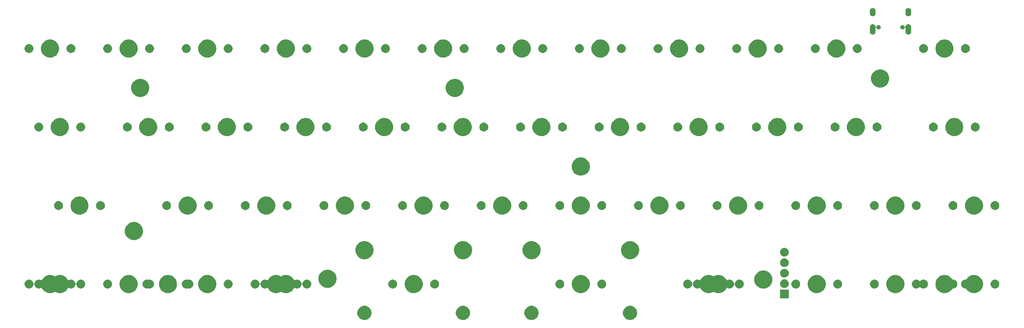
<source format=gts>
G04 #@! TF.GenerationSoftware,KiCad,Pcbnew,5.0.2-bee76a0~70~ubuntu16.04.1*
G04 #@! TF.CreationDate,2019-08-03T15:14:39-04:00*
G04 #@! TF.ProjectId,steamvan,73746561-6d76-4616-9e2e-6b696361645f,rev?*
G04 #@! TF.SameCoordinates,PX43ec160PY7dabae0*
G04 #@! TF.FileFunction,Soldermask,Top*
G04 #@! TF.FilePolarity,Negative*
%FSLAX46Y46*%
G04 Gerber Fmt 4.6, Leading zero omitted, Abs format (unit mm)*
G04 Created by KiCad (PCBNEW 5.0.2-bee76a0~70~ubuntu16.04.1) date Sat 03 Aug 2019 03:14:39 PM EDT*
%MOMM*%
%LPD*%
G01*
G04 APERTURE LIST*
%ADD10C,0.100000*%
G04 APERTURE END LIST*
D10*
G36*
X110288022Y4210448D02*
X110601769Y4080490D01*
X110884139Y3891816D01*
X111124266Y3651689D01*
X111312940Y3369319D01*
X111442898Y3055572D01*
X111509150Y2722501D01*
X111509150Y2382899D01*
X111442898Y2049828D01*
X111312940Y1736081D01*
X111124266Y1453711D01*
X110884139Y1213584D01*
X110601769Y1024910D01*
X110288022Y894952D01*
X109954951Y828700D01*
X109615349Y828700D01*
X109282278Y894952D01*
X108968531Y1024910D01*
X108686161Y1213584D01*
X108446034Y1453711D01*
X108257360Y1736081D01*
X108127402Y2049828D01*
X108061150Y2382899D01*
X108061150Y2722501D01*
X108127402Y3055572D01*
X108257360Y3369319D01*
X108446034Y3651689D01*
X108686161Y3891816D01*
X108968531Y4080490D01*
X109282278Y4210448D01*
X109615349Y4276700D01*
X109954951Y4276700D01*
X110288022Y4210448D01*
X110288022Y4210448D01*
G37*
G36*
X86412022Y4210448D02*
X86725769Y4080490D01*
X87008139Y3891816D01*
X87248266Y3651689D01*
X87436940Y3369319D01*
X87566898Y3055572D01*
X87633150Y2722501D01*
X87633150Y2382899D01*
X87566898Y2049828D01*
X87436940Y1736081D01*
X87248266Y1453711D01*
X87008139Y1213584D01*
X86725769Y1024910D01*
X86412022Y894952D01*
X86078951Y828700D01*
X85739349Y828700D01*
X85406278Y894952D01*
X85092531Y1024910D01*
X84810161Y1213584D01*
X84570034Y1453711D01*
X84381360Y1736081D01*
X84251402Y2049828D01*
X84185150Y2382899D01*
X84185150Y2722501D01*
X84251402Y3055572D01*
X84381360Y3369319D01*
X84570034Y3651689D01*
X84810161Y3891816D01*
X85092531Y4080490D01*
X85406278Y4210448D01*
X85739349Y4276700D01*
X86078951Y4276700D01*
X86412022Y4210448D01*
X86412022Y4210448D01*
G37*
G36*
X150769272Y4210448D02*
X151083019Y4080490D01*
X151365389Y3891816D01*
X151605516Y3651689D01*
X151794190Y3369319D01*
X151924148Y3055572D01*
X151990400Y2722501D01*
X151990400Y2382899D01*
X151924148Y2049828D01*
X151794190Y1736081D01*
X151605516Y1453711D01*
X151365389Y1213584D01*
X151083019Y1024910D01*
X150769272Y894952D01*
X150436201Y828700D01*
X150096599Y828700D01*
X149763528Y894952D01*
X149449781Y1024910D01*
X149167411Y1213584D01*
X148927284Y1453711D01*
X148738610Y1736081D01*
X148608652Y2049828D01*
X148542400Y2382899D01*
X148542400Y2722501D01*
X148608652Y3055572D01*
X148738610Y3369319D01*
X148927284Y3651689D01*
X149167411Y3891816D01*
X149449781Y4080490D01*
X149763528Y4210448D01*
X150096599Y4276700D01*
X150436201Y4276700D01*
X150769272Y4210448D01*
X150769272Y4210448D01*
G37*
G36*
X126893272Y4210448D02*
X127207019Y4080490D01*
X127489389Y3891816D01*
X127729516Y3651689D01*
X127918190Y3369319D01*
X128048148Y3055572D01*
X128114400Y2722501D01*
X128114400Y2382899D01*
X128048148Y2049828D01*
X127918190Y1736081D01*
X127729516Y1453711D01*
X127489389Y1213584D01*
X127207019Y1024910D01*
X126893272Y894952D01*
X126560201Y828700D01*
X126220599Y828700D01*
X125887528Y894952D01*
X125573781Y1024910D01*
X125291411Y1213584D01*
X125051284Y1453711D01*
X124862610Y1736081D01*
X124732652Y2049828D01*
X124666400Y2382899D01*
X124666400Y2722501D01*
X124732652Y3055572D01*
X124862610Y3369319D01*
X125051284Y3651689D01*
X125291411Y3891816D01*
X125573781Y4080490D01*
X125887528Y4210448D01*
X126220599Y4276700D01*
X126560201Y4276700D01*
X126893272Y4210448D01*
X126893272Y4210448D01*
G37*
G36*
X188705200Y6062000D02*
X186605200Y6062000D01*
X186605200Y8162000D01*
X188705200Y8162000D01*
X188705200Y6062000D01*
X188705200Y6062000D01*
G37*
G36*
X65149584Y11647290D02*
X65149586Y11647289D01*
X65149587Y11647289D01*
X65548851Y11481909D01*
X65548852Y11481908D01*
X65630829Y11427133D01*
X65652440Y11415582D01*
X65675889Y11408469D01*
X65700275Y11406067D01*
X65724662Y11408469D01*
X65748111Y11415582D01*
X65769721Y11427133D01*
X65851698Y11481908D01*
X65851699Y11481909D01*
X66250963Y11647289D01*
X66250964Y11647289D01*
X66250966Y11647290D01*
X66674818Y11731600D01*
X67106982Y11731600D01*
X67530834Y11647290D01*
X67530836Y11647289D01*
X67530837Y11647289D01*
X67930101Y11481909D01*
X68289430Y11241813D01*
X68595013Y10936230D01*
X68835109Y10576901D01*
X68858082Y10521438D01*
X68869633Y10499827D01*
X68885179Y10480885D01*
X68904121Y10465340D01*
X68925732Y10453789D01*
X68949181Y10446676D01*
X68973567Y10444274D01*
X68997954Y10446676D01*
X69021403Y10453789D01*
X69043013Y10465340D01*
X69080447Y10490353D01*
X69276084Y10571388D01*
X69483772Y10612700D01*
X69695528Y10612700D01*
X69903216Y10571388D01*
X70098853Y10490353D01*
X70274925Y10372705D01*
X70424655Y10222975D01*
X70542303Y10046903D01*
X70623338Y9851266D01*
X70657677Y9678634D01*
X70664790Y9655185D01*
X70676342Y9633574D01*
X70691887Y9614632D01*
X70710829Y9599087D01*
X70732440Y9587536D01*
X70755889Y9580423D01*
X70780275Y9578021D01*
X70804662Y9580423D01*
X70828111Y9587536D01*
X70849722Y9599088D01*
X70868664Y9614633D01*
X70884209Y9633575D01*
X70895760Y9655186D01*
X70902873Y9678634D01*
X70937212Y9851266D01*
X71018247Y10046903D01*
X71135895Y10222975D01*
X71285625Y10372705D01*
X71461697Y10490353D01*
X71657334Y10571388D01*
X71865022Y10612700D01*
X72076778Y10612700D01*
X72284466Y10571388D01*
X72480103Y10490353D01*
X72656175Y10372705D01*
X72805905Y10222975D01*
X72923553Y10046903D01*
X73004588Y9851266D01*
X73045900Y9643578D01*
X73045900Y9431822D01*
X73004588Y9224134D01*
X72923553Y9028497D01*
X72805905Y8852425D01*
X72656175Y8702695D01*
X72480103Y8585047D01*
X72346830Y8529844D01*
X72284466Y8504012D01*
X72076778Y8462700D01*
X71865022Y8462700D01*
X71657334Y8504012D01*
X71594970Y8529844D01*
X71461697Y8585047D01*
X71285625Y8702695D01*
X71135895Y8852425D01*
X71018247Y9028497D01*
X70937212Y9224134D01*
X70902873Y9396766D01*
X70895760Y9420215D01*
X70884208Y9441826D01*
X70868663Y9460768D01*
X70849721Y9476313D01*
X70828110Y9487864D01*
X70804661Y9494977D01*
X70780275Y9497379D01*
X70755888Y9494977D01*
X70732439Y9487864D01*
X70710828Y9476312D01*
X70691886Y9460767D01*
X70676341Y9441825D01*
X70664790Y9420214D01*
X70657677Y9396766D01*
X70623338Y9224134D01*
X70542303Y9028497D01*
X70424655Y8852425D01*
X70274925Y8702695D01*
X70098853Y8585047D01*
X69965580Y8529844D01*
X69903216Y8504012D01*
X69695528Y8462700D01*
X69483772Y8462700D01*
X69276084Y8504012D01*
X69213720Y8529844D01*
X69080447Y8585047D01*
X69043013Y8610060D01*
X69021402Y8621611D01*
X68997953Y8628724D01*
X68973567Y8631126D01*
X68949181Y8628724D01*
X68925731Y8621611D01*
X68904121Y8610060D01*
X68885179Y8594514D01*
X68869633Y8575572D01*
X68858084Y8553966D01*
X68835109Y8498499D01*
X68595013Y8139170D01*
X68289430Y7833587D01*
X67930101Y7593491D01*
X67530837Y7428111D01*
X67530836Y7428111D01*
X67530834Y7428110D01*
X67106982Y7343800D01*
X66674818Y7343800D01*
X66250966Y7428110D01*
X66250964Y7428111D01*
X66250963Y7428111D01*
X65851699Y7593491D01*
X65769721Y7648267D01*
X65748110Y7659818D01*
X65724661Y7666931D01*
X65700275Y7669333D01*
X65675888Y7666931D01*
X65652439Y7659818D01*
X65630829Y7648267D01*
X65548851Y7593491D01*
X65149587Y7428111D01*
X65149586Y7428111D01*
X65149584Y7428110D01*
X64725732Y7343800D01*
X64293568Y7343800D01*
X63869716Y7428110D01*
X63869714Y7428111D01*
X63869713Y7428111D01*
X63470449Y7593491D01*
X63111120Y7833587D01*
X62805537Y8139170D01*
X62565441Y8498499D01*
X62542466Y8553966D01*
X62530917Y8575573D01*
X62515371Y8594515D01*
X62496429Y8610060D01*
X62474818Y8621611D01*
X62451369Y8628724D01*
X62426983Y8631126D01*
X62402596Y8628724D01*
X62379147Y8621611D01*
X62357537Y8610060D01*
X62320103Y8585047D01*
X62186830Y8529844D01*
X62124466Y8504012D01*
X61916778Y8462700D01*
X61705022Y8462700D01*
X61497334Y8504012D01*
X61434970Y8529844D01*
X61301697Y8585047D01*
X61125625Y8702695D01*
X60975895Y8852425D01*
X60858247Y9028497D01*
X60777212Y9224134D01*
X60742873Y9396766D01*
X60735760Y9420215D01*
X60724208Y9441826D01*
X60708663Y9460768D01*
X60689721Y9476313D01*
X60668110Y9487864D01*
X60644661Y9494977D01*
X60620275Y9497379D01*
X60595888Y9494977D01*
X60572439Y9487864D01*
X60550828Y9476312D01*
X60531886Y9460767D01*
X60516341Y9441825D01*
X60504790Y9420214D01*
X60497677Y9396766D01*
X60463338Y9224134D01*
X60382303Y9028497D01*
X60264655Y8852425D01*
X60114925Y8702695D01*
X59938853Y8585047D01*
X59743216Y8504012D01*
X59535528Y8462700D01*
X59323772Y8462700D01*
X59116084Y8504012D01*
X58920447Y8585047D01*
X58744375Y8702695D01*
X58594645Y8852425D01*
X58476997Y9028497D01*
X58395962Y9224134D01*
X58354650Y9431822D01*
X58354650Y9643578D01*
X58395962Y9851266D01*
X58476997Y10046903D01*
X58594645Y10222975D01*
X58744375Y10372705D01*
X58920447Y10490353D01*
X59116084Y10571388D01*
X59323772Y10612700D01*
X59535528Y10612700D01*
X59743216Y10571388D01*
X59938853Y10490353D01*
X60114925Y10372705D01*
X60264655Y10222975D01*
X60382303Y10046903D01*
X60463338Y9851266D01*
X60497677Y9678634D01*
X60504790Y9655185D01*
X60516342Y9633574D01*
X60531887Y9614632D01*
X60550829Y9599087D01*
X60572440Y9587536D01*
X60595889Y9580423D01*
X60620275Y9578021D01*
X60644662Y9580423D01*
X60668111Y9587536D01*
X60689722Y9599088D01*
X60708664Y9614633D01*
X60724209Y9633575D01*
X60735760Y9655186D01*
X60742873Y9678634D01*
X60777212Y9851266D01*
X60858247Y10046903D01*
X60975895Y10222975D01*
X61125625Y10372705D01*
X61301697Y10490353D01*
X61497334Y10571388D01*
X61705022Y10612700D01*
X61916778Y10612700D01*
X62124466Y10571388D01*
X62320103Y10490353D01*
X62357537Y10465340D01*
X62379148Y10453789D01*
X62402597Y10446676D01*
X62426983Y10444274D01*
X62451369Y10446676D01*
X62474819Y10453789D01*
X62496429Y10465340D01*
X62515371Y10480886D01*
X62530917Y10499828D01*
X62542468Y10521438D01*
X62565441Y10576901D01*
X62805537Y10936230D01*
X63111120Y11241813D01*
X63470449Y11481909D01*
X63869713Y11647289D01*
X63869714Y11647289D01*
X63869716Y11647290D01*
X64293568Y11731600D01*
X64725732Y11731600D01*
X65149584Y11647290D01*
X65149584Y11647290D01*
G37*
G36*
X38955834Y11647290D02*
X38955836Y11647289D01*
X38955837Y11647289D01*
X39355101Y11481909D01*
X39714430Y11241813D01*
X40020013Y10936230D01*
X40260109Y10576901D01*
X40414741Y10203584D01*
X40425490Y10177634D01*
X40509800Y9753782D01*
X40509800Y9321618D01*
X40433185Y8936450D01*
X40425489Y8897763D01*
X40260109Y8498499D01*
X40020013Y8139170D01*
X39714430Y7833587D01*
X39355101Y7593491D01*
X38955837Y7428111D01*
X38955836Y7428111D01*
X38955834Y7428110D01*
X38531982Y7343800D01*
X38099818Y7343800D01*
X37675966Y7428110D01*
X37675964Y7428111D01*
X37675963Y7428111D01*
X37276699Y7593491D01*
X36917370Y7833587D01*
X36611787Y8139170D01*
X36371691Y8498499D01*
X36206311Y8897763D01*
X36198616Y8936450D01*
X36122000Y9321618D01*
X36122000Y9753782D01*
X36206310Y10177634D01*
X36217059Y10203584D01*
X36371691Y10576901D01*
X36611787Y10936230D01*
X36917370Y11241813D01*
X37276699Y11481909D01*
X37675963Y11647289D01*
X37675964Y11647289D01*
X37675966Y11647290D01*
X38099818Y11731600D01*
X38531982Y11731600D01*
X38955834Y11647290D01*
X38955834Y11647290D01*
G37*
G36*
X29430834Y11647290D02*
X29430836Y11647289D01*
X29430837Y11647289D01*
X29830101Y11481909D01*
X30189430Y11241813D01*
X30495013Y10936230D01*
X30735109Y10576901D01*
X30889741Y10203584D01*
X30900490Y10177634D01*
X30984800Y9753782D01*
X30984800Y9321618D01*
X30908185Y8936450D01*
X30900489Y8897763D01*
X30735109Y8498499D01*
X30495013Y8139170D01*
X30189430Y7833587D01*
X29830101Y7593491D01*
X29430837Y7428111D01*
X29430836Y7428111D01*
X29430834Y7428110D01*
X29006982Y7343800D01*
X28574818Y7343800D01*
X28150966Y7428110D01*
X28150964Y7428111D01*
X28150963Y7428111D01*
X27751699Y7593491D01*
X27392370Y7833587D01*
X27086787Y8139170D01*
X26846691Y8498499D01*
X26681311Y8897763D01*
X26673616Y8936450D01*
X26597000Y9321618D01*
X26597000Y9753782D01*
X26681310Y10177634D01*
X26692059Y10203584D01*
X26846691Y10576901D01*
X27086787Y10936230D01*
X27392370Y11241813D01*
X27751699Y11481909D01*
X28150963Y11647289D01*
X28150964Y11647289D01*
X28150966Y11647290D01*
X28574818Y11731600D01*
X29006982Y11731600D01*
X29430834Y11647290D01*
X29430834Y11647290D01*
G37*
G36*
X10380834Y11647290D02*
X10380836Y11647289D01*
X10380837Y11647289D01*
X10780101Y11481909D01*
X10780102Y11481908D01*
X10862079Y11427133D01*
X10883690Y11415582D01*
X10907139Y11408469D01*
X10931525Y11406067D01*
X10955912Y11408469D01*
X10979361Y11415582D01*
X11000971Y11427133D01*
X11082948Y11481908D01*
X11082949Y11481909D01*
X11482213Y11647289D01*
X11482214Y11647289D01*
X11482216Y11647290D01*
X11906068Y11731600D01*
X12338232Y11731600D01*
X12762084Y11647290D01*
X12762086Y11647289D01*
X12762087Y11647289D01*
X13161351Y11481909D01*
X13520680Y11241813D01*
X13826263Y10936230D01*
X14066359Y10576901D01*
X14089332Y10521438D01*
X14100883Y10499827D01*
X14116429Y10480885D01*
X14135371Y10465340D01*
X14156982Y10453789D01*
X14180431Y10446676D01*
X14204817Y10444274D01*
X14229204Y10446676D01*
X14252653Y10453789D01*
X14274263Y10465340D01*
X14311697Y10490353D01*
X14507334Y10571388D01*
X14715022Y10612700D01*
X14926778Y10612700D01*
X15134466Y10571388D01*
X15330103Y10490353D01*
X15506175Y10372705D01*
X15655905Y10222975D01*
X15773553Y10046903D01*
X15854588Y9851266D01*
X15888927Y9678634D01*
X15896040Y9655185D01*
X15907592Y9633574D01*
X15923137Y9614632D01*
X15942079Y9599087D01*
X15963690Y9587536D01*
X15987139Y9580423D01*
X16011525Y9578021D01*
X16035912Y9580423D01*
X16059361Y9587536D01*
X16080972Y9599088D01*
X16099914Y9614633D01*
X16115459Y9633575D01*
X16127010Y9655186D01*
X16134123Y9678634D01*
X16168462Y9851266D01*
X16249497Y10046903D01*
X16367145Y10222975D01*
X16516875Y10372705D01*
X16692947Y10490353D01*
X16888584Y10571388D01*
X17096272Y10612700D01*
X17308028Y10612700D01*
X17515716Y10571388D01*
X17711353Y10490353D01*
X17887425Y10372705D01*
X18037155Y10222975D01*
X18154803Y10046903D01*
X18235838Y9851266D01*
X18277150Y9643578D01*
X18277150Y9431822D01*
X18235838Y9224134D01*
X18154803Y9028497D01*
X18037155Y8852425D01*
X17887425Y8702695D01*
X17711353Y8585047D01*
X17515716Y8504012D01*
X17308028Y8462700D01*
X17096272Y8462700D01*
X16888584Y8504012D01*
X16692947Y8585047D01*
X16516875Y8702695D01*
X16367145Y8852425D01*
X16249497Y9028497D01*
X16168462Y9224134D01*
X16134123Y9396766D01*
X16127010Y9420215D01*
X16115458Y9441826D01*
X16099913Y9460768D01*
X16080971Y9476313D01*
X16059360Y9487864D01*
X16035911Y9494977D01*
X16011525Y9497379D01*
X15987138Y9494977D01*
X15963689Y9487864D01*
X15942078Y9476312D01*
X15923136Y9460767D01*
X15907591Y9441825D01*
X15896040Y9420214D01*
X15888927Y9396766D01*
X15854588Y9224134D01*
X15773553Y9028497D01*
X15655905Y8852425D01*
X15506175Y8702695D01*
X15330103Y8585047D01*
X15134466Y8504012D01*
X14926778Y8462700D01*
X14715022Y8462700D01*
X14507334Y8504012D01*
X14311697Y8585047D01*
X14274263Y8610060D01*
X14252652Y8621611D01*
X14229203Y8628724D01*
X14204817Y8631126D01*
X14180431Y8628724D01*
X14156981Y8621611D01*
X14135371Y8610060D01*
X14116429Y8594514D01*
X14100883Y8575572D01*
X14089334Y8553966D01*
X14066359Y8498499D01*
X13826263Y8139170D01*
X13520680Y7833587D01*
X13161351Y7593491D01*
X12762087Y7428111D01*
X12762086Y7428111D01*
X12762084Y7428110D01*
X12338232Y7343800D01*
X11906068Y7343800D01*
X11482216Y7428110D01*
X11482214Y7428111D01*
X11482213Y7428111D01*
X11082949Y7593491D01*
X11000971Y7648267D01*
X10979360Y7659818D01*
X10955911Y7666931D01*
X10931525Y7669333D01*
X10907138Y7666931D01*
X10883689Y7659818D01*
X10862079Y7648267D01*
X10780101Y7593491D01*
X10380837Y7428111D01*
X10380836Y7428111D01*
X10380834Y7428110D01*
X9956982Y7343800D01*
X9524818Y7343800D01*
X9100966Y7428110D01*
X9100964Y7428111D01*
X9100963Y7428111D01*
X8701699Y7593491D01*
X8342370Y7833587D01*
X8036787Y8139170D01*
X7796691Y8498499D01*
X7773716Y8553966D01*
X7762167Y8575573D01*
X7746621Y8594515D01*
X7727679Y8610060D01*
X7706068Y8621611D01*
X7682619Y8628724D01*
X7658233Y8631126D01*
X7633846Y8628724D01*
X7610397Y8621611D01*
X7588787Y8610060D01*
X7551353Y8585047D01*
X7418080Y8529844D01*
X7355716Y8504012D01*
X7148028Y8462700D01*
X6936272Y8462700D01*
X6728584Y8504012D01*
X6666220Y8529844D01*
X6532947Y8585047D01*
X6356875Y8702695D01*
X6207145Y8852425D01*
X6089497Y9028497D01*
X6008462Y9224134D01*
X5974123Y9396766D01*
X5967010Y9420215D01*
X5955458Y9441826D01*
X5939913Y9460768D01*
X5920971Y9476313D01*
X5899360Y9487864D01*
X5875911Y9494977D01*
X5851525Y9497379D01*
X5827138Y9494977D01*
X5803689Y9487864D01*
X5782078Y9476312D01*
X5763136Y9460767D01*
X5747591Y9441825D01*
X5736040Y9420214D01*
X5728927Y9396766D01*
X5694588Y9224134D01*
X5613553Y9028497D01*
X5495905Y8852425D01*
X5346175Y8702695D01*
X5170103Y8585047D01*
X5036830Y8529844D01*
X4974466Y8504012D01*
X4766778Y8462700D01*
X4555022Y8462700D01*
X4347334Y8504012D01*
X4284970Y8529844D01*
X4151697Y8585047D01*
X3975625Y8702695D01*
X3825895Y8852425D01*
X3708247Y9028497D01*
X3627212Y9224134D01*
X3585900Y9431822D01*
X3585900Y9643578D01*
X3627212Y9851266D01*
X3708247Y10046903D01*
X3825895Y10222975D01*
X3975625Y10372705D01*
X4151697Y10490353D01*
X4347334Y10571388D01*
X4555022Y10612700D01*
X4766778Y10612700D01*
X4974466Y10571388D01*
X5170103Y10490353D01*
X5346175Y10372705D01*
X5495905Y10222975D01*
X5613553Y10046903D01*
X5694588Y9851266D01*
X5728927Y9678634D01*
X5736040Y9655185D01*
X5747592Y9633574D01*
X5763137Y9614632D01*
X5782079Y9599087D01*
X5803690Y9587536D01*
X5827139Y9580423D01*
X5851525Y9578021D01*
X5875912Y9580423D01*
X5899361Y9587536D01*
X5920972Y9599088D01*
X5939914Y9614633D01*
X5955459Y9633575D01*
X5967010Y9655186D01*
X5974123Y9678634D01*
X6008462Y9851266D01*
X6089497Y10046903D01*
X6207145Y10222975D01*
X6356875Y10372705D01*
X6532947Y10490353D01*
X6728584Y10571388D01*
X6936272Y10612700D01*
X7148028Y10612700D01*
X7355716Y10571388D01*
X7551353Y10490353D01*
X7588787Y10465340D01*
X7610398Y10453789D01*
X7633847Y10446676D01*
X7658233Y10444274D01*
X7682619Y10446676D01*
X7706069Y10453789D01*
X7727679Y10465340D01*
X7746621Y10480886D01*
X7762167Y10499828D01*
X7773718Y10521438D01*
X7796691Y10576901D01*
X8036787Y10936230D01*
X8342370Y11241813D01*
X8701699Y11481909D01*
X9100963Y11647289D01*
X9100964Y11647289D01*
X9100966Y11647290D01*
X9524818Y11731600D01*
X9956982Y11731600D01*
X10380834Y11647290D01*
X10380834Y11647290D01*
G37*
G36*
X138968334Y11647290D02*
X138968336Y11647289D01*
X138968337Y11647289D01*
X139367601Y11481909D01*
X139726930Y11241813D01*
X140032513Y10936230D01*
X140272609Y10576901D01*
X140427241Y10203584D01*
X140437990Y10177634D01*
X140522300Y9753782D01*
X140522300Y9321618D01*
X140445685Y8936450D01*
X140437989Y8897763D01*
X140272609Y8498499D01*
X140032513Y8139170D01*
X139726930Y7833587D01*
X139367601Y7593491D01*
X138968337Y7428111D01*
X138968336Y7428111D01*
X138968334Y7428110D01*
X138544482Y7343800D01*
X138112318Y7343800D01*
X137688466Y7428110D01*
X137688464Y7428111D01*
X137688463Y7428111D01*
X137289199Y7593491D01*
X136929870Y7833587D01*
X136624287Y8139170D01*
X136384191Y8498499D01*
X136218811Y8897763D01*
X136211116Y8936450D01*
X136134500Y9321618D01*
X136134500Y9753782D01*
X136218810Y10177634D01*
X136229559Y10203584D01*
X136384191Y10576901D01*
X136624287Y10936230D01*
X136929870Y11241813D01*
X137289199Y11481909D01*
X137688463Y11647289D01*
X137688464Y11647289D01*
X137688466Y11647290D01*
X138112318Y11731600D01*
X138544482Y11731600D01*
X138968334Y11647290D01*
X138968334Y11647290D01*
G37*
G36*
X169924584Y11647290D02*
X169924586Y11647289D01*
X169924587Y11647289D01*
X170323851Y11481909D01*
X170323852Y11481908D01*
X170405829Y11427133D01*
X170427440Y11415582D01*
X170450889Y11408469D01*
X170475275Y11406067D01*
X170499662Y11408469D01*
X170523111Y11415582D01*
X170544721Y11427133D01*
X170626698Y11481908D01*
X170626699Y11481909D01*
X171025963Y11647289D01*
X171025964Y11647289D01*
X171025966Y11647290D01*
X171449818Y11731600D01*
X171881982Y11731600D01*
X172305834Y11647290D01*
X172305836Y11647289D01*
X172305837Y11647289D01*
X172705101Y11481909D01*
X173064430Y11241813D01*
X173370013Y10936230D01*
X173610109Y10576901D01*
X173633082Y10521438D01*
X173644633Y10499827D01*
X173660179Y10480885D01*
X173679121Y10465340D01*
X173700732Y10453789D01*
X173724181Y10446676D01*
X173748567Y10444274D01*
X173772954Y10446676D01*
X173796403Y10453789D01*
X173818013Y10465340D01*
X173855447Y10490353D01*
X174051084Y10571388D01*
X174258772Y10612700D01*
X174470528Y10612700D01*
X174678216Y10571388D01*
X174873853Y10490353D01*
X175049925Y10372705D01*
X175199655Y10222975D01*
X175317303Y10046903D01*
X175398338Y9851266D01*
X175432677Y9678634D01*
X175439790Y9655185D01*
X175451342Y9633574D01*
X175466887Y9614632D01*
X175485829Y9599087D01*
X175507440Y9587536D01*
X175530889Y9580423D01*
X175555275Y9578021D01*
X175579662Y9580423D01*
X175603111Y9587536D01*
X175624722Y9599088D01*
X175643664Y9614633D01*
X175659209Y9633575D01*
X175670760Y9655186D01*
X175677873Y9678634D01*
X175712212Y9851266D01*
X175793247Y10046903D01*
X175910895Y10222975D01*
X176060625Y10372705D01*
X176236697Y10490353D01*
X176432334Y10571388D01*
X176640022Y10612700D01*
X176851778Y10612700D01*
X177059466Y10571388D01*
X177255103Y10490353D01*
X177431175Y10372705D01*
X177580905Y10222975D01*
X177698553Y10046903D01*
X177779588Y9851266D01*
X177820900Y9643578D01*
X177820900Y9431822D01*
X177779588Y9224134D01*
X177698553Y9028497D01*
X177580905Y8852425D01*
X177431175Y8702695D01*
X177255103Y8585047D01*
X177121830Y8529844D01*
X177059466Y8504012D01*
X176851778Y8462700D01*
X176640022Y8462700D01*
X176432334Y8504012D01*
X176369970Y8529844D01*
X176236697Y8585047D01*
X176060625Y8702695D01*
X175910895Y8852425D01*
X175793247Y9028497D01*
X175712212Y9224134D01*
X175677873Y9396766D01*
X175670760Y9420215D01*
X175659208Y9441826D01*
X175643663Y9460768D01*
X175624721Y9476313D01*
X175603110Y9487864D01*
X175579661Y9494977D01*
X175555275Y9497379D01*
X175530888Y9494977D01*
X175507439Y9487864D01*
X175485828Y9476312D01*
X175466886Y9460767D01*
X175451341Y9441825D01*
X175439790Y9420214D01*
X175432677Y9396766D01*
X175398338Y9224134D01*
X175317303Y9028497D01*
X175199655Y8852425D01*
X175049925Y8702695D01*
X174873853Y8585047D01*
X174740580Y8529844D01*
X174678216Y8504012D01*
X174470528Y8462700D01*
X174258772Y8462700D01*
X174051084Y8504012D01*
X173988720Y8529844D01*
X173855447Y8585047D01*
X173818013Y8610060D01*
X173796402Y8621611D01*
X173772953Y8628724D01*
X173748567Y8631126D01*
X173724181Y8628724D01*
X173700731Y8621611D01*
X173679121Y8610060D01*
X173660179Y8594514D01*
X173644633Y8575572D01*
X173633084Y8553966D01*
X173610109Y8498499D01*
X173370013Y8139170D01*
X173064430Y7833587D01*
X172705101Y7593491D01*
X172305837Y7428111D01*
X172305836Y7428111D01*
X172305834Y7428110D01*
X171881982Y7343800D01*
X171449818Y7343800D01*
X171025966Y7428110D01*
X171025964Y7428111D01*
X171025963Y7428111D01*
X170626699Y7593491D01*
X170544721Y7648267D01*
X170523110Y7659818D01*
X170499661Y7666931D01*
X170475275Y7669333D01*
X170450888Y7666931D01*
X170427439Y7659818D01*
X170405829Y7648267D01*
X170323851Y7593491D01*
X169924587Y7428111D01*
X169924586Y7428111D01*
X169924584Y7428110D01*
X169500732Y7343800D01*
X169068568Y7343800D01*
X168644716Y7428110D01*
X168644714Y7428111D01*
X168644713Y7428111D01*
X168245449Y7593491D01*
X167886120Y7833587D01*
X167580537Y8139170D01*
X167340441Y8498499D01*
X167317466Y8553966D01*
X167305917Y8575573D01*
X167290371Y8594515D01*
X167271429Y8610060D01*
X167249818Y8621611D01*
X167226369Y8628724D01*
X167201983Y8631126D01*
X167177596Y8628724D01*
X167154147Y8621611D01*
X167132537Y8610060D01*
X167095103Y8585047D01*
X166961830Y8529844D01*
X166899466Y8504012D01*
X166691778Y8462700D01*
X166480022Y8462700D01*
X166272334Y8504012D01*
X166209970Y8529844D01*
X166076697Y8585047D01*
X165900625Y8702695D01*
X165750895Y8852425D01*
X165633247Y9028497D01*
X165552212Y9224134D01*
X165517873Y9396766D01*
X165510760Y9420215D01*
X165499208Y9441826D01*
X165483663Y9460768D01*
X165464721Y9476313D01*
X165443110Y9487864D01*
X165419661Y9494977D01*
X165395275Y9497379D01*
X165370888Y9494977D01*
X165347439Y9487864D01*
X165325828Y9476312D01*
X165306886Y9460767D01*
X165291341Y9441825D01*
X165279790Y9420214D01*
X165272677Y9396766D01*
X165238338Y9224134D01*
X165157303Y9028497D01*
X165039655Y8852425D01*
X164889925Y8702695D01*
X164713853Y8585047D01*
X164518216Y8504012D01*
X164310528Y8462700D01*
X164098772Y8462700D01*
X163891084Y8504012D01*
X163695447Y8585047D01*
X163519375Y8702695D01*
X163369645Y8852425D01*
X163251997Y9028497D01*
X163170962Y9224134D01*
X163129650Y9431822D01*
X163129650Y9643578D01*
X163170962Y9851266D01*
X163251997Y10046903D01*
X163369645Y10222975D01*
X163519375Y10372705D01*
X163695447Y10490353D01*
X163891084Y10571388D01*
X164098772Y10612700D01*
X164310528Y10612700D01*
X164518216Y10571388D01*
X164713853Y10490353D01*
X164889925Y10372705D01*
X165039655Y10222975D01*
X165157303Y10046903D01*
X165238338Y9851266D01*
X165272677Y9678634D01*
X165279790Y9655185D01*
X165291342Y9633574D01*
X165306887Y9614632D01*
X165325829Y9599087D01*
X165347440Y9587536D01*
X165370889Y9580423D01*
X165395275Y9578021D01*
X165419662Y9580423D01*
X165443111Y9587536D01*
X165464722Y9599088D01*
X165483664Y9614633D01*
X165499209Y9633575D01*
X165510760Y9655186D01*
X165517873Y9678634D01*
X165552212Y9851266D01*
X165633247Y10046903D01*
X165750895Y10222975D01*
X165900625Y10372705D01*
X166076697Y10490353D01*
X166272334Y10571388D01*
X166480022Y10612700D01*
X166691778Y10612700D01*
X166899466Y10571388D01*
X167095103Y10490353D01*
X167132537Y10465340D01*
X167154148Y10453789D01*
X167177597Y10446676D01*
X167201983Y10444274D01*
X167226369Y10446676D01*
X167249819Y10453789D01*
X167271429Y10465340D01*
X167290371Y10480886D01*
X167305917Y10499828D01*
X167317468Y10521438D01*
X167340441Y10576901D01*
X167580537Y10936230D01*
X167886120Y11241813D01*
X168245449Y11481909D01*
X168644713Y11647289D01*
X168644714Y11647289D01*
X168644716Y11647290D01*
X169068568Y11731600D01*
X169500732Y11731600D01*
X169924584Y11647290D01*
X169924584Y11647290D01*
G37*
G36*
X98487084Y11647290D02*
X98487086Y11647289D01*
X98487087Y11647289D01*
X98886351Y11481909D01*
X99245680Y11241813D01*
X99551263Y10936230D01*
X99791359Y10576901D01*
X99945991Y10203584D01*
X99956740Y10177634D01*
X100041050Y9753782D01*
X100041050Y9321618D01*
X99964435Y8936450D01*
X99956739Y8897763D01*
X99791359Y8498499D01*
X99551263Y8139170D01*
X99245680Y7833587D01*
X98886351Y7593491D01*
X98487087Y7428111D01*
X98487086Y7428111D01*
X98487084Y7428110D01*
X98063232Y7343800D01*
X97631068Y7343800D01*
X97207216Y7428110D01*
X97207214Y7428111D01*
X97207213Y7428111D01*
X96807949Y7593491D01*
X96448620Y7833587D01*
X96143037Y8139170D01*
X95902941Y8498499D01*
X95737561Y8897763D01*
X95729866Y8936450D01*
X95653250Y9321618D01*
X95653250Y9753782D01*
X95737560Y10177634D01*
X95748309Y10203584D01*
X95902941Y10576901D01*
X96143037Y10936230D01*
X96448620Y11241813D01*
X96807949Y11481909D01*
X97207213Y11647289D01*
X97207214Y11647289D01*
X97207216Y11647290D01*
X97631068Y11731600D01*
X98063232Y11731600D01*
X98487084Y11647290D01*
X98487084Y11647290D01*
G37*
G36*
X215168334Y11647290D02*
X215168336Y11647289D01*
X215168337Y11647289D01*
X215567601Y11481909D01*
X215926930Y11241813D01*
X216232513Y10936230D01*
X216472609Y10576901D01*
X216627241Y10203584D01*
X216637990Y10177634D01*
X216722300Y9753782D01*
X216722300Y9321618D01*
X216645685Y8936450D01*
X216637989Y8897763D01*
X216472609Y8498499D01*
X216232513Y8139170D01*
X215926930Y7833587D01*
X215567601Y7593491D01*
X215168337Y7428111D01*
X215168336Y7428111D01*
X215168334Y7428110D01*
X214744482Y7343800D01*
X214312318Y7343800D01*
X213888466Y7428110D01*
X213888464Y7428111D01*
X213888463Y7428111D01*
X213489199Y7593491D01*
X213129870Y7833587D01*
X212824287Y8139170D01*
X212584191Y8498499D01*
X212418811Y8897763D01*
X212411116Y8936450D01*
X212334500Y9321618D01*
X212334500Y9753782D01*
X212418810Y10177634D01*
X212429559Y10203584D01*
X212584191Y10576901D01*
X212824287Y10936230D01*
X213129870Y11241813D01*
X213489199Y11481909D01*
X213888463Y11647289D01*
X213888464Y11647289D01*
X213888466Y11647290D01*
X214312318Y11731600D01*
X214744482Y11731600D01*
X215168334Y11647290D01*
X215168334Y11647290D01*
G37*
G36*
X227074584Y11647290D02*
X227074586Y11647289D01*
X227074587Y11647289D01*
X227473851Y11481909D01*
X227833180Y11241813D01*
X228138763Y10936230D01*
X228317823Y10668248D01*
X228333364Y10649312D01*
X228352306Y10633766D01*
X228373916Y10622215D01*
X228397366Y10615102D01*
X228421752Y10612700D01*
X228604278Y10612700D01*
X228811966Y10571388D01*
X229007603Y10490353D01*
X229183675Y10372705D01*
X229333405Y10222975D01*
X229451053Y10046903D01*
X229532088Y9851266D01*
X229573400Y9643578D01*
X229573400Y9431822D01*
X229532088Y9224134D01*
X229451053Y9028497D01*
X229333405Y8852425D01*
X229183675Y8702695D01*
X229007603Y8585047D01*
X228874330Y8529844D01*
X228811966Y8504012D01*
X228604278Y8462700D01*
X228421752Y8462700D01*
X228397366Y8460298D01*
X228373917Y8453185D01*
X228352306Y8441634D01*
X228333364Y8426088D01*
X228317823Y8407152D01*
X228138763Y8139170D01*
X227833180Y7833587D01*
X227473851Y7593491D01*
X227074587Y7428111D01*
X227074586Y7428111D01*
X227074584Y7428110D01*
X226650732Y7343800D01*
X226218568Y7343800D01*
X225794716Y7428110D01*
X225794714Y7428111D01*
X225794713Y7428111D01*
X225395449Y7593491D01*
X225036120Y7833587D01*
X224730537Y8139170D01*
X224490441Y8498499D01*
X224325061Y8897763D01*
X224317366Y8936450D01*
X224240750Y9321618D01*
X224240750Y9753782D01*
X224325060Y10177634D01*
X224335809Y10203584D01*
X224490441Y10576901D01*
X224730537Y10936230D01*
X225036120Y11241813D01*
X225395449Y11481909D01*
X225794713Y11647289D01*
X225794714Y11647289D01*
X225794716Y11647290D01*
X226218568Y11731600D01*
X226650732Y11731600D01*
X227074584Y11647290D01*
X227074584Y11647290D01*
G37*
G36*
X234218334Y11647290D02*
X234218336Y11647289D01*
X234218337Y11647289D01*
X234617601Y11481909D01*
X234976930Y11241813D01*
X235282513Y10936230D01*
X235522609Y10576901D01*
X235677241Y10203584D01*
X235687990Y10177634D01*
X235772300Y9753782D01*
X235772300Y9321618D01*
X235695685Y8936450D01*
X235687989Y8897763D01*
X235522609Y8498499D01*
X235282513Y8139170D01*
X234976930Y7833587D01*
X234617601Y7593491D01*
X234218337Y7428111D01*
X234218336Y7428111D01*
X234218334Y7428110D01*
X233794482Y7343800D01*
X233362318Y7343800D01*
X232938466Y7428110D01*
X232938464Y7428111D01*
X232938463Y7428111D01*
X232539199Y7593491D01*
X232179870Y7833587D01*
X231874287Y8139170D01*
X231695227Y8407152D01*
X231679686Y8426088D01*
X231660744Y8441634D01*
X231639134Y8453185D01*
X231615684Y8460298D01*
X231591298Y8462700D01*
X231408772Y8462700D01*
X231201084Y8504012D01*
X231005447Y8585047D01*
X230829375Y8702695D01*
X230679645Y8852425D01*
X230561997Y9028497D01*
X230480962Y9224134D01*
X230439650Y9431822D01*
X230439650Y9643578D01*
X230480962Y9851266D01*
X230561997Y10046903D01*
X230679645Y10222975D01*
X230829375Y10372705D01*
X231005447Y10490353D01*
X231201084Y10571388D01*
X231408772Y10612700D01*
X231591298Y10612700D01*
X231615684Y10615102D01*
X231639133Y10622215D01*
X231660744Y10633766D01*
X231679686Y10649312D01*
X231695227Y10668248D01*
X231874287Y10936230D01*
X232179870Y11241813D01*
X232539199Y11481909D01*
X232938463Y11647289D01*
X232938464Y11647289D01*
X232938466Y11647290D01*
X233362318Y11731600D01*
X233794482Y11731600D01*
X234218334Y11647290D01*
X234218334Y11647290D01*
G37*
G36*
X48480834Y11647290D02*
X48480836Y11647289D01*
X48480837Y11647289D01*
X48880101Y11481909D01*
X49239430Y11241813D01*
X49545013Y10936230D01*
X49785109Y10576901D01*
X49939741Y10203584D01*
X49950490Y10177634D01*
X50034800Y9753782D01*
X50034800Y9321618D01*
X49958185Y8936450D01*
X49950489Y8897763D01*
X49785109Y8498499D01*
X49545013Y8139170D01*
X49239430Y7833587D01*
X48880101Y7593491D01*
X48480837Y7428111D01*
X48480836Y7428111D01*
X48480834Y7428110D01*
X48056982Y7343800D01*
X47624818Y7343800D01*
X47200966Y7428110D01*
X47200964Y7428111D01*
X47200963Y7428111D01*
X46801699Y7593491D01*
X46442370Y7833587D01*
X46136787Y8139170D01*
X45896691Y8498499D01*
X45731311Y8897763D01*
X45723616Y8936450D01*
X45647000Y9321618D01*
X45647000Y9753782D01*
X45731310Y10177634D01*
X45742059Y10203584D01*
X45896691Y10576901D01*
X46136787Y10936230D01*
X46442370Y11241813D01*
X46801699Y11481909D01*
X47200963Y11647289D01*
X47200964Y11647289D01*
X47200966Y11647290D01*
X47624818Y11731600D01*
X48056982Y11731600D01*
X48480834Y11647290D01*
X48480834Y11647290D01*
G37*
G36*
X196118334Y11647290D02*
X196118336Y11647289D01*
X196118337Y11647289D01*
X196517601Y11481909D01*
X196876930Y11241813D01*
X197182513Y10936230D01*
X197422609Y10576901D01*
X197577241Y10203584D01*
X197587990Y10177634D01*
X197672300Y9753782D01*
X197672300Y9321618D01*
X197595685Y8936450D01*
X197587989Y8897763D01*
X197422609Y8498499D01*
X197182513Y8139170D01*
X196876930Y7833587D01*
X196517601Y7593491D01*
X196118337Y7428111D01*
X196118336Y7428111D01*
X196118334Y7428110D01*
X195694482Y7343800D01*
X195262318Y7343800D01*
X194838466Y7428110D01*
X194838464Y7428111D01*
X194838463Y7428111D01*
X194439199Y7593491D01*
X194079870Y7833587D01*
X193774287Y8139170D01*
X193534191Y8498499D01*
X193368811Y8897763D01*
X193361116Y8936450D01*
X193284500Y9321618D01*
X193284500Y9753782D01*
X193368810Y10177634D01*
X193379559Y10203584D01*
X193534191Y10576901D01*
X193774287Y10936230D01*
X194079870Y11241813D01*
X194439199Y11481909D01*
X194838463Y11647289D01*
X194838464Y11647289D01*
X194838466Y11647290D01*
X195262318Y11731600D01*
X195694482Y11731600D01*
X196118334Y11647290D01*
X196118334Y11647290D01*
G37*
G36*
X183197416Y12760756D02*
X183597790Y12594916D01*
X183958121Y12354150D01*
X184264550Y12047721D01*
X184505316Y11687390D01*
X184671156Y11287016D01*
X184755700Y10861983D01*
X184755700Y10428617D01*
X184671156Y10003584D01*
X184505316Y9603210D01*
X184264550Y9242879D01*
X183958121Y8936450D01*
X183597790Y8695684D01*
X183197416Y8529844D01*
X182772383Y8445300D01*
X182339017Y8445300D01*
X181913984Y8529844D01*
X181513610Y8695684D01*
X181153279Y8936450D01*
X180846850Y9242879D01*
X180606084Y9603210D01*
X180440244Y10003584D01*
X180355700Y10428617D01*
X180355700Y10861983D01*
X180440244Y11287016D01*
X180606084Y11687390D01*
X180846850Y12047721D01*
X181153279Y12354150D01*
X181513610Y12594916D01*
X181913984Y12760756D01*
X182339017Y12845300D01*
X182772383Y12845300D01*
X183197416Y12760756D01*
X183197416Y12760756D01*
G37*
G36*
X103240716Y10571388D02*
X103436353Y10490353D01*
X103612425Y10372705D01*
X103762155Y10222975D01*
X103879803Y10046903D01*
X103960838Y9851266D01*
X104002150Y9643578D01*
X104002150Y9431822D01*
X103960838Y9224134D01*
X103879803Y9028497D01*
X103762155Y8852425D01*
X103612425Y8702695D01*
X103436353Y8585047D01*
X103303080Y8529844D01*
X103240716Y8504012D01*
X103033028Y8462700D01*
X102821272Y8462700D01*
X102613584Y8504012D01*
X102551220Y8529844D01*
X102417947Y8585047D01*
X102241875Y8702695D01*
X102092145Y8852425D01*
X101974497Y9028497D01*
X101893462Y9224134D01*
X101852150Y9431822D01*
X101852150Y9643578D01*
X101893462Y9851266D01*
X101974497Y10046903D01*
X102092145Y10222975D01*
X102241875Y10372705D01*
X102417947Y10490353D01*
X102613584Y10571388D01*
X102821272Y10612700D01*
X103033028Y10612700D01*
X103240716Y10571388D01*
X103240716Y10571388D01*
G37*
G36*
X133561966Y10571388D02*
X133757603Y10490353D01*
X133933675Y10372705D01*
X134083405Y10222975D01*
X134201053Y10046903D01*
X134282088Y9851266D01*
X134323400Y9643578D01*
X134323400Y9431822D01*
X134282088Y9224134D01*
X134201053Y9028497D01*
X134083405Y8852425D01*
X133933675Y8702695D01*
X133757603Y8585047D01*
X133624330Y8529844D01*
X133561966Y8504012D01*
X133354278Y8462700D01*
X133142522Y8462700D01*
X132934834Y8504012D01*
X132872470Y8529844D01*
X132739197Y8585047D01*
X132563125Y8702695D01*
X132413395Y8852425D01*
X132295747Y9028497D01*
X132214712Y9224134D01*
X132173400Y9431822D01*
X132173400Y9643578D01*
X132214712Y9851266D01*
X132295747Y10046903D01*
X132413395Y10222975D01*
X132563125Y10372705D01*
X132739197Y10490353D01*
X132934834Y10571388D01*
X133142522Y10612700D01*
X133354278Y10612700D01*
X133561966Y10571388D01*
X133561966Y10571388D01*
G37*
G36*
X190711966Y10571388D02*
X190907603Y10490353D01*
X191083675Y10372705D01*
X191233405Y10222975D01*
X191351053Y10046903D01*
X191432088Y9851266D01*
X191473400Y9643578D01*
X191473400Y9431822D01*
X191432088Y9224134D01*
X191351053Y9028497D01*
X191233405Y8852425D01*
X191083675Y8702695D01*
X190907603Y8585047D01*
X190774330Y8529844D01*
X190711966Y8504012D01*
X190504278Y8462700D01*
X190292522Y8462700D01*
X190084834Y8504012D01*
X190022470Y8529844D01*
X189889197Y8585047D01*
X189713125Y8702695D01*
X189563395Y8852425D01*
X189445747Y9028497D01*
X189364712Y9224134D01*
X189323400Y9431822D01*
X189323400Y9643578D01*
X189364712Y9851266D01*
X189445747Y10046903D01*
X189563395Y10222975D01*
X189713125Y10372705D01*
X189889197Y10490353D01*
X190084834Y10571388D01*
X190292522Y10612700D01*
X190504278Y10612700D01*
X190711966Y10571388D01*
X190711966Y10571388D01*
G37*
G36*
X93080716Y10571388D02*
X93276353Y10490353D01*
X93452425Y10372705D01*
X93602155Y10222975D01*
X93719803Y10046903D01*
X93800838Y9851266D01*
X93842150Y9643578D01*
X93842150Y9431822D01*
X93800838Y9224134D01*
X93719803Y9028497D01*
X93602155Y8852425D01*
X93452425Y8702695D01*
X93276353Y8585047D01*
X93143080Y8529844D01*
X93080716Y8504012D01*
X92873028Y8462700D01*
X92661272Y8462700D01*
X92453584Y8504012D01*
X92391220Y8529844D01*
X92257947Y8585047D01*
X92081875Y8702695D01*
X91932145Y8852425D01*
X91814497Y9028497D01*
X91733462Y9224134D01*
X91692150Y9431822D01*
X91692150Y9643578D01*
X91733462Y9851266D01*
X91814497Y10046903D01*
X91932145Y10222975D01*
X92081875Y10372705D01*
X92257947Y10490353D01*
X92453584Y10571388D01*
X92661272Y10612700D01*
X92873028Y10612700D01*
X93080716Y10571388D01*
X93080716Y10571388D01*
G37*
G36*
X200871966Y10571388D02*
X201067603Y10490353D01*
X201243675Y10372705D01*
X201393405Y10222975D01*
X201511053Y10046903D01*
X201592088Y9851266D01*
X201633400Y9643578D01*
X201633400Y9431822D01*
X201592088Y9224134D01*
X201511053Y9028497D01*
X201393405Y8852425D01*
X201243675Y8702695D01*
X201067603Y8585047D01*
X200934330Y8529844D01*
X200871966Y8504012D01*
X200664278Y8462700D01*
X200452522Y8462700D01*
X200244834Y8504012D01*
X200182470Y8529844D01*
X200049197Y8585047D01*
X199873125Y8702695D01*
X199723395Y8852425D01*
X199605747Y9028497D01*
X199524712Y9224134D01*
X199483400Y9431822D01*
X199483400Y9643578D01*
X199524712Y9851266D01*
X199605747Y10046903D01*
X199723395Y10222975D01*
X199873125Y10372705D01*
X200049197Y10490353D01*
X200244834Y10571388D01*
X200452522Y10612700D01*
X200664278Y10612700D01*
X200871966Y10571388D01*
X200871966Y10571388D01*
G37*
G36*
X238971966Y10571388D02*
X239167603Y10490353D01*
X239343675Y10372705D01*
X239493405Y10222975D01*
X239611053Y10046903D01*
X239692088Y9851266D01*
X239733400Y9643578D01*
X239733400Y9431822D01*
X239692088Y9224134D01*
X239611053Y9028497D01*
X239493405Y8852425D01*
X239343675Y8702695D01*
X239167603Y8585047D01*
X239034330Y8529844D01*
X238971966Y8504012D01*
X238764278Y8462700D01*
X238552522Y8462700D01*
X238344834Y8504012D01*
X238282470Y8529844D01*
X238149197Y8585047D01*
X237973125Y8702695D01*
X237823395Y8852425D01*
X237705747Y9028497D01*
X237624712Y9224134D01*
X237583400Y9431822D01*
X237583400Y9643578D01*
X237624712Y9851266D01*
X237705747Y10046903D01*
X237823395Y10222975D01*
X237973125Y10372705D01*
X238149197Y10490353D01*
X238344834Y10571388D01*
X238552522Y10612700D01*
X238764278Y10612700D01*
X238971966Y10571388D01*
X238971966Y10571388D01*
G37*
G36*
X219921966Y10571388D02*
X220117603Y10490353D01*
X220293675Y10372705D01*
X220393137Y10273243D01*
X220412079Y10257697D01*
X220433690Y10246146D01*
X220457139Y10239033D01*
X220481525Y10236631D01*
X220505911Y10239033D01*
X220529360Y10246146D01*
X220550971Y10257697D01*
X220569913Y10273243D01*
X220669375Y10372705D01*
X220845447Y10490353D01*
X221041084Y10571388D01*
X221248772Y10612700D01*
X221460528Y10612700D01*
X221668216Y10571388D01*
X221863853Y10490353D01*
X222039925Y10372705D01*
X222189655Y10222975D01*
X222307303Y10046903D01*
X222388338Y9851266D01*
X222429650Y9643578D01*
X222429650Y9431822D01*
X222388338Y9224134D01*
X222307303Y9028497D01*
X222189655Y8852425D01*
X222039925Y8702695D01*
X221863853Y8585047D01*
X221730580Y8529844D01*
X221668216Y8504012D01*
X221460528Y8462700D01*
X221248772Y8462700D01*
X221041084Y8504012D01*
X220978720Y8529844D01*
X220845447Y8585047D01*
X220669375Y8702695D01*
X220569913Y8802157D01*
X220550971Y8817703D01*
X220529360Y8829254D01*
X220505911Y8836367D01*
X220481525Y8838769D01*
X220457139Y8836367D01*
X220433690Y8829254D01*
X220412079Y8817703D01*
X220393137Y8802157D01*
X220293675Y8702695D01*
X220117603Y8585047D01*
X219984330Y8529844D01*
X219921966Y8504012D01*
X219714278Y8462700D01*
X219502522Y8462700D01*
X219294834Y8504012D01*
X219232470Y8529844D01*
X219099197Y8585047D01*
X218923125Y8702695D01*
X218773395Y8852425D01*
X218655747Y9028497D01*
X218574712Y9224134D01*
X218533400Y9431822D01*
X218533400Y9643578D01*
X218574712Y9851266D01*
X218655747Y10046903D01*
X218773395Y10222975D01*
X218923125Y10372705D01*
X219099197Y10490353D01*
X219294834Y10571388D01*
X219502522Y10612700D01*
X219714278Y10612700D01*
X219921966Y10571388D01*
X219921966Y10571388D01*
G37*
G36*
X209761966Y10571388D02*
X209957603Y10490353D01*
X210133675Y10372705D01*
X210283405Y10222975D01*
X210401053Y10046903D01*
X210482088Y9851266D01*
X210523400Y9643578D01*
X210523400Y9431822D01*
X210482088Y9224134D01*
X210401053Y9028497D01*
X210283405Y8852425D01*
X210133675Y8702695D01*
X209957603Y8585047D01*
X209824330Y8529844D01*
X209761966Y8504012D01*
X209554278Y8462700D01*
X209342522Y8462700D01*
X209134834Y8504012D01*
X209072470Y8529844D01*
X208939197Y8585047D01*
X208763125Y8702695D01*
X208613395Y8852425D01*
X208495747Y9028497D01*
X208414712Y9224134D01*
X208373400Y9431822D01*
X208373400Y9643578D01*
X208414712Y9851266D01*
X208495747Y10046903D01*
X208613395Y10222975D01*
X208763125Y10372705D01*
X208939197Y10490353D01*
X209134834Y10571388D01*
X209342522Y10612700D01*
X209554278Y10612700D01*
X209761966Y10571388D01*
X209761966Y10571388D01*
G37*
G36*
X43054017Y10575456D02*
X43078400Y10573054D01*
X43102783Y10575456D01*
X43290022Y10612700D01*
X43501778Y10612700D01*
X43709466Y10571388D01*
X43905103Y10490353D01*
X44081175Y10372705D01*
X44230905Y10222975D01*
X44348553Y10046903D01*
X44429588Y9851266D01*
X44470900Y9643578D01*
X44470900Y9431822D01*
X44429588Y9224134D01*
X44348553Y9028497D01*
X44230905Y8852425D01*
X44081175Y8702695D01*
X43905103Y8585047D01*
X43771830Y8529844D01*
X43709466Y8504012D01*
X43501778Y8462700D01*
X43290022Y8462700D01*
X43102783Y8499944D01*
X43078400Y8502346D01*
X43054017Y8499944D01*
X42866778Y8462700D01*
X42655022Y8462700D01*
X42447334Y8504012D01*
X42384970Y8529844D01*
X42251697Y8585047D01*
X42075625Y8702695D01*
X41925895Y8852425D01*
X41808247Y9028497D01*
X41727212Y9224134D01*
X41685900Y9431822D01*
X41685900Y9643578D01*
X41727212Y9851266D01*
X41808247Y10046903D01*
X41925895Y10222975D01*
X42075625Y10372705D01*
X42251697Y10490353D01*
X42447334Y10571388D01*
X42655022Y10612700D01*
X42866778Y10612700D01*
X43054017Y10575456D01*
X43054017Y10575456D01*
G37*
G36*
X53234466Y10571388D02*
X53430103Y10490353D01*
X53606175Y10372705D01*
X53755905Y10222975D01*
X53873553Y10046903D01*
X53954588Y9851266D01*
X53995900Y9643578D01*
X53995900Y9431822D01*
X53954588Y9224134D01*
X53873553Y9028497D01*
X53755905Y8852425D01*
X53606175Y8702695D01*
X53430103Y8585047D01*
X53296830Y8529844D01*
X53234466Y8504012D01*
X53026778Y8462700D01*
X52815022Y8462700D01*
X52607334Y8504012D01*
X52544970Y8529844D01*
X52411697Y8585047D01*
X52235625Y8702695D01*
X52085895Y8852425D01*
X51968247Y9028497D01*
X51887212Y9224134D01*
X51845900Y9431822D01*
X51845900Y9643578D01*
X51887212Y9851266D01*
X51968247Y10046903D01*
X52085895Y10222975D01*
X52235625Y10372705D01*
X52411697Y10490353D01*
X52607334Y10571388D01*
X52815022Y10612700D01*
X53026778Y10612700D01*
X53234466Y10571388D01*
X53234466Y10571388D01*
G37*
G36*
X24024466Y10571388D02*
X24220103Y10490353D01*
X24396175Y10372705D01*
X24545905Y10222975D01*
X24663553Y10046903D01*
X24744588Y9851266D01*
X24785900Y9643578D01*
X24785900Y9431822D01*
X24744588Y9224134D01*
X24663553Y9028497D01*
X24545905Y8852425D01*
X24396175Y8702695D01*
X24220103Y8585047D01*
X24086830Y8529844D01*
X24024466Y8504012D01*
X23816778Y8462700D01*
X23605022Y8462700D01*
X23397334Y8504012D01*
X23334970Y8529844D01*
X23201697Y8585047D01*
X23025625Y8702695D01*
X22875895Y8852425D01*
X22758247Y9028497D01*
X22677212Y9224134D01*
X22635900Y9431822D01*
X22635900Y9643578D01*
X22677212Y9851266D01*
X22758247Y10046903D01*
X22875895Y10222975D01*
X23025625Y10372705D01*
X23201697Y10490353D01*
X23397334Y10571388D01*
X23605022Y10612700D01*
X23816778Y10612700D01*
X24024466Y10571388D01*
X24024466Y10571388D01*
G37*
G36*
X33529017Y10575456D02*
X33553400Y10573054D01*
X33577783Y10575456D01*
X33765022Y10612700D01*
X33976778Y10612700D01*
X34184466Y10571388D01*
X34380103Y10490353D01*
X34556175Y10372705D01*
X34705905Y10222975D01*
X34823553Y10046903D01*
X34904588Y9851266D01*
X34945900Y9643578D01*
X34945900Y9431822D01*
X34904588Y9224134D01*
X34823553Y9028497D01*
X34705905Y8852425D01*
X34556175Y8702695D01*
X34380103Y8585047D01*
X34246830Y8529844D01*
X34184466Y8504012D01*
X33976778Y8462700D01*
X33765022Y8462700D01*
X33577783Y8499944D01*
X33553400Y8502346D01*
X33529017Y8499944D01*
X33341778Y8462700D01*
X33130022Y8462700D01*
X32922334Y8504012D01*
X32859970Y8529844D01*
X32726697Y8585047D01*
X32550625Y8702695D01*
X32400895Y8852425D01*
X32283247Y9028497D01*
X32202212Y9224134D01*
X32160900Y9431822D01*
X32160900Y9643578D01*
X32202212Y9851266D01*
X32283247Y10046903D01*
X32400895Y10222975D01*
X32550625Y10372705D01*
X32726697Y10490353D01*
X32922334Y10571388D01*
X33130022Y10612700D01*
X33341778Y10612700D01*
X33529017Y10575456D01*
X33529017Y10575456D01*
G37*
G36*
X143721966Y10571388D02*
X143917603Y10490353D01*
X144093675Y10372705D01*
X144243405Y10222975D01*
X144361053Y10046903D01*
X144442088Y9851266D01*
X144483400Y9643578D01*
X144483400Y9431822D01*
X144442088Y9224134D01*
X144361053Y9028497D01*
X144243405Y8852425D01*
X144093675Y8702695D01*
X143917603Y8585047D01*
X143784330Y8529844D01*
X143721966Y8504012D01*
X143514278Y8462700D01*
X143302522Y8462700D01*
X143094834Y8504012D01*
X143032470Y8529844D01*
X142899197Y8585047D01*
X142723125Y8702695D01*
X142573395Y8852425D01*
X142455747Y9028497D01*
X142374712Y9224134D01*
X142333400Y9431822D01*
X142333400Y9643578D01*
X142374712Y9851266D01*
X142455747Y10046903D01*
X142573395Y10222975D01*
X142723125Y10372705D01*
X142899197Y10490353D01*
X143094834Y10571388D01*
X143302522Y10612700D01*
X143514278Y10612700D01*
X143721966Y10571388D01*
X143721966Y10571388D01*
G37*
G36*
X187783907Y10694404D02*
X187861036Y10686807D01*
X187984641Y10649312D01*
X188058963Y10626767D01*
X188241372Y10529267D01*
X188401254Y10398054D01*
X188532467Y10238172D01*
X188629967Y10055763D01*
X188645795Y10003584D01*
X188690007Y9857836D01*
X188710280Y9652000D01*
X188690007Y9446164D01*
X188649980Y9314213D01*
X188629967Y9248237D01*
X188532467Y9065828D01*
X188401254Y8905946D01*
X188241372Y8774733D01*
X188058963Y8677233D01*
X187992987Y8657220D01*
X187861036Y8617193D01*
X187788613Y8610060D01*
X187706780Y8602000D01*
X187603620Y8602000D01*
X187521787Y8610060D01*
X187449364Y8617193D01*
X187317413Y8657220D01*
X187251437Y8677233D01*
X187069028Y8774733D01*
X186909146Y8905946D01*
X186777933Y9065828D01*
X186680433Y9248237D01*
X186660420Y9314213D01*
X186620393Y9446164D01*
X186600120Y9652000D01*
X186620393Y9857836D01*
X186664605Y10003584D01*
X186680433Y10055763D01*
X186777933Y10238172D01*
X186909146Y10398054D01*
X187069028Y10529267D01*
X187251437Y10626767D01*
X187325759Y10649312D01*
X187449364Y10686807D01*
X187526493Y10694404D01*
X187603620Y10702000D01*
X187706780Y10702000D01*
X187783907Y10694404D01*
X187783907Y10694404D01*
G37*
G36*
X77610116Y12960756D02*
X78010490Y12794916D01*
X78370821Y12554150D01*
X78677250Y12247721D01*
X78918016Y11887390D01*
X79083856Y11487016D01*
X79168400Y11061983D01*
X79168400Y10628617D01*
X79083856Y10203584D01*
X78918016Y9803210D01*
X78677250Y9442879D01*
X78370821Y9136450D01*
X78010490Y8895684D01*
X77610116Y8729844D01*
X77185083Y8645300D01*
X76751717Y8645300D01*
X76326684Y8729844D01*
X75926310Y8895684D01*
X75565979Y9136450D01*
X75259550Y9442879D01*
X75018784Y9803210D01*
X74852944Y10203584D01*
X74768400Y10628617D01*
X74768400Y11061983D01*
X74852944Y11487016D01*
X75018784Y11887390D01*
X75259550Y12247721D01*
X75565979Y12554150D01*
X75926310Y12794916D01*
X76326684Y12960756D01*
X76751717Y13045300D01*
X77185083Y13045300D01*
X77610116Y12960756D01*
X77610116Y12960756D01*
G37*
G36*
X187783907Y13234404D02*
X187861036Y13226807D01*
X187992987Y13186780D01*
X188058963Y13166767D01*
X188241372Y13069267D01*
X188401254Y12938054D01*
X188532467Y12778172D01*
X188629967Y12595763D01*
X188629967Y12595762D01*
X188690007Y12397836D01*
X188710280Y12192000D01*
X188690007Y11986164D01*
X188660044Y11887390D01*
X188629967Y11788237D01*
X188532467Y11605828D01*
X188401254Y11445946D01*
X188241372Y11314733D01*
X188058963Y11217233D01*
X187992987Y11197220D01*
X187861036Y11157193D01*
X187783907Y11149597D01*
X187706780Y11142000D01*
X187603620Y11142000D01*
X187526493Y11149597D01*
X187449364Y11157193D01*
X187317413Y11197220D01*
X187251437Y11217233D01*
X187069028Y11314733D01*
X186909146Y11445946D01*
X186777933Y11605828D01*
X186680433Y11788237D01*
X186650356Y11887390D01*
X186620393Y11986164D01*
X186600120Y12192000D01*
X186620393Y12397836D01*
X186680433Y12595762D01*
X186680433Y12595763D01*
X186777933Y12778172D01*
X186909146Y12938054D01*
X187069028Y13069267D01*
X187251437Y13166767D01*
X187317413Y13186780D01*
X187449364Y13226807D01*
X187526493Y13234404D01*
X187603620Y13242000D01*
X187706780Y13242000D01*
X187783907Y13234404D01*
X187783907Y13234404D01*
G37*
G36*
X187783907Y15774404D02*
X187861036Y15766807D01*
X187992987Y15726780D01*
X188058963Y15706767D01*
X188241372Y15609267D01*
X188401254Y15478054D01*
X188532467Y15318172D01*
X188629967Y15135763D01*
X188629967Y15135762D01*
X188690007Y14937836D01*
X188710280Y14732000D01*
X188690007Y14526164D01*
X188649980Y14394213D01*
X188629967Y14328237D01*
X188532467Y14145828D01*
X188401254Y13985946D01*
X188241372Y13854733D01*
X188058963Y13757233D01*
X187992987Y13737220D01*
X187861036Y13697193D01*
X187783907Y13689596D01*
X187706780Y13682000D01*
X187603620Y13682000D01*
X187526493Y13689596D01*
X187449364Y13697193D01*
X187317413Y13737220D01*
X187251437Y13757233D01*
X187069028Y13854733D01*
X186909146Y13985946D01*
X186777933Y14145828D01*
X186680433Y14328237D01*
X186660420Y14394213D01*
X186620393Y14526164D01*
X186600120Y14732000D01*
X186620393Y14937836D01*
X186680433Y15135762D01*
X186680433Y15135763D01*
X186777933Y15318172D01*
X186909146Y15478054D01*
X187069028Y15609267D01*
X187251437Y15706767D01*
X187317413Y15726780D01*
X187449364Y15766807D01*
X187526493Y15774404D01*
X187603620Y15782000D01*
X187706780Y15782000D01*
X187783907Y15774404D01*
X187783907Y15774404D01*
G37*
G36*
X127030334Y19902290D02*
X127030336Y19902289D01*
X127030337Y19902289D01*
X127429601Y19736909D01*
X127788930Y19496813D01*
X128094513Y19191230D01*
X128334609Y18831901D01*
X128499989Y18432637D01*
X128499990Y18432634D01*
X128584300Y18008782D01*
X128584300Y17576618D01*
X128564651Y17477834D01*
X128499989Y17152763D01*
X128334609Y16753499D01*
X128094513Y16394170D01*
X127788930Y16088587D01*
X127429601Y15848491D01*
X127030337Y15683111D01*
X127030336Y15683111D01*
X127030334Y15683110D01*
X126606482Y15598800D01*
X126174318Y15598800D01*
X125750466Y15683110D01*
X125750464Y15683111D01*
X125750463Y15683111D01*
X125351199Y15848491D01*
X124991870Y16088587D01*
X124686287Y16394170D01*
X124446191Y16753499D01*
X124280811Y17152763D01*
X124216150Y17477834D01*
X124196500Y17576618D01*
X124196500Y18008782D01*
X124280810Y18432634D01*
X124280811Y18432637D01*
X124446191Y18831901D01*
X124686287Y19191230D01*
X124991870Y19496813D01*
X125351199Y19736909D01*
X125750463Y19902289D01*
X125750464Y19902289D01*
X125750466Y19902290D01*
X126174318Y19986600D01*
X126606482Y19986600D01*
X127030334Y19902290D01*
X127030334Y19902290D01*
G37*
G36*
X110425084Y19902290D02*
X110425086Y19902289D01*
X110425087Y19902289D01*
X110824351Y19736909D01*
X111183680Y19496813D01*
X111489263Y19191230D01*
X111729359Y18831901D01*
X111894739Y18432637D01*
X111894740Y18432634D01*
X111979050Y18008782D01*
X111979050Y17576618D01*
X111959401Y17477834D01*
X111894739Y17152763D01*
X111729359Y16753499D01*
X111489263Y16394170D01*
X111183680Y16088587D01*
X110824351Y15848491D01*
X110425087Y15683111D01*
X110425086Y15683111D01*
X110425084Y15683110D01*
X110001232Y15598800D01*
X109569068Y15598800D01*
X109145216Y15683110D01*
X109145214Y15683111D01*
X109145213Y15683111D01*
X108745949Y15848491D01*
X108386620Y16088587D01*
X108081037Y16394170D01*
X107840941Y16753499D01*
X107675561Y17152763D01*
X107610900Y17477834D01*
X107591250Y17576618D01*
X107591250Y18008782D01*
X107675560Y18432634D01*
X107675561Y18432637D01*
X107840941Y18831901D01*
X108081037Y19191230D01*
X108386620Y19496813D01*
X108745949Y19736909D01*
X109145213Y19902289D01*
X109145214Y19902289D01*
X109145216Y19902290D01*
X109569068Y19986600D01*
X110001232Y19986600D01*
X110425084Y19902290D01*
X110425084Y19902290D01*
G37*
G36*
X86549084Y19902290D02*
X86549086Y19902289D01*
X86549087Y19902289D01*
X86948351Y19736909D01*
X87307680Y19496813D01*
X87613263Y19191230D01*
X87853359Y18831901D01*
X88018739Y18432637D01*
X88018740Y18432634D01*
X88103050Y18008782D01*
X88103050Y17576618D01*
X88083401Y17477834D01*
X88018739Y17152763D01*
X87853359Y16753499D01*
X87613263Y16394170D01*
X87307680Y16088587D01*
X86948351Y15848491D01*
X86549087Y15683111D01*
X86549086Y15683111D01*
X86549084Y15683110D01*
X86125232Y15598800D01*
X85693068Y15598800D01*
X85269216Y15683110D01*
X85269214Y15683111D01*
X85269213Y15683111D01*
X84869949Y15848491D01*
X84510620Y16088587D01*
X84205037Y16394170D01*
X83964941Y16753499D01*
X83799561Y17152763D01*
X83734900Y17477834D01*
X83715250Y17576618D01*
X83715250Y18008782D01*
X83799560Y18432634D01*
X83799561Y18432637D01*
X83964941Y18831901D01*
X84205037Y19191230D01*
X84510620Y19496813D01*
X84869949Y19736909D01*
X85269213Y19902289D01*
X85269214Y19902289D01*
X85269216Y19902290D01*
X85693068Y19986600D01*
X86125232Y19986600D01*
X86549084Y19902290D01*
X86549084Y19902290D01*
G37*
G36*
X150906334Y19902290D02*
X150906336Y19902289D01*
X150906337Y19902289D01*
X151305601Y19736909D01*
X151664930Y19496813D01*
X151970513Y19191230D01*
X152210609Y18831901D01*
X152375989Y18432637D01*
X152375990Y18432634D01*
X152460300Y18008782D01*
X152460300Y17576618D01*
X152440651Y17477834D01*
X152375989Y17152763D01*
X152210609Y16753499D01*
X151970513Y16394170D01*
X151664930Y16088587D01*
X151305601Y15848491D01*
X150906337Y15683111D01*
X150906336Y15683111D01*
X150906334Y15683110D01*
X150482482Y15598800D01*
X150050318Y15598800D01*
X149626466Y15683110D01*
X149626464Y15683111D01*
X149626463Y15683111D01*
X149227199Y15848491D01*
X148867870Y16088587D01*
X148562287Y16394170D01*
X148322191Y16753499D01*
X148156811Y17152763D01*
X148092150Y17477834D01*
X148072500Y17576618D01*
X148072500Y18008782D01*
X148156810Y18432634D01*
X148156811Y18432637D01*
X148322191Y18831901D01*
X148562287Y19191230D01*
X148867870Y19496813D01*
X149227199Y19736909D01*
X149626463Y19902289D01*
X149626464Y19902289D01*
X149626466Y19902290D01*
X150050318Y19986600D01*
X150482482Y19986600D01*
X150906334Y19902290D01*
X150906334Y19902290D01*
G37*
G36*
X187783907Y18314404D02*
X187861036Y18306807D01*
X187992987Y18266780D01*
X188058963Y18246767D01*
X188241372Y18149267D01*
X188401254Y18018054D01*
X188532467Y17858172D01*
X188629967Y17675763D01*
X188629967Y17675762D01*
X188690007Y17477836D01*
X188710280Y17272000D01*
X188690007Y17066164D01*
X188649980Y16934213D01*
X188629967Y16868237D01*
X188532467Y16685828D01*
X188401254Y16525946D01*
X188241372Y16394733D01*
X188058963Y16297233D01*
X187992987Y16277220D01*
X187861036Y16237193D01*
X187783907Y16229596D01*
X187706780Y16222000D01*
X187603620Y16222000D01*
X187526493Y16229596D01*
X187449364Y16237193D01*
X187317413Y16277220D01*
X187251437Y16297233D01*
X187069028Y16394733D01*
X186909146Y16525946D01*
X186777933Y16685828D01*
X186680433Y16868237D01*
X186660420Y16934213D01*
X186620393Y17066164D01*
X186600120Y17272000D01*
X186620393Y17477836D01*
X186680433Y17675762D01*
X186680433Y17675763D01*
X186777933Y17858172D01*
X186909146Y18018054D01*
X187069028Y18149267D01*
X187251437Y18246767D01*
X187317413Y18266780D01*
X187449364Y18306807D01*
X187526493Y18314404D01*
X187603620Y18322000D01*
X187706780Y18322000D01*
X187783907Y18314404D01*
X187783907Y18314404D01*
G37*
G36*
X30710116Y24510756D02*
X31110490Y24344916D01*
X31470821Y24104150D01*
X31777250Y23797721D01*
X32018016Y23437390D01*
X32183856Y23037016D01*
X32268400Y22611983D01*
X32268400Y22178617D01*
X32183856Y21753584D01*
X32018016Y21353210D01*
X31777250Y20992879D01*
X31470821Y20686450D01*
X31110490Y20445684D01*
X30710116Y20279844D01*
X30285083Y20195300D01*
X29851717Y20195300D01*
X29426684Y20279844D01*
X29026310Y20445684D01*
X28665979Y20686450D01*
X28359550Y20992879D01*
X28118784Y21353210D01*
X27952944Y21753584D01*
X27868400Y22178617D01*
X27868400Y22611983D01*
X27952944Y23037016D01*
X28118784Y23437390D01*
X28359550Y23797721D01*
X28665979Y24104150D01*
X29026310Y24344916D01*
X29426684Y24510756D01*
X29851717Y24595300D01*
X30285083Y24595300D01*
X30710116Y24510756D01*
X30710116Y24510756D01*
G37*
G36*
X62768334Y30697290D02*
X62768336Y30697289D01*
X62768337Y30697289D01*
X63167601Y30531909D01*
X63526930Y30291813D01*
X63832513Y29986230D01*
X64072609Y29626901D01*
X64237989Y29227637D01*
X64322300Y28803780D01*
X64322300Y28371620D01*
X64237989Y27947763D01*
X64072609Y27548499D01*
X63832513Y27189170D01*
X63526930Y26883587D01*
X63167601Y26643491D01*
X62768337Y26478111D01*
X62768336Y26478111D01*
X62768334Y26478110D01*
X62344482Y26393800D01*
X61912318Y26393800D01*
X61488466Y26478110D01*
X61488464Y26478111D01*
X61488463Y26478111D01*
X61089199Y26643491D01*
X60729870Y26883587D01*
X60424287Y27189170D01*
X60184191Y27548499D01*
X60018811Y27947763D01*
X59934500Y28371620D01*
X59934500Y28803780D01*
X60018811Y29227637D01*
X60184191Y29626901D01*
X60424287Y29986230D01*
X60729870Y30291813D01*
X61089199Y30531909D01*
X61488463Y30697289D01*
X61488464Y30697289D01*
X61488466Y30697290D01*
X61912318Y30781600D01*
X62344482Y30781600D01*
X62768334Y30697290D01*
X62768334Y30697290D01*
G37*
G36*
X17524584Y30697290D02*
X17524586Y30697289D01*
X17524587Y30697289D01*
X17923851Y30531909D01*
X18283180Y30291813D01*
X18588763Y29986230D01*
X18828859Y29626901D01*
X18994239Y29227637D01*
X19078550Y28803780D01*
X19078550Y28371620D01*
X18994239Y27947763D01*
X18828859Y27548499D01*
X18588763Y27189170D01*
X18283180Y26883587D01*
X17923851Y26643491D01*
X17524587Y26478111D01*
X17524586Y26478111D01*
X17524584Y26478110D01*
X17100732Y26393800D01*
X16668568Y26393800D01*
X16244716Y26478110D01*
X16244714Y26478111D01*
X16244713Y26478111D01*
X15845449Y26643491D01*
X15486120Y26883587D01*
X15180537Y27189170D01*
X14940441Y27548499D01*
X14775061Y27947763D01*
X14690750Y28371620D01*
X14690750Y28803780D01*
X14775061Y29227637D01*
X14940441Y29626901D01*
X15180537Y29986230D01*
X15486120Y30291813D01*
X15845449Y30531909D01*
X16244713Y30697289D01*
X16244714Y30697289D01*
X16244716Y30697290D01*
X16668568Y30781600D01*
X17100732Y30781600D01*
X17524584Y30697290D01*
X17524584Y30697290D01*
G37*
G36*
X43718334Y30697290D02*
X43718336Y30697289D01*
X43718337Y30697289D01*
X44117601Y30531909D01*
X44476930Y30291813D01*
X44782513Y29986230D01*
X45022609Y29626901D01*
X45187989Y29227637D01*
X45272300Y28803780D01*
X45272300Y28371620D01*
X45187989Y27947763D01*
X45022609Y27548499D01*
X44782513Y27189170D01*
X44476930Y26883587D01*
X44117601Y26643491D01*
X43718337Y26478111D01*
X43718336Y26478111D01*
X43718334Y26478110D01*
X43294482Y26393800D01*
X42862318Y26393800D01*
X42438466Y26478110D01*
X42438464Y26478111D01*
X42438463Y26478111D01*
X42039199Y26643491D01*
X41679870Y26883587D01*
X41374287Y27189170D01*
X41134191Y27548499D01*
X40968811Y27947763D01*
X40884500Y28371620D01*
X40884500Y28803780D01*
X40968811Y29227637D01*
X41134191Y29626901D01*
X41374287Y29986230D01*
X41679870Y30291813D01*
X42039199Y30531909D01*
X42438463Y30697289D01*
X42438464Y30697289D01*
X42438466Y30697290D01*
X42862318Y30781600D01*
X43294482Y30781600D01*
X43718334Y30697290D01*
X43718334Y30697290D01*
G37*
G36*
X100868334Y30697290D02*
X100868336Y30697289D01*
X100868337Y30697289D01*
X101267601Y30531909D01*
X101626930Y30291813D01*
X101932513Y29986230D01*
X102172609Y29626901D01*
X102337989Y29227637D01*
X102422300Y28803780D01*
X102422300Y28371620D01*
X102337989Y27947763D01*
X102172609Y27548499D01*
X101932513Y27189170D01*
X101626930Y26883587D01*
X101267601Y26643491D01*
X100868337Y26478111D01*
X100868336Y26478111D01*
X100868334Y26478110D01*
X100444482Y26393800D01*
X100012318Y26393800D01*
X99588466Y26478110D01*
X99588464Y26478111D01*
X99588463Y26478111D01*
X99189199Y26643491D01*
X98829870Y26883587D01*
X98524287Y27189170D01*
X98284191Y27548499D01*
X98118811Y27947763D01*
X98034500Y28371620D01*
X98034500Y28803780D01*
X98118811Y29227637D01*
X98284191Y29626901D01*
X98524287Y29986230D01*
X98829870Y30291813D01*
X99189199Y30531909D01*
X99588463Y30697289D01*
X99588464Y30697289D01*
X99588466Y30697290D01*
X100012318Y30781600D01*
X100444482Y30781600D01*
X100868334Y30697290D01*
X100868334Y30697290D01*
G37*
G36*
X138968334Y30697290D02*
X138968336Y30697289D01*
X138968337Y30697289D01*
X139367601Y30531909D01*
X139726930Y30291813D01*
X140032513Y29986230D01*
X140272609Y29626901D01*
X140437989Y29227637D01*
X140522300Y28803780D01*
X140522300Y28371620D01*
X140437989Y27947763D01*
X140272609Y27548499D01*
X140032513Y27189170D01*
X139726930Y26883587D01*
X139367601Y26643491D01*
X138968337Y26478111D01*
X138968336Y26478111D01*
X138968334Y26478110D01*
X138544482Y26393800D01*
X138112318Y26393800D01*
X137688466Y26478110D01*
X137688464Y26478111D01*
X137688463Y26478111D01*
X137289199Y26643491D01*
X136929870Y26883587D01*
X136624287Y27189170D01*
X136384191Y27548499D01*
X136218811Y27947763D01*
X136134500Y28371620D01*
X136134500Y28803780D01*
X136218811Y29227637D01*
X136384191Y29626901D01*
X136624287Y29986230D01*
X136929870Y30291813D01*
X137289199Y30531909D01*
X137688463Y30697289D01*
X137688464Y30697289D01*
X137688466Y30697290D01*
X138112318Y30781600D01*
X138544482Y30781600D01*
X138968334Y30697290D01*
X138968334Y30697290D01*
G37*
G36*
X158018334Y30697290D02*
X158018336Y30697289D01*
X158018337Y30697289D01*
X158417601Y30531909D01*
X158776930Y30291813D01*
X159082513Y29986230D01*
X159322609Y29626901D01*
X159487989Y29227637D01*
X159572300Y28803780D01*
X159572300Y28371620D01*
X159487989Y27947763D01*
X159322609Y27548499D01*
X159082513Y27189170D01*
X158776930Y26883587D01*
X158417601Y26643491D01*
X158018337Y26478111D01*
X158018336Y26478111D01*
X158018334Y26478110D01*
X157594482Y26393800D01*
X157162318Y26393800D01*
X156738466Y26478110D01*
X156738464Y26478111D01*
X156738463Y26478111D01*
X156339199Y26643491D01*
X155979870Y26883587D01*
X155674287Y27189170D01*
X155434191Y27548499D01*
X155268811Y27947763D01*
X155184500Y28371620D01*
X155184500Y28803780D01*
X155268811Y29227637D01*
X155434191Y29626901D01*
X155674287Y29986230D01*
X155979870Y30291813D01*
X156339199Y30531909D01*
X156738463Y30697289D01*
X156738464Y30697289D01*
X156738466Y30697290D01*
X157162318Y30781600D01*
X157594482Y30781600D01*
X158018334Y30697290D01*
X158018334Y30697290D01*
G37*
G36*
X215168334Y30697290D02*
X215168336Y30697289D01*
X215168337Y30697289D01*
X215567601Y30531909D01*
X215926930Y30291813D01*
X216232513Y29986230D01*
X216472609Y29626901D01*
X216637989Y29227637D01*
X216722300Y28803780D01*
X216722300Y28371620D01*
X216637989Y27947763D01*
X216472609Y27548499D01*
X216232513Y27189170D01*
X215926930Y26883587D01*
X215567601Y26643491D01*
X215168337Y26478111D01*
X215168336Y26478111D01*
X215168334Y26478110D01*
X214744482Y26393800D01*
X214312318Y26393800D01*
X213888466Y26478110D01*
X213888464Y26478111D01*
X213888463Y26478111D01*
X213489199Y26643491D01*
X213129870Y26883587D01*
X212824287Y27189170D01*
X212584191Y27548499D01*
X212418811Y27947763D01*
X212334500Y28371620D01*
X212334500Y28803780D01*
X212418811Y29227637D01*
X212584191Y29626901D01*
X212824287Y29986230D01*
X213129870Y30291813D01*
X213489199Y30531909D01*
X213888463Y30697289D01*
X213888464Y30697289D01*
X213888466Y30697290D01*
X214312318Y30781600D01*
X214744482Y30781600D01*
X215168334Y30697290D01*
X215168334Y30697290D01*
G37*
G36*
X119918334Y30697290D02*
X119918336Y30697289D01*
X119918337Y30697289D01*
X120317601Y30531909D01*
X120676930Y30291813D01*
X120982513Y29986230D01*
X121222609Y29626901D01*
X121387989Y29227637D01*
X121472300Y28803780D01*
X121472300Y28371620D01*
X121387989Y27947763D01*
X121222609Y27548499D01*
X120982513Y27189170D01*
X120676930Y26883587D01*
X120317601Y26643491D01*
X119918337Y26478111D01*
X119918336Y26478111D01*
X119918334Y26478110D01*
X119494482Y26393800D01*
X119062318Y26393800D01*
X118638466Y26478110D01*
X118638464Y26478111D01*
X118638463Y26478111D01*
X118239199Y26643491D01*
X117879870Y26883587D01*
X117574287Y27189170D01*
X117334191Y27548499D01*
X117168811Y27947763D01*
X117084500Y28371620D01*
X117084500Y28803780D01*
X117168811Y29227637D01*
X117334191Y29626901D01*
X117574287Y29986230D01*
X117879870Y30291813D01*
X118239199Y30531909D01*
X118638463Y30697289D01*
X118638464Y30697289D01*
X118638466Y30697290D01*
X119062318Y30781600D01*
X119494482Y30781600D01*
X119918334Y30697290D01*
X119918334Y30697290D01*
G37*
G36*
X81818334Y30697290D02*
X81818336Y30697289D01*
X81818337Y30697289D01*
X82217601Y30531909D01*
X82576930Y30291813D01*
X82882513Y29986230D01*
X83122609Y29626901D01*
X83287989Y29227637D01*
X83372300Y28803780D01*
X83372300Y28371620D01*
X83287989Y27947763D01*
X83122609Y27548499D01*
X82882513Y27189170D01*
X82576930Y26883587D01*
X82217601Y26643491D01*
X81818337Y26478111D01*
X81818336Y26478111D01*
X81818334Y26478110D01*
X81394482Y26393800D01*
X80962318Y26393800D01*
X80538466Y26478110D01*
X80538464Y26478111D01*
X80538463Y26478111D01*
X80139199Y26643491D01*
X79779870Y26883587D01*
X79474287Y27189170D01*
X79234191Y27548499D01*
X79068811Y27947763D01*
X78984500Y28371620D01*
X78984500Y28803780D01*
X79068811Y29227637D01*
X79234191Y29626901D01*
X79474287Y29986230D01*
X79779870Y30291813D01*
X80139199Y30531909D01*
X80538463Y30697289D01*
X80538464Y30697289D01*
X80538466Y30697290D01*
X80962318Y30781600D01*
X81394482Y30781600D01*
X81818334Y30697290D01*
X81818334Y30697290D01*
G37*
G36*
X234218334Y30697290D02*
X234218336Y30697289D01*
X234218337Y30697289D01*
X234617601Y30531909D01*
X234976930Y30291813D01*
X235282513Y29986230D01*
X235522609Y29626901D01*
X235687989Y29227637D01*
X235772300Y28803780D01*
X235772300Y28371620D01*
X235687989Y27947763D01*
X235522609Y27548499D01*
X235282513Y27189170D01*
X234976930Y26883587D01*
X234617601Y26643491D01*
X234218337Y26478111D01*
X234218336Y26478111D01*
X234218334Y26478110D01*
X233794482Y26393800D01*
X233362318Y26393800D01*
X232938466Y26478110D01*
X232938464Y26478111D01*
X232938463Y26478111D01*
X232539199Y26643491D01*
X232179870Y26883587D01*
X231874287Y27189170D01*
X231634191Y27548499D01*
X231468811Y27947763D01*
X231384500Y28371620D01*
X231384500Y28803780D01*
X231468811Y29227637D01*
X231634191Y29626901D01*
X231874287Y29986230D01*
X232179870Y30291813D01*
X232539199Y30531909D01*
X232938463Y30697289D01*
X232938464Y30697289D01*
X232938466Y30697290D01*
X233362318Y30781600D01*
X233794482Y30781600D01*
X234218334Y30697290D01*
X234218334Y30697290D01*
G37*
G36*
X196118334Y30697290D02*
X196118336Y30697289D01*
X196118337Y30697289D01*
X196517601Y30531909D01*
X196876930Y30291813D01*
X197182513Y29986230D01*
X197422609Y29626901D01*
X197587989Y29227637D01*
X197672300Y28803780D01*
X197672300Y28371620D01*
X197587989Y27947763D01*
X197422609Y27548499D01*
X197182513Y27189170D01*
X196876930Y26883587D01*
X196517601Y26643491D01*
X196118337Y26478111D01*
X196118336Y26478111D01*
X196118334Y26478110D01*
X195694482Y26393800D01*
X195262318Y26393800D01*
X194838466Y26478110D01*
X194838464Y26478111D01*
X194838463Y26478111D01*
X194439199Y26643491D01*
X194079870Y26883587D01*
X193774287Y27189170D01*
X193534191Y27548499D01*
X193368811Y27947763D01*
X193284500Y28371620D01*
X193284500Y28803780D01*
X193368811Y29227637D01*
X193534191Y29626901D01*
X193774287Y29986230D01*
X194079870Y30291813D01*
X194439199Y30531909D01*
X194838463Y30697289D01*
X194838464Y30697289D01*
X194838466Y30697290D01*
X195262318Y30781600D01*
X195694482Y30781600D01*
X196118334Y30697290D01*
X196118334Y30697290D01*
G37*
G36*
X177068334Y30697290D02*
X177068336Y30697289D01*
X177068337Y30697289D01*
X177467601Y30531909D01*
X177826930Y30291813D01*
X178132513Y29986230D01*
X178372609Y29626901D01*
X178537989Y29227637D01*
X178622300Y28803780D01*
X178622300Y28371620D01*
X178537989Y27947763D01*
X178372609Y27548499D01*
X178132513Y27189170D01*
X177826930Y26883587D01*
X177467601Y26643491D01*
X177068337Y26478111D01*
X177068336Y26478111D01*
X177068334Y26478110D01*
X176644482Y26393800D01*
X176212318Y26393800D01*
X175788466Y26478110D01*
X175788464Y26478111D01*
X175788463Y26478111D01*
X175389199Y26643491D01*
X175029870Y26883587D01*
X174724287Y27189170D01*
X174484191Y27548499D01*
X174318811Y27947763D01*
X174234500Y28371620D01*
X174234500Y28803780D01*
X174318811Y29227637D01*
X174484191Y29626901D01*
X174724287Y29986230D01*
X175029870Y30291813D01*
X175389199Y30531909D01*
X175788463Y30697289D01*
X175788464Y30697289D01*
X175788466Y30697290D01*
X176212318Y30781600D01*
X176644482Y30781600D01*
X177068334Y30697290D01*
X177068334Y30697290D01*
G37*
G36*
X190711966Y29621388D02*
X190907603Y29540353D01*
X191083675Y29422705D01*
X191233405Y29272975D01*
X191351053Y29096903D01*
X191432088Y28901266D01*
X191473400Y28693578D01*
X191473400Y28481822D01*
X191432088Y28274134D01*
X191351053Y28078497D01*
X191233405Y27902425D01*
X191083675Y27752695D01*
X190907603Y27635047D01*
X190711966Y27554012D01*
X190504278Y27512700D01*
X190292522Y27512700D01*
X190084834Y27554012D01*
X189889197Y27635047D01*
X189713125Y27752695D01*
X189563395Y27902425D01*
X189445747Y28078497D01*
X189364712Y28274134D01*
X189323400Y28481822D01*
X189323400Y28693578D01*
X189364712Y28901266D01*
X189445747Y29096903D01*
X189563395Y29272975D01*
X189713125Y29422705D01*
X189889197Y29540353D01*
X190084834Y29621388D01*
X190292522Y29662700D01*
X190504278Y29662700D01*
X190711966Y29621388D01*
X190711966Y29621388D01*
G37*
G36*
X209761966Y29621388D02*
X209957603Y29540353D01*
X210133675Y29422705D01*
X210283405Y29272975D01*
X210401053Y29096903D01*
X210482088Y28901266D01*
X210523400Y28693578D01*
X210523400Y28481822D01*
X210482088Y28274134D01*
X210401053Y28078497D01*
X210283405Y27902425D01*
X210133675Y27752695D01*
X209957603Y27635047D01*
X209761966Y27554012D01*
X209554278Y27512700D01*
X209342522Y27512700D01*
X209134834Y27554012D01*
X208939197Y27635047D01*
X208763125Y27752695D01*
X208613395Y27902425D01*
X208495747Y28078497D01*
X208414712Y28274134D01*
X208373400Y28481822D01*
X208373400Y28693578D01*
X208414712Y28901266D01*
X208495747Y29096903D01*
X208613395Y29272975D01*
X208763125Y29422705D01*
X208939197Y29540353D01*
X209134834Y29621388D01*
X209342522Y29662700D01*
X209554278Y29662700D01*
X209761966Y29621388D01*
X209761966Y29621388D01*
G37*
G36*
X22278216Y29621388D02*
X22473853Y29540353D01*
X22649925Y29422705D01*
X22799655Y29272975D01*
X22917303Y29096903D01*
X22998338Y28901266D01*
X23039650Y28693578D01*
X23039650Y28481822D01*
X22998338Y28274134D01*
X22917303Y28078497D01*
X22799655Y27902425D01*
X22649925Y27752695D01*
X22473853Y27635047D01*
X22278216Y27554012D01*
X22070528Y27512700D01*
X21858772Y27512700D01*
X21651084Y27554012D01*
X21455447Y27635047D01*
X21279375Y27752695D01*
X21129645Y27902425D01*
X21011997Y28078497D01*
X20930962Y28274134D01*
X20889650Y28481822D01*
X20889650Y28693578D01*
X20930962Y28901266D01*
X21011997Y29096903D01*
X21129645Y29272975D01*
X21279375Y29422705D01*
X21455447Y29540353D01*
X21651084Y29621388D01*
X21858772Y29662700D01*
X22070528Y29662700D01*
X22278216Y29621388D01*
X22278216Y29621388D01*
G37*
G36*
X200871966Y29621388D02*
X201067603Y29540353D01*
X201243675Y29422705D01*
X201393405Y29272975D01*
X201511053Y29096903D01*
X201592088Y28901266D01*
X201633400Y28693578D01*
X201633400Y28481822D01*
X201592088Y28274134D01*
X201511053Y28078497D01*
X201393405Y27902425D01*
X201243675Y27752695D01*
X201067603Y27635047D01*
X200871966Y27554012D01*
X200664278Y27512700D01*
X200452522Y27512700D01*
X200244834Y27554012D01*
X200049197Y27635047D01*
X199873125Y27752695D01*
X199723395Y27902425D01*
X199605747Y28078497D01*
X199524712Y28274134D01*
X199483400Y28481822D01*
X199483400Y28693578D01*
X199524712Y28901266D01*
X199605747Y29096903D01*
X199723395Y29272975D01*
X199873125Y29422705D01*
X200049197Y29540353D01*
X200244834Y29621388D01*
X200452522Y29662700D01*
X200664278Y29662700D01*
X200871966Y29621388D01*
X200871966Y29621388D01*
G37*
G36*
X181821966Y29621388D02*
X182017603Y29540353D01*
X182193675Y29422705D01*
X182343405Y29272975D01*
X182461053Y29096903D01*
X182542088Y28901266D01*
X182583400Y28693578D01*
X182583400Y28481822D01*
X182542088Y28274134D01*
X182461053Y28078497D01*
X182343405Y27902425D01*
X182193675Y27752695D01*
X182017603Y27635047D01*
X181821966Y27554012D01*
X181614278Y27512700D01*
X181402522Y27512700D01*
X181194834Y27554012D01*
X180999197Y27635047D01*
X180823125Y27752695D01*
X180673395Y27902425D01*
X180555747Y28078497D01*
X180474712Y28274134D01*
X180433400Y28481822D01*
X180433400Y28693578D01*
X180474712Y28901266D01*
X180555747Y29096903D01*
X180673395Y29272975D01*
X180823125Y29422705D01*
X180999197Y29540353D01*
X181194834Y29621388D01*
X181402522Y29662700D01*
X181614278Y29662700D01*
X181821966Y29621388D01*
X181821966Y29621388D01*
G37*
G36*
X171661966Y29621388D02*
X171857603Y29540353D01*
X172033675Y29422705D01*
X172183405Y29272975D01*
X172301053Y29096903D01*
X172382088Y28901266D01*
X172423400Y28693578D01*
X172423400Y28481822D01*
X172382088Y28274134D01*
X172301053Y28078497D01*
X172183405Y27902425D01*
X172033675Y27752695D01*
X171857603Y27635047D01*
X171661966Y27554012D01*
X171454278Y27512700D01*
X171242522Y27512700D01*
X171034834Y27554012D01*
X170839197Y27635047D01*
X170663125Y27752695D01*
X170513395Y27902425D01*
X170395747Y28078497D01*
X170314712Y28274134D01*
X170273400Y28481822D01*
X170273400Y28693578D01*
X170314712Y28901266D01*
X170395747Y29096903D01*
X170513395Y29272975D01*
X170663125Y29422705D01*
X170839197Y29540353D01*
X171034834Y29621388D01*
X171242522Y29662700D01*
X171454278Y29662700D01*
X171661966Y29621388D01*
X171661966Y29621388D01*
G37*
G36*
X162771966Y29621388D02*
X162967603Y29540353D01*
X163143675Y29422705D01*
X163293405Y29272975D01*
X163411053Y29096903D01*
X163492088Y28901266D01*
X163533400Y28693578D01*
X163533400Y28481822D01*
X163492088Y28274134D01*
X163411053Y28078497D01*
X163293405Y27902425D01*
X163143675Y27752695D01*
X162967603Y27635047D01*
X162771966Y27554012D01*
X162564278Y27512700D01*
X162352522Y27512700D01*
X162144834Y27554012D01*
X161949197Y27635047D01*
X161773125Y27752695D01*
X161623395Y27902425D01*
X161505747Y28078497D01*
X161424712Y28274134D01*
X161383400Y28481822D01*
X161383400Y28693578D01*
X161424712Y28901266D01*
X161505747Y29096903D01*
X161623395Y29272975D01*
X161773125Y29422705D01*
X161949197Y29540353D01*
X162144834Y29621388D01*
X162352522Y29662700D01*
X162564278Y29662700D01*
X162771966Y29621388D01*
X162771966Y29621388D01*
G37*
G36*
X152611966Y29621388D02*
X152807603Y29540353D01*
X152983675Y29422705D01*
X153133405Y29272975D01*
X153251053Y29096903D01*
X153332088Y28901266D01*
X153373400Y28693578D01*
X153373400Y28481822D01*
X153332088Y28274134D01*
X153251053Y28078497D01*
X153133405Y27902425D01*
X152983675Y27752695D01*
X152807603Y27635047D01*
X152611966Y27554012D01*
X152404278Y27512700D01*
X152192522Y27512700D01*
X151984834Y27554012D01*
X151789197Y27635047D01*
X151613125Y27752695D01*
X151463395Y27902425D01*
X151345747Y28078497D01*
X151264712Y28274134D01*
X151223400Y28481822D01*
X151223400Y28693578D01*
X151264712Y28901266D01*
X151345747Y29096903D01*
X151463395Y29272975D01*
X151613125Y29422705D01*
X151789197Y29540353D01*
X151984834Y29621388D01*
X152192522Y29662700D01*
X152404278Y29662700D01*
X152611966Y29621388D01*
X152611966Y29621388D01*
G37*
G36*
X143721966Y29621388D02*
X143917603Y29540353D01*
X144093675Y29422705D01*
X144243405Y29272975D01*
X144361053Y29096903D01*
X144442088Y28901266D01*
X144483400Y28693578D01*
X144483400Y28481822D01*
X144442088Y28274134D01*
X144361053Y28078497D01*
X144243405Y27902425D01*
X144093675Y27752695D01*
X143917603Y27635047D01*
X143721966Y27554012D01*
X143514278Y27512700D01*
X143302522Y27512700D01*
X143094834Y27554012D01*
X142899197Y27635047D01*
X142723125Y27752695D01*
X142573395Y27902425D01*
X142455747Y28078497D01*
X142374712Y28274134D01*
X142333400Y28481822D01*
X142333400Y28693578D01*
X142374712Y28901266D01*
X142455747Y29096903D01*
X142573395Y29272975D01*
X142723125Y29422705D01*
X142899197Y29540353D01*
X143094834Y29621388D01*
X143302522Y29662700D01*
X143514278Y29662700D01*
X143721966Y29621388D01*
X143721966Y29621388D01*
G37*
G36*
X133561966Y29621388D02*
X133757603Y29540353D01*
X133933675Y29422705D01*
X134083405Y29272975D01*
X134201053Y29096903D01*
X134282088Y28901266D01*
X134323400Y28693578D01*
X134323400Y28481822D01*
X134282088Y28274134D01*
X134201053Y28078497D01*
X134083405Y27902425D01*
X133933675Y27752695D01*
X133757603Y27635047D01*
X133561966Y27554012D01*
X133354278Y27512700D01*
X133142522Y27512700D01*
X132934834Y27554012D01*
X132739197Y27635047D01*
X132563125Y27752695D01*
X132413395Y27902425D01*
X132295747Y28078497D01*
X132214712Y28274134D01*
X132173400Y28481822D01*
X132173400Y28693578D01*
X132214712Y28901266D01*
X132295747Y29096903D01*
X132413395Y29272975D01*
X132563125Y29422705D01*
X132739197Y29540353D01*
X132934834Y29621388D01*
X133142522Y29662700D01*
X133354278Y29662700D01*
X133561966Y29621388D01*
X133561966Y29621388D01*
G37*
G36*
X124671966Y29621388D02*
X124867603Y29540353D01*
X125043675Y29422705D01*
X125193405Y29272975D01*
X125311053Y29096903D01*
X125392088Y28901266D01*
X125433400Y28693578D01*
X125433400Y28481822D01*
X125392088Y28274134D01*
X125311053Y28078497D01*
X125193405Y27902425D01*
X125043675Y27752695D01*
X124867603Y27635047D01*
X124671966Y27554012D01*
X124464278Y27512700D01*
X124252522Y27512700D01*
X124044834Y27554012D01*
X123849197Y27635047D01*
X123673125Y27752695D01*
X123523395Y27902425D01*
X123405747Y28078497D01*
X123324712Y28274134D01*
X123283400Y28481822D01*
X123283400Y28693578D01*
X123324712Y28901266D01*
X123405747Y29096903D01*
X123523395Y29272975D01*
X123673125Y29422705D01*
X123849197Y29540353D01*
X124044834Y29621388D01*
X124252522Y29662700D01*
X124464278Y29662700D01*
X124671966Y29621388D01*
X124671966Y29621388D01*
G37*
G36*
X219921966Y29621388D02*
X220117603Y29540353D01*
X220293675Y29422705D01*
X220443405Y29272975D01*
X220561053Y29096903D01*
X220642088Y28901266D01*
X220683400Y28693578D01*
X220683400Y28481822D01*
X220642088Y28274134D01*
X220561053Y28078497D01*
X220443405Y27902425D01*
X220293675Y27752695D01*
X220117603Y27635047D01*
X219921966Y27554012D01*
X219714278Y27512700D01*
X219502522Y27512700D01*
X219294834Y27554012D01*
X219099197Y27635047D01*
X218923125Y27752695D01*
X218773395Y27902425D01*
X218655747Y28078497D01*
X218574712Y28274134D01*
X218533400Y28481822D01*
X218533400Y28693578D01*
X218574712Y28901266D01*
X218655747Y29096903D01*
X218773395Y29272975D01*
X218923125Y29422705D01*
X219099197Y29540353D01*
X219294834Y29621388D01*
X219502522Y29662700D01*
X219714278Y29662700D01*
X219921966Y29621388D01*
X219921966Y29621388D01*
G37*
G36*
X238971966Y29621388D02*
X239167603Y29540353D01*
X239343675Y29422705D01*
X239493405Y29272975D01*
X239611053Y29096903D01*
X239692088Y28901266D01*
X239733400Y28693578D01*
X239733400Y28481822D01*
X239692088Y28274134D01*
X239611053Y28078497D01*
X239493405Y27902425D01*
X239343675Y27752695D01*
X239167603Y27635047D01*
X238971966Y27554012D01*
X238764278Y27512700D01*
X238552522Y27512700D01*
X238344834Y27554012D01*
X238149197Y27635047D01*
X237973125Y27752695D01*
X237823395Y27902425D01*
X237705747Y28078497D01*
X237624712Y28274134D01*
X237583400Y28481822D01*
X237583400Y28693578D01*
X237624712Y28901266D01*
X237705747Y29096903D01*
X237823395Y29272975D01*
X237973125Y29422705D01*
X238149197Y29540353D01*
X238344834Y29621388D01*
X238552522Y29662700D01*
X238764278Y29662700D01*
X238971966Y29621388D01*
X238971966Y29621388D01*
G37*
G36*
X114511966Y29621388D02*
X114707603Y29540353D01*
X114883675Y29422705D01*
X115033405Y29272975D01*
X115151053Y29096903D01*
X115232088Y28901266D01*
X115273400Y28693578D01*
X115273400Y28481822D01*
X115232088Y28274134D01*
X115151053Y28078497D01*
X115033405Y27902425D01*
X114883675Y27752695D01*
X114707603Y27635047D01*
X114511966Y27554012D01*
X114304278Y27512700D01*
X114092522Y27512700D01*
X113884834Y27554012D01*
X113689197Y27635047D01*
X113513125Y27752695D01*
X113363395Y27902425D01*
X113245747Y28078497D01*
X113164712Y28274134D01*
X113123400Y28481822D01*
X113123400Y28693578D01*
X113164712Y28901266D01*
X113245747Y29096903D01*
X113363395Y29272975D01*
X113513125Y29422705D01*
X113689197Y29540353D01*
X113884834Y29621388D01*
X114092522Y29662700D01*
X114304278Y29662700D01*
X114511966Y29621388D01*
X114511966Y29621388D01*
G37*
G36*
X38311966Y29621388D02*
X38507603Y29540353D01*
X38683675Y29422705D01*
X38833405Y29272975D01*
X38951053Y29096903D01*
X39032088Y28901266D01*
X39073400Y28693578D01*
X39073400Y28481822D01*
X39032088Y28274134D01*
X38951053Y28078497D01*
X38833405Y27902425D01*
X38683675Y27752695D01*
X38507603Y27635047D01*
X38311966Y27554012D01*
X38104278Y27512700D01*
X37892522Y27512700D01*
X37684834Y27554012D01*
X37489197Y27635047D01*
X37313125Y27752695D01*
X37163395Y27902425D01*
X37045747Y28078497D01*
X36964712Y28274134D01*
X36923400Y28481822D01*
X36923400Y28693578D01*
X36964712Y28901266D01*
X37045747Y29096903D01*
X37163395Y29272975D01*
X37313125Y29422705D01*
X37489197Y29540353D01*
X37684834Y29621388D01*
X37892522Y29662700D01*
X38104278Y29662700D01*
X38311966Y29621388D01*
X38311966Y29621388D01*
G37*
G36*
X105621966Y29621388D02*
X105817603Y29540353D01*
X105993675Y29422705D01*
X106143405Y29272975D01*
X106261053Y29096903D01*
X106342088Y28901266D01*
X106383400Y28693578D01*
X106383400Y28481822D01*
X106342088Y28274134D01*
X106261053Y28078497D01*
X106143405Y27902425D01*
X105993675Y27752695D01*
X105817603Y27635047D01*
X105621966Y27554012D01*
X105414278Y27512700D01*
X105202522Y27512700D01*
X104994834Y27554012D01*
X104799197Y27635047D01*
X104623125Y27752695D01*
X104473395Y27902425D01*
X104355747Y28078497D01*
X104274712Y28274134D01*
X104233400Y28481822D01*
X104233400Y28693578D01*
X104274712Y28901266D01*
X104355747Y29096903D01*
X104473395Y29272975D01*
X104623125Y29422705D01*
X104799197Y29540353D01*
X104994834Y29621388D01*
X105202522Y29662700D01*
X105414278Y29662700D01*
X105621966Y29621388D01*
X105621966Y29621388D01*
G37*
G36*
X228811966Y29621388D02*
X229007603Y29540353D01*
X229183675Y29422705D01*
X229333405Y29272975D01*
X229451053Y29096903D01*
X229532088Y28901266D01*
X229573400Y28693578D01*
X229573400Y28481822D01*
X229532088Y28274134D01*
X229451053Y28078497D01*
X229333405Y27902425D01*
X229183675Y27752695D01*
X229007603Y27635047D01*
X228811966Y27554012D01*
X228604278Y27512700D01*
X228392522Y27512700D01*
X228184834Y27554012D01*
X227989197Y27635047D01*
X227813125Y27752695D01*
X227663395Y27902425D01*
X227545747Y28078497D01*
X227464712Y28274134D01*
X227423400Y28481822D01*
X227423400Y28693578D01*
X227464712Y28901266D01*
X227545747Y29096903D01*
X227663395Y29272975D01*
X227813125Y29422705D01*
X227989197Y29540353D01*
X228184834Y29621388D01*
X228392522Y29662700D01*
X228604278Y29662700D01*
X228811966Y29621388D01*
X228811966Y29621388D01*
G37*
G36*
X48471966Y29621388D02*
X48667603Y29540353D01*
X48843675Y29422705D01*
X48993405Y29272975D01*
X49111053Y29096903D01*
X49192088Y28901266D01*
X49233400Y28693578D01*
X49233400Y28481822D01*
X49192088Y28274134D01*
X49111053Y28078497D01*
X48993405Y27902425D01*
X48843675Y27752695D01*
X48667603Y27635047D01*
X48471966Y27554012D01*
X48264278Y27512700D01*
X48052522Y27512700D01*
X47844834Y27554012D01*
X47649197Y27635047D01*
X47473125Y27752695D01*
X47323395Y27902425D01*
X47205747Y28078497D01*
X47124712Y28274134D01*
X47083400Y28481822D01*
X47083400Y28693578D01*
X47124712Y28901266D01*
X47205747Y29096903D01*
X47323395Y29272975D01*
X47473125Y29422705D01*
X47649197Y29540353D01*
X47844834Y29621388D01*
X48052522Y29662700D01*
X48264278Y29662700D01*
X48471966Y29621388D01*
X48471966Y29621388D01*
G37*
G36*
X57361966Y29621388D02*
X57557603Y29540353D01*
X57733675Y29422705D01*
X57883405Y29272975D01*
X58001053Y29096903D01*
X58082088Y28901266D01*
X58123400Y28693578D01*
X58123400Y28481822D01*
X58082088Y28274134D01*
X58001053Y28078497D01*
X57883405Y27902425D01*
X57733675Y27752695D01*
X57557603Y27635047D01*
X57361966Y27554012D01*
X57154278Y27512700D01*
X56942522Y27512700D01*
X56734834Y27554012D01*
X56539197Y27635047D01*
X56363125Y27752695D01*
X56213395Y27902425D01*
X56095747Y28078497D01*
X56014712Y28274134D01*
X55973400Y28481822D01*
X55973400Y28693578D01*
X56014712Y28901266D01*
X56095747Y29096903D01*
X56213395Y29272975D01*
X56363125Y29422705D01*
X56539197Y29540353D01*
X56734834Y29621388D01*
X56942522Y29662700D01*
X57154278Y29662700D01*
X57361966Y29621388D01*
X57361966Y29621388D01*
G37*
G36*
X67521966Y29621388D02*
X67717603Y29540353D01*
X67893675Y29422705D01*
X68043405Y29272975D01*
X68161053Y29096903D01*
X68242088Y28901266D01*
X68283400Y28693578D01*
X68283400Y28481822D01*
X68242088Y28274134D01*
X68161053Y28078497D01*
X68043405Y27902425D01*
X67893675Y27752695D01*
X67717603Y27635047D01*
X67521966Y27554012D01*
X67314278Y27512700D01*
X67102522Y27512700D01*
X66894834Y27554012D01*
X66699197Y27635047D01*
X66523125Y27752695D01*
X66373395Y27902425D01*
X66255747Y28078497D01*
X66174712Y28274134D01*
X66133400Y28481822D01*
X66133400Y28693578D01*
X66174712Y28901266D01*
X66255747Y29096903D01*
X66373395Y29272975D01*
X66523125Y29422705D01*
X66699197Y29540353D01*
X66894834Y29621388D01*
X67102522Y29662700D01*
X67314278Y29662700D01*
X67521966Y29621388D01*
X67521966Y29621388D01*
G37*
G36*
X76411966Y29621388D02*
X76607603Y29540353D01*
X76783675Y29422705D01*
X76933405Y29272975D01*
X77051053Y29096903D01*
X77132088Y28901266D01*
X77173400Y28693578D01*
X77173400Y28481822D01*
X77132088Y28274134D01*
X77051053Y28078497D01*
X76933405Y27902425D01*
X76783675Y27752695D01*
X76607603Y27635047D01*
X76411966Y27554012D01*
X76204278Y27512700D01*
X75992522Y27512700D01*
X75784834Y27554012D01*
X75589197Y27635047D01*
X75413125Y27752695D01*
X75263395Y27902425D01*
X75145747Y28078497D01*
X75064712Y28274134D01*
X75023400Y28481822D01*
X75023400Y28693578D01*
X75064712Y28901266D01*
X75145747Y29096903D01*
X75263395Y29272975D01*
X75413125Y29422705D01*
X75589197Y29540353D01*
X75784834Y29621388D01*
X75992522Y29662700D01*
X76204278Y29662700D01*
X76411966Y29621388D01*
X76411966Y29621388D01*
G37*
G36*
X86571966Y29621388D02*
X86767603Y29540353D01*
X86943675Y29422705D01*
X87093405Y29272975D01*
X87211053Y29096903D01*
X87292088Y28901266D01*
X87333400Y28693578D01*
X87333400Y28481822D01*
X87292088Y28274134D01*
X87211053Y28078497D01*
X87093405Y27902425D01*
X86943675Y27752695D01*
X86767603Y27635047D01*
X86571966Y27554012D01*
X86364278Y27512700D01*
X86152522Y27512700D01*
X85944834Y27554012D01*
X85749197Y27635047D01*
X85573125Y27752695D01*
X85423395Y27902425D01*
X85305747Y28078497D01*
X85224712Y28274134D01*
X85183400Y28481822D01*
X85183400Y28693578D01*
X85224712Y28901266D01*
X85305747Y29096903D01*
X85423395Y29272975D01*
X85573125Y29422705D01*
X85749197Y29540353D01*
X85944834Y29621388D01*
X86152522Y29662700D01*
X86364278Y29662700D01*
X86571966Y29621388D01*
X86571966Y29621388D01*
G37*
G36*
X95461966Y29621388D02*
X95657603Y29540353D01*
X95833675Y29422705D01*
X95983405Y29272975D01*
X96101053Y29096903D01*
X96182088Y28901266D01*
X96223400Y28693578D01*
X96223400Y28481822D01*
X96182088Y28274134D01*
X96101053Y28078497D01*
X95983405Y27902425D01*
X95833675Y27752695D01*
X95657603Y27635047D01*
X95461966Y27554012D01*
X95254278Y27512700D01*
X95042522Y27512700D01*
X94834834Y27554012D01*
X94639197Y27635047D01*
X94463125Y27752695D01*
X94313395Y27902425D01*
X94195747Y28078497D01*
X94114712Y28274134D01*
X94073400Y28481822D01*
X94073400Y28693578D01*
X94114712Y28901266D01*
X94195747Y29096903D01*
X94313395Y29272975D01*
X94463125Y29422705D01*
X94639197Y29540353D01*
X94834834Y29621388D01*
X95042522Y29662700D01*
X95254278Y29662700D01*
X95461966Y29621388D01*
X95461966Y29621388D01*
G37*
G36*
X12118216Y29621388D02*
X12313853Y29540353D01*
X12489925Y29422705D01*
X12639655Y29272975D01*
X12757303Y29096903D01*
X12838338Y28901266D01*
X12879650Y28693578D01*
X12879650Y28481822D01*
X12838338Y28274134D01*
X12757303Y28078497D01*
X12639655Y27902425D01*
X12489925Y27752695D01*
X12313853Y27635047D01*
X12118216Y27554012D01*
X11910528Y27512700D01*
X11698772Y27512700D01*
X11491084Y27554012D01*
X11295447Y27635047D01*
X11119375Y27752695D01*
X10969645Y27902425D01*
X10851997Y28078497D01*
X10770962Y28274134D01*
X10729650Y28481822D01*
X10729650Y28693578D01*
X10770962Y28901266D01*
X10851997Y29096903D01*
X10969645Y29272975D01*
X11119375Y29422705D01*
X11295447Y29540353D01*
X11491084Y29621388D01*
X11698772Y29662700D01*
X11910528Y29662700D01*
X12118216Y29621388D01*
X12118216Y29621388D01*
G37*
G36*
X138947416Y40160656D02*
X139347790Y39994816D01*
X139708121Y39754050D01*
X140014550Y39447621D01*
X140255316Y39087290D01*
X140421156Y38686916D01*
X140505700Y38261883D01*
X140505700Y37828517D01*
X140421156Y37403484D01*
X140255316Y37003110D01*
X140014550Y36642779D01*
X139708121Y36336350D01*
X139347790Y36095584D01*
X138947416Y35929744D01*
X138522383Y35845200D01*
X138089017Y35845200D01*
X137663984Y35929744D01*
X137263610Y36095584D01*
X136903279Y36336350D01*
X136596850Y36642779D01*
X136356084Y37003110D01*
X136190244Y37403484D01*
X136105700Y37828517D01*
X136105700Y38261883D01*
X136190244Y38686916D01*
X136356084Y39087290D01*
X136596850Y39447621D01*
X136903279Y39754050D01*
X137263610Y39994816D01*
X137663984Y40160656D01*
X138089017Y40245200D01*
X138522383Y40245200D01*
X138947416Y40160656D01*
X138947416Y40160656D01*
G37*
G36*
X12762084Y49747290D02*
X12762086Y49747289D01*
X12762087Y49747289D01*
X13161351Y49581909D01*
X13520680Y49341813D01*
X13826263Y49036230D01*
X14066359Y48676901D01*
X14231739Y48277637D01*
X14316050Y47853780D01*
X14316050Y47421620D01*
X14231739Y46997763D01*
X14066359Y46598499D01*
X13826263Y46239170D01*
X13520680Y45933587D01*
X13161351Y45693491D01*
X12762087Y45528111D01*
X12762086Y45528111D01*
X12762084Y45528110D01*
X12338232Y45443800D01*
X11906068Y45443800D01*
X11482216Y45528110D01*
X11482214Y45528111D01*
X11482213Y45528111D01*
X11082949Y45693491D01*
X10723620Y45933587D01*
X10418037Y46239170D01*
X10177941Y46598499D01*
X10012561Y46997763D01*
X9928250Y47421620D01*
X9928250Y47853780D01*
X10012561Y48277637D01*
X10177941Y48676901D01*
X10418037Y49036230D01*
X10723620Y49341813D01*
X11082949Y49581909D01*
X11482213Y49747289D01*
X11482214Y49747289D01*
X11482216Y49747290D01*
X11906068Y49831600D01*
X12338232Y49831600D01*
X12762084Y49747290D01*
X12762084Y49747290D01*
G37*
G36*
X53243334Y49747290D02*
X53243336Y49747289D01*
X53243337Y49747289D01*
X53642601Y49581909D01*
X54001930Y49341813D01*
X54307513Y49036230D01*
X54547609Y48676901D01*
X54712989Y48277637D01*
X54797300Y47853780D01*
X54797300Y47421620D01*
X54712989Y46997763D01*
X54547609Y46598499D01*
X54307513Y46239170D01*
X54001930Y45933587D01*
X53642601Y45693491D01*
X53243337Y45528111D01*
X53243336Y45528111D01*
X53243334Y45528110D01*
X52819482Y45443800D01*
X52387318Y45443800D01*
X51963466Y45528110D01*
X51963464Y45528111D01*
X51963463Y45528111D01*
X51564199Y45693491D01*
X51204870Y45933587D01*
X50899287Y46239170D01*
X50659191Y46598499D01*
X50493811Y46997763D01*
X50409500Y47421620D01*
X50409500Y47853780D01*
X50493811Y48277637D01*
X50659191Y48676901D01*
X50899287Y49036230D01*
X51204870Y49341813D01*
X51564199Y49581909D01*
X51963463Y49747289D01*
X51963464Y49747289D01*
X51963466Y49747290D01*
X52387318Y49831600D01*
X52819482Y49831600D01*
X53243334Y49747290D01*
X53243334Y49747290D01*
G37*
G36*
X167543334Y49747290D02*
X167543336Y49747289D01*
X167543337Y49747289D01*
X167942601Y49581909D01*
X168301930Y49341813D01*
X168607513Y49036230D01*
X168847609Y48676901D01*
X169012989Y48277637D01*
X169097300Y47853780D01*
X169097300Y47421620D01*
X169012989Y46997763D01*
X168847609Y46598499D01*
X168607513Y46239170D01*
X168301930Y45933587D01*
X167942601Y45693491D01*
X167543337Y45528111D01*
X167543336Y45528111D01*
X167543334Y45528110D01*
X167119482Y45443800D01*
X166687318Y45443800D01*
X166263466Y45528110D01*
X166263464Y45528111D01*
X166263463Y45528111D01*
X165864199Y45693491D01*
X165504870Y45933587D01*
X165199287Y46239170D01*
X164959191Y46598499D01*
X164793811Y46997763D01*
X164709500Y47421620D01*
X164709500Y47853780D01*
X164793811Y48277637D01*
X164959191Y48676901D01*
X165199287Y49036230D01*
X165504870Y49341813D01*
X165864199Y49581909D01*
X166263463Y49747289D01*
X166263464Y49747289D01*
X166263466Y49747290D01*
X166687318Y49831600D01*
X167119482Y49831600D01*
X167543334Y49747290D01*
X167543334Y49747290D01*
G37*
G36*
X148493334Y49747290D02*
X148493336Y49747289D01*
X148493337Y49747289D01*
X148892601Y49581909D01*
X149251930Y49341813D01*
X149557513Y49036230D01*
X149797609Y48676901D01*
X149962989Y48277637D01*
X150047300Y47853780D01*
X150047300Y47421620D01*
X149962989Y46997763D01*
X149797609Y46598499D01*
X149557513Y46239170D01*
X149251930Y45933587D01*
X148892601Y45693491D01*
X148493337Y45528111D01*
X148493336Y45528111D01*
X148493334Y45528110D01*
X148069482Y45443800D01*
X147637318Y45443800D01*
X147213466Y45528110D01*
X147213464Y45528111D01*
X147213463Y45528111D01*
X146814199Y45693491D01*
X146454870Y45933587D01*
X146149287Y46239170D01*
X145909191Y46598499D01*
X145743811Y46997763D01*
X145659500Y47421620D01*
X145659500Y47853780D01*
X145743811Y48277637D01*
X145909191Y48676901D01*
X146149287Y49036230D01*
X146454870Y49341813D01*
X146814199Y49581909D01*
X147213463Y49747289D01*
X147213464Y49747289D01*
X147213466Y49747290D01*
X147637318Y49831600D01*
X148069482Y49831600D01*
X148493334Y49747290D01*
X148493334Y49747290D01*
G37*
G36*
X186593334Y49747290D02*
X186593336Y49747289D01*
X186593337Y49747289D01*
X186992601Y49581909D01*
X187351930Y49341813D01*
X187657513Y49036230D01*
X187897609Y48676901D01*
X188062989Y48277637D01*
X188147300Y47853780D01*
X188147300Y47421620D01*
X188062989Y46997763D01*
X187897609Y46598499D01*
X187657513Y46239170D01*
X187351930Y45933587D01*
X186992601Y45693491D01*
X186593337Y45528111D01*
X186593336Y45528111D01*
X186593334Y45528110D01*
X186169482Y45443800D01*
X185737318Y45443800D01*
X185313466Y45528110D01*
X185313464Y45528111D01*
X185313463Y45528111D01*
X184914199Y45693491D01*
X184554870Y45933587D01*
X184249287Y46239170D01*
X184009191Y46598499D01*
X183843811Y46997763D01*
X183759500Y47421620D01*
X183759500Y47853780D01*
X183843811Y48277637D01*
X184009191Y48676901D01*
X184249287Y49036230D01*
X184554870Y49341813D01*
X184914199Y49581909D01*
X185313463Y49747289D01*
X185313464Y49747289D01*
X185313466Y49747290D01*
X185737318Y49831600D01*
X186169482Y49831600D01*
X186593334Y49747290D01*
X186593334Y49747290D01*
G37*
G36*
X110393334Y49747290D02*
X110393336Y49747289D01*
X110393337Y49747289D01*
X110792601Y49581909D01*
X111151930Y49341813D01*
X111457513Y49036230D01*
X111697609Y48676901D01*
X111862989Y48277637D01*
X111947300Y47853780D01*
X111947300Y47421620D01*
X111862989Y46997763D01*
X111697609Y46598499D01*
X111457513Y46239170D01*
X111151930Y45933587D01*
X110792601Y45693491D01*
X110393337Y45528111D01*
X110393336Y45528111D01*
X110393334Y45528110D01*
X109969482Y45443800D01*
X109537318Y45443800D01*
X109113466Y45528110D01*
X109113464Y45528111D01*
X109113463Y45528111D01*
X108714199Y45693491D01*
X108354870Y45933587D01*
X108049287Y46239170D01*
X107809191Y46598499D01*
X107643811Y46997763D01*
X107559500Y47421620D01*
X107559500Y47853780D01*
X107643811Y48277637D01*
X107809191Y48676901D01*
X108049287Y49036230D01*
X108354870Y49341813D01*
X108714199Y49581909D01*
X109113463Y49747289D01*
X109113464Y49747289D01*
X109113466Y49747290D01*
X109537318Y49831600D01*
X109969482Y49831600D01*
X110393334Y49747290D01*
X110393334Y49747290D01*
G37*
G36*
X72293334Y49747290D02*
X72293336Y49747289D01*
X72293337Y49747289D01*
X72692601Y49581909D01*
X73051930Y49341813D01*
X73357513Y49036230D01*
X73597609Y48676901D01*
X73762989Y48277637D01*
X73847300Y47853780D01*
X73847300Y47421620D01*
X73762989Y46997763D01*
X73597609Y46598499D01*
X73357513Y46239170D01*
X73051930Y45933587D01*
X72692601Y45693491D01*
X72293337Y45528111D01*
X72293336Y45528111D01*
X72293334Y45528110D01*
X71869482Y45443800D01*
X71437318Y45443800D01*
X71013466Y45528110D01*
X71013464Y45528111D01*
X71013463Y45528111D01*
X70614199Y45693491D01*
X70254870Y45933587D01*
X69949287Y46239170D01*
X69709191Y46598499D01*
X69543811Y46997763D01*
X69459500Y47421620D01*
X69459500Y47853780D01*
X69543811Y48277637D01*
X69709191Y48676901D01*
X69949287Y49036230D01*
X70254870Y49341813D01*
X70614199Y49581909D01*
X71013463Y49747289D01*
X71013464Y49747289D01*
X71013466Y49747290D01*
X71437318Y49831600D01*
X71869482Y49831600D01*
X72293334Y49747290D01*
X72293334Y49747290D01*
G37*
G36*
X34193334Y49747290D02*
X34193336Y49747289D01*
X34193337Y49747289D01*
X34592601Y49581909D01*
X34951930Y49341813D01*
X35257513Y49036230D01*
X35497609Y48676901D01*
X35662989Y48277637D01*
X35747300Y47853780D01*
X35747300Y47421620D01*
X35662989Y46997763D01*
X35497609Y46598499D01*
X35257513Y46239170D01*
X34951930Y45933587D01*
X34592601Y45693491D01*
X34193337Y45528111D01*
X34193336Y45528111D01*
X34193334Y45528110D01*
X33769482Y45443800D01*
X33337318Y45443800D01*
X32913466Y45528110D01*
X32913464Y45528111D01*
X32913463Y45528111D01*
X32514199Y45693491D01*
X32154870Y45933587D01*
X31849287Y46239170D01*
X31609191Y46598499D01*
X31443811Y46997763D01*
X31359500Y47421620D01*
X31359500Y47853780D01*
X31443811Y48277637D01*
X31609191Y48676901D01*
X31849287Y49036230D01*
X32154870Y49341813D01*
X32514199Y49581909D01*
X32913463Y49747289D01*
X32913464Y49747289D01*
X32913466Y49747290D01*
X33337318Y49831600D01*
X33769482Y49831600D01*
X34193334Y49747290D01*
X34193334Y49747290D01*
G37*
G36*
X205643334Y49747290D02*
X205643336Y49747289D01*
X205643337Y49747289D01*
X206042601Y49581909D01*
X206401930Y49341813D01*
X206707513Y49036230D01*
X206947609Y48676901D01*
X207112989Y48277637D01*
X207197300Y47853780D01*
X207197300Y47421620D01*
X207112989Y46997763D01*
X206947609Y46598499D01*
X206707513Y46239170D01*
X206401930Y45933587D01*
X206042601Y45693491D01*
X205643337Y45528111D01*
X205643336Y45528111D01*
X205643334Y45528110D01*
X205219482Y45443800D01*
X204787318Y45443800D01*
X204363466Y45528110D01*
X204363464Y45528111D01*
X204363463Y45528111D01*
X203964199Y45693491D01*
X203604870Y45933587D01*
X203299287Y46239170D01*
X203059191Y46598499D01*
X202893811Y46997763D01*
X202809500Y47421620D01*
X202809500Y47853780D01*
X202893811Y48277637D01*
X203059191Y48676901D01*
X203299287Y49036230D01*
X203604870Y49341813D01*
X203964199Y49581909D01*
X204363463Y49747289D01*
X204363464Y49747289D01*
X204363466Y49747290D01*
X204787318Y49831600D01*
X205219482Y49831600D01*
X205643334Y49747290D01*
X205643334Y49747290D01*
G37*
G36*
X91343334Y49747290D02*
X91343336Y49747289D01*
X91343337Y49747289D01*
X91742601Y49581909D01*
X92101930Y49341813D01*
X92407513Y49036230D01*
X92647609Y48676901D01*
X92812989Y48277637D01*
X92897300Y47853780D01*
X92897300Y47421620D01*
X92812989Y46997763D01*
X92647609Y46598499D01*
X92407513Y46239170D01*
X92101930Y45933587D01*
X91742601Y45693491D01*
X91343337Y45528111D01*
X91343336Y45528111D01*
X91343334Y45528110D01*
X90919482Y45443800D01*
X90487318Y45443800D01*
X90063466Y45528110D01*
X90063464Y45528111D01*
X90063463Y45528111D01*
X89664199Y45693491D01*
X89304870Y45933587D01*
X88999287Y46239170D01*
X88759191Y46598499D01*
X88593811Y46997763D01*
X88509500Y47421620D01*
X88509500Y47853780D01*
X88593811Y48277637D01*
X88759191Y48676901D01*
X88999287Y49036230D01*
X89304870Y49341813D01*
X89664199Y49581909D01*
X90063463Y49747289D01*
X90063464Y49747289D01*
X90063466Y49747290D01*
X90487318Y49831600D01*
X90919482Y49831600D01*
X91343334Y49747290D01*
X91343334Y49747290D01*
G37*
G36*
X129443334Y49747290D02*
X129443336Y49747289D01*
X129443337Y49747289D01*
X129842601Y49581909D01*
X130201930Y49341813D01*
X130507513Y49036230D01*
X130747609Y48676901D01*
X130912989Y48277637D01*
X130997300Y47853780D01*
X130997300Y47421620D01*
X130912989Y46997763D01*
X130747609Y46598499D01*
X130507513Y46239170D01*
X130201930Y45933587D01*
X129842601Y45693491D01*
X129443337Y45528111D01*
X129443336Y45528111D01*
X129443334Y45528110D01*
X129019482Y45443800D01*
X128587318Y45443800D01*
X128163466Y45528110D01*
X128163464Y45528111D01*
X128163463Y45528111D01*
X127764199Y45693491D01*
X127404870Y45933587D01*
X127099287Y46239170D01*
X126859191Y46598499D01*
X126693811Y46997763D01*
X126609500Y47421620D01*
X126609500Y47853780D01*
X126693811Y48277637D01*
X126859191Y48676901D01*
X127099287Y49036230D01*
X127404870Y49341813D01*
X127764199Y49581909D01*
X128163463Y49747289D01*
X128163464Y49747289D01*
X128163466Y49747290D01*
X128587318Y49831600D01*
X129019482Y49831600D01*
X129443334Y49747290D01*
X129443334Y49747290D01*
G37*
G36*
X229455834Y49747290D02*
X229455836Y49747289D01*
X229455837Y49747289D01*
X229855101Y49581909D01*
X230214430Y49341813D01*
X230520013Y49036230D01*
X230760109Y48676901D01*
X230925489Y48277637D01*
X231009800Y47853780D01*
X231009800Y47421620D01*
X230925489Y46997763D01*
X230760109Y46598499D01*
X230520013Y46239170D01*
X230214430Y45933587D01*
X229855101Y45693491D01*
X229455837Y45528111D01*
X229455836Y45528111D01*
X229455834Y45528110D01*
X229031982Y45443800D01*
X228599818Y45443800D01*
X228175966Y45528110D01*
X228175964Y45528111D01*
X228175963Y45528111D01*
X227776699Y45693491D01*
X227417370Y45933587D01*
X227111787Y46239170D01*
X226871691Y46598499D01*
X226706311Y46997763D01*
X226622000Y47421620D01*
X226622000Y47853780D01*
X226706311Y48277637D01*
X226871691Y48676901D01*
X227111787Y49036230D01*
X227417370Y49341813D01*
X227776699Y49581909D01*
X228175963Y49747289D01*
X228175964Y49747289D01*
X228175966Y49747290D01*
X228599818Y49831600D01*
X229031982Y49831600D01*
X229455834Y49747290D01*
X229455834Y49747290D01*
G37*
G36*
X200236966Y48671388D02*
X200432603Y48590353D01*
X200608675Y48472705D01*
X200758405Y48322975D01*
X200876053Y48146903D01*
X200957088Y47951266D01*
X200998400Y47743578D01*
X200998400Y47531822D01*
X200957088Y47324134D01*
X200876053Y47128497D01*
X200758405Y46952425D01*
X200608675Y46802695D01*
X200432603Y46685047D01*
X200236966Y46604012D01*
X200029278Y46562700D01*
X199817522Y46562700D01*
X199609834Y46604012D01*
X199414197Y46685047D01*
X199238125Y46802695D01*
X199088395Y46952425D01*
X198970747Y47128497D01*
X198889712Y47324134D01*
X198848400Y47531822D01*
X198848400Y47743578D01*
X198889712Y47951266D01*
X198970747Y48146903D01*
X199088395Y48322975D01*
X199238125Y48472705D01*
X199414197Y48590353D01*
X199609834Y48671388D01*
X199817522Y48712700D01*
X200029278Y48712700D01*
X200236966Y48671388D01*
X200236966Y48671388D01*
G37*
G36*
X124036966Y48671388D02*
X124232603Y48590353D01*
X124408675Y48472705D01*
X124558405Y48322975D01*
X124676053Y48146903D01*
X124757088Y47951266D01*
X124798400Y47743578D01*
X124798400Y47531822D01*
X124757088Y47324134D01*
X124676053Y47128497D01*
X124558405Y46952425D01*
X124408675Y46802695D01*
X124232603Y46685047D01*
X124036966Y46604012D01*
X123829278Y46562700D01*
X123617522Y46562700D01*
X123409834Y46604012D01*
X123214197Y46685047D01*
X123038125Y46802695D01*
X122888395Y46952425D01*
X122770747Y47128497D01*
X122689712Y47324134D01*
X122648400Y47531822D01*
X122648400Y47743578D01*
X122689712Y47951266D01*
X122770747Y48146903D01*
X122888395Y48322975D01*
X123038125Y48472705D01*
X123214197Y48590353D01*
X123409834Y48671388D01*
X123617522Y48712700D01*
X123829278Y48712700D01*
X124036966Y48671388D01*
X124036966Y48671388D01*
G37*
G36*
X104986966Y48671388D02*
X105182603Y48590353D01*
X105358675Y48472705D01*
X105508405Y48322975D01*
X105626053Y48146903D01*
X105707088Y47951266D01*
X105748400Y47743578D01*
X105748400Y47531822D01*
X105707088Y47324134D01*
X105626053Y47128497D01*
X105508405Y46952425D01*
X105358675Y46802695D01*
X105182603Y46685047D01*
X104986966Y46604012D01*
X104779278Y46562700D01*
X104567522Y46562700D01*
X104359834Y46604012D01*
X104164197Y46685047D01*
X103988125Y46802695D01*
X103838395Y46952425D01*
X103720747Y47128497D01*
X103639712Y47324134D01*
X103598400Y47531822D01*
X103598400Y47743578D01*
X103639712Y47951266D01*
X103720747Y48146903D01*
X103838395Y48322975D01*
X103988125Y48472705D01*
X104164197Y48590353D01*
X104359834Y48671388D01*
X104567522Y48712700D01*
X104779278Y48712700D01*
X104986966Y48671388D01*
X104986966Y48671388D01*
G37*
G36*
X115146966Y48671388D02*
X115342603Y48590353D01*
X115518675Y48472705D01*
X115668405Y48322975D01*
X115786053Y48146903D01*
X115867088Y47951266D01*
X115908400Y47743578D01*
X115908400Y47531822D01*
X115867088Y47324134D01*
X115786053Y47128497D01*
X115668405Y46952425D01*
X115518675Y46802695D01*
X115342603Y46685047D01*
X115146966Y46604012D01*
X114939278Y46562700D01*
X114727522Y46562700D01*
X114519834Y46604012D01*
X114324197Y46685047D01*
X114148125Y46802695D01*
X113998395Y46952425D01*
X113880747Y47128497D01*
X113799712Y47324134D01*
X113758400Y47531822D01*
X113758400Y47743578D01*
X113799712Y47951266D01*
X113880747Y48146903D01*
X113998395Y48322975D01*
X114148125Y48472705D01*
X114324197Y48590353D01*
X114519834Y48671388D01*
X114727522Y48712700D01*
X114939278Y48712700D01*
X115146966Y48671388D01*
X115146966Y48671388D01*
G37*
G36*
X234209466Y48671388D02*
X234405103Y48590353D01*
X234581175Y48472705D01*
X234730905Y48322975D01*
X234848553Y48146903D01*
X234929588Y47951266D01*
X234970900Y47743578D01*
X234970900Y47531822D01*
X234929588Y47324134D01*
X234848553Y47128497D01*
X234730905Y46952425D01*
X234581175Y46802695D01*
X234405103Y46685047D01*
X234209466Y46604012D01*
X234001778Y46562700D01*
X233790022Y46562700D01*
X233582334Y46604012D01*
X233386697Y46685047D01*
X233210625Y46802695D01*
X233060895Y46952425D01*
X232943247Y47128497D01*
X232862212Y47324134D01*
X232820900Y47531822D01*
X232820900Y47743578D01*
X232862212Y47951266D01*
X232943247Y48146903D01*
X233060895Y48322975D01*
X233210625Y48472705D01*
X233386697Y48590353D01*
X233582334Y48671388D01*
X233790022Y48712700D01*
X234001778Y48712700D01*
X234209466Y48671388D01*
X234209466Y48671388D01*
G37*
G36*
X224049466Y48671388D02*
X224245103Y48590353D01*
X224421175Y48472705D01*
X224570905Y48322975D01*
X224688553Y48146903D01*
X224769588Y47951266D01*
X224810900Y47743578D01*
X224810900Y47531822D01*
X224769588Y47324134D01*
X224688553Y47128497D01*
X224570905Y46952425D01*
X224421175Y46802695D01*
X224245103Y46685047D01*
X224049466Y46604012D01*
X223841778Y46562700D01*
X223630022Y46562700D01*
X223422334Y46604012D01*
X223226697Y46685047D01*
X223050625Y46802695D01*
X222900895Y46952425D01*
X222783247Y47128497D01*
X222702212Y47324134D01*
X222660900Y47531822D01*
X222660900Y47743578D01*
X222702212Y47951266D01*
X222783247Y48146903D01*
X222900895Y48322975D01*
X223050625Y48472705D01*
X223226697Y48590353D01*
X223422334Y48671388D01*
X223630022Y48712700D01*
X223841778Y48712700D01*
X224049466Y48671388D01*
X224049466Y48671388D01*
G37*
G36*
X96096966Y48671388D02*
X96292603Y48590353D01*
X96468675Y48472705D01*
X96618405Y48322975D01*
X96736053Y48146903D01*
X96817088Y47951266D01*
X96858400Y47743578D01*
X96858400Y47531822D01*
X96817088Y47324134D01*
X96736053Y47128497D01*
X96618405Y46952425D01*
X96468675Y46802695D01*
X96292603Y46685047D01*
X96096966Y46604012D01*
X95889278Y46562700D01*
X95677522Y46562700D01*
X95469834Y46604012D01*
X95274197Y46685047D01*
X95098125Y46802695D01*
X94948395Y46952425D01*
X94830747Y47128497D01*
X94749712Y47324134D01*
X94708400Y47531822D01*
X94708400Y47743578D01*
X94749712Y47951266D01*
X94830747Y48146903D01*
X94948395Y48322975D01*
X95098125Y48472705D01*
X95274197Y48590353D01*
X95469834Y48671388D01*
X95677522Y48712700D01*
X95889278Y48712700D01*
X96096966Y48671388D01*
X96096966Y48671388D01*
G37*
G36*
X143086966Y48671388D02*
X143282603Y48590353D01*
X143458675Y48472705D01*
X143608405Y48322975D01*
X143726053Y48146903D01*
X143807088Y47951266D01*
X143848400Y47743578D01*
X143848400Y47531822D01*
X143807088Y47324134D01*
X143726053Y47128497D01*
X143608405Y46952425D01*
X143458675Y46802695D01*
X143282603Y46685047D01*
X143086966Y46604012D01*
X142879278Y46562700D01*
X142667522Y46562700D01*
X142459834Y46604012D01*
X142264197Y46685047D01*
X142088125Y46802695D01*
X141938395Y46952425D01*
X141820747Y47128497D01*
X141739712Y47324134D01*
X141698400Y47531822D01*
X141698400Y47743578D01*
X141739712Y47951266D01*
X141820747Y48146903D01*
X141938395Y48322975D01*
X142088125Y48472705D01*
X142264197Y48590353D01*
X142459834Y48671388D01*
X142667522Y48712700D01*
X142879278Y48712700D01*
X143086966Y48671388D01*
X143086966Y48671388D01*
G37*
G36*
X210396966Y48671388D02*
X210592603Y48590353D01*
X210768675Y48472705D01*
X210918405Y48322975D01*
X211036053Y48146903D01*
X211117088Y47951266D01*
X211158400Y47743578D01*
X211158400Y47531822D01*
X211117088Y47324134D01*
X211036053Y47128497D01*
X210918405Y46952425D01*
X210768675Y46802695D01*
X210592603Y46685047D01*
X210396966Y46604012D01*
X210189278Y46562700D01*
X209977522Y46562700D01*
X209769834Y46604012D01*
X209574197Y46685047D01*
X209398125Y46802695D01*
X209248395Y46952425D01*
X209130747Y47128497D01*
X209049712Y47324134D01*
X209008400Y47531822D01*
X209008400Y47743578D01*
X209049712Y47951266D01*
X209130747Y48146903D01*
X209248395Y48322975D01*
X209398125Y48472705D01*
X209574197Y48590353D01*
X209769834Y48671388D01*
X209977522Y48712700D01*
X210189278Y48712700D01*
X210396966Y48671388D01*
X210396966Y48671388D01*
G37*
G36*
X57996966Y48671388D02*
X58192603Y48590353D01*
X58368675Y48472705D01*
X58518405Y48322975D01*
X58636053Y48146903D01*
X58717088Y47951266D01*
X58758400Y47743578D01*
X58758400Y47531822D01*
X58717088Y47324134D01*
X58636053Y47128497D01*
X58518405Y46952425D01*
X58368675Y46802695D01*
X58192603Y46685047D01*
X57996966Y46604012D01*
X57789278Y46562700D01*
X57577522Y46562700D01*
X57369834Y46604012D01*
X57174197Y46685047D01*
X56998125Y46802695D01*
X56848395Y46952425D01*
X56730747Y47128497D01*
X56649712Y47324134D01*
X56608400Y47531822D01*
X56608400Y47743578D01*
X56649712Y47951266D01*
X56730747Y48146903D01*
X56848395Y48322975D01*
X56998125Y48472705D01*
X57174197Y48590353D01*
X57369834Y48671388D01*
X57577522Y48712700D01*
X57789278Y48712700D01*
X57996966Y48671388D01*
X57996966Y48671388D01*
G37*
G36*
X77046966Y48671388D02*
X77242603Y48590353D01*
X77418675Y48472705D01*
X77568405Y48322975D01*
X77686053Y48146903D01*
X77767088Y47951266D01*
X77808400Y47743578D01*
X77808400Y47531822D01*
X77767088Y47324134D01*
X77686053Y47128497D01*
X77568405Y46952425D01*
X77418675Y46802695D01*
X77242603Y46685047D01*
X77046966Y46604012D01*
X76839278Y46562700D01*
X76627522Y46562700D01*
X76419834Y46604012D01*
X76224197Y46685047D01*
X76048125Y46802695D01*
X75898395Y46952425D01*
X75780747Y47128497D01*
X75699712Y47324134D01*
X75658400Y47531822D01*
X75658400Y47743578D01*
X75699712Y47951266D01*
X75780747Y48146903D01*
X75898395Y48322975D01*
X76048125Y48472705D01*
X76224197Y48590353D01*
X76419834Y48671388D01*
X76627522Y48712700D01*
X76839278Y48712700D01*
X77046966Y48671388D01*
X77046966Y48671388D01*
G37*
G36*
X66886966Y48671388D02*
X67082603Y48590353D01*
X67258675Y48472705D01*
X67408405Y48322975D01*
X67526053Y48146903D01*
X67607088Y47951266D01*
X67648400Y47743578D01*
X67648400Y47531822D01*
X67607088Y47324134D01*
X67526053Y47128497D01*
X67408405Y46952425D01*
X67258675Y46802695D01*
X67082603Y46685047D01*
X66886966Y46604012D01*
X66679278Y46562700D01*
X66467522Y46562700D01*
X66259834Y46604012D01*
X66064197Y46685047D01*
X65888125Y46802695D01*
X65738395Y46952425D01*
X65620747Y47128497D01*
X65539712Y47324134D01*
X65498400Y47531822D01*
X65498400Y47743578D01*
X65539712Y47951266D01*
X65620747Y48146903D01*
X65738395Y48322975D01*
X65888125Y48472705D01*
X66064197Y48590353D01*
X66259834Y48671388D01*
X66467522Y48712700D01*
X66679278Y48712700D01*
X66886966Y48671388D01*
X66886966Y48671388D01*
G37*
G36*
X153246966Y48671388D02*
X153442603Y48590353D01*
X153618675Y48472705D01*
X153768405Y48322975D01*
X153886053Y48146903D01*
X153967088Y47951266D01*
X154008400Y47743578D01*
X154008400Y47531822D01*
X153967088Y47324134D01*
X153886053Y47128497D01*
X153768405Y46952425D01*
X153618675Y46802695D01*
X153442603Y46685047D01*
X153246966Y46604012D01*
X153039278Y46562700D01*
X152827522Y46562700D01*
X152619834Y46604012D01*
X152424197Y46685047D01*
X152248125Y46802695D01*
X152098395Y46952425D01*
X151980747Y47128497D01*
X151899712Y47324134D01*
X151858400Y47531822D01*
X151858400Y47743578D01*
X151899712Y47951266D01*
X151980747Y48146903D01*
X152098395Y48322975D01*
X152248125Y48472705D01*
X152424197Y48590353D01*
X152619834Y48671388D01*
X152827522Y48712700D01*
X153039278Y48712700D01*
X153246966Y48671388D01*
X153246966Y48671388D01*
G37*
G36*
X134196966Y48671388D02*
X134392603Y48590353D01*
X134568675Y48472705D01*
X134718405Y48322975D01*
X134836053Y48146903D01*
X134917088Y47951266D01*
X134958400Y47743578D01*
X134958400Y47531822D01*
X134917088Y47324134D01*
X134836053Y47128497D01*
X134718405Y46952425D01*
X134568675Y46802695D01*
X134392603Y46685047D01*
X134196966Y46604012D01*
X133989278Y46562700D01*
X133777522Y46562700D01*
X133569834Y46604012D01*
X133374197Y46685047D01*
X133198125Y46802695D01*
X133048395Y46952425D01*
X132930747Y47128497D01*
X132849712Y47324134D01*
X132808400Y47531822D01*
X132808400Y47743578D01*
X132849712Y47951266D01*
X132930747Y48146903D01*
X133048395Y48322975D01*
X133198125Y48472705D01*
X133374197Y48590353D01*
X133569834Y48671388D01*
X133777522Y48712700D01*
X133989278Y48712700D01*
X134196966Y48671388D01*
X134196966Y48671388D01*
G37*
G36*
X47836966Y48671388D02*
X48032603Y48590353D01*
X48208675Y48472705D01*
X48358405Y48322975D01*
X48476053Y48146903D01*
X48557088Y47951266D01*
X48598400Y47743578D01*
X48598400Y47531822D01*
X48557088Y47324134D01*
X48476053Y47128497D01*
X48358405Y46952425D01*
X48208675Y46802695D01*
X48032603Y46685047D01*
X47836966Y46604012D01*
X47629278Y46562700D01*
X47417522Y46562700D01*
X47209834Y46604012D01*
X47014197Y46685047D01*
X46838125Y46802695D01*
X46688395Y46952425D01*
X46570747Y47128497D01*
X46489712Y47324134D01*
X46448400Y47531822D01*
X46448400Y47743578D01*
X46489712Y47951266D01*
X46570747Y48146903D01*
X46688395Y48322975D01*
X46838125Y48472705D01*
X47014197Y48590353D01*
X47209834Y48671388D01*
X47417522Y48712700D01*
X47629278Y48712700D01*
X47836966Y48671388D01*
X47836966Y48671388D01*
G37*
G36*
X85936966Y48671388D02*
X86132603Y48590353D01*
X86308675Y48472705D01*
X86458405Y48322975D01*
X86576053Y48146903D01*
X86657088Y47951266D01*
X86698400Y47743578D01*
X86698400Y47531822D01*
X86657088Y47324134D01*
X86576053Y47128497D01*
X86458405Y46952425D01*
X86308675Y46802695D01*
X86132603Y46685047D01*
X85936966Y46604012D01*
X85729278Y46562700D01*
X85517522Y46562700D01*
X85309834Y46604012D01*
X85114197Y46685047D01*
X84938125Y46802695D01*
X84788395Y46952425D01*
X84670747Y47128497D01*
X84589712Y47324134D01*
X84548400Y47531822D01*
X84548400Y47743578D01*
X84589712Y47951266D01*
X84670747Y48146903D01*
X84788395Y48322975D01*
X84938125Y48472705D01*
X85114197Y48590353D01*
X85309834Y48671388D01*
X85517522Y48712700D01*
X85729278Y48712700D01*
X85936966Y48671388D01*
X85936966Y48671388D01*
G37*
G36*
X38946966Y48671388D02*
X39142603Y48590353D01*
X39318675Y48472705D01*
X39468405Y48322975D01*
X39586053Y48146903D01*
X39667088Y47951266D01*
X39708400Y47743578D01*
X39708400Y47531822D01*
X39667088Y47324134D01*
X39586053Y47128497D01*
X39468405Y46952425D01*
X39318675Y46802695D01*
X39142603Y46685047D01*
X38946966Y46604012D01*
X38739278Y46562700D01*
X38527522Y46562700D01*
X38319834Y46604012D01*
X38124197Y46685047D01*
X37948125Y46802695D01*
X37798395Y46952425D01*
X37680747Y47128497D01*
X37599712Y47324134D01*
X37558400Y47531822D01*
X37558400Y47743578D01*
X37599712Y47951266D01*
X37680747Y48146903D01*
X37798395Y48322975D01*
X37948125Y48472705D01*
X38124197Y48590353D01*
X38319834Y48671388D01*
X38527522Y48712700D01*
X38739278Y48712700D01*
X38946966Y48671388D01*
X38946966Y48671388D01*
G37*
G36*
X28786966Y48671388D02*
X28982603Y48590353D01*
X29158675Y48472705D01*
X29308405Y48322975D01*
X29426053Y48146903D01*
X29507088Y47951266D01*
X29548400Y47743578D01*
X29548400Y47531822D01*
X29507088Y47324134D01*
X29426053Y47128497D01*
X29308405Y46952425D01*
X29158675Y46802695D01*
X28982603Y46685047D01*
X28786966Y46604012D01*
X28579278Y46562700D01*
X28367522Y46562700D01*
X28159834Y46604012D01*
X27964197Y46685047D01*
X27788125Y46802695D01*
X27638395Y46952425D01*
X27520747Y47128497D01*
X27439712Y47324134D01*
X27398400Y47531822D01*
X27398400Y47743578D01*
X27439712Y47951266D01*
X27520747Y48146903D01*
X27638395Y48322975D01*
X27788125Y48472705D01*
X27964197Y48590353D01*
X28159834Y48671388D01*
X28367522Y48712700D01*
X28579278Y48712700D01*
X28786966Y48671388D01*
X28786966Y48671388D01*
G37*
G36*
X17515716Y48671388D02*
X17711353Y48590353D01*
X17887425Y48472705D01*
X18037155Y48322975D01*
X18154803Y48146903D01*
X18235838Y47951266D01*
X18277150Y47743578D01*
X18277150Y47531822D01*
X18235838Y47324134D01*
X18154803Y47128497D01*
X18037155Y46952425D01*
X17887425Y46802695D01*
X17711353Y46685047D01*
X17515716Y46604012D01*
X17308028Y46562700D01*
X17096272Y46562700D01*
X16888584Y46604012D01*
X16692947Y46685047D01*
X16516875Y46802695D01*
X16367145Y46952425D01*
X16249497Y47128497D01*
X16168462Y47324134D01*
X16127150Y47531822D01*
X16127150Y47743578D01*
X16168462Y47951266D01*
X16249497Y48146903D01*
X16367145Y48322975D01*
X16516875Y48472705D01*
X16692947Y48590353D01*
X16888584Y48671388D01*
X17096272Y48712700D01*
X17308028Y48712700D01*
X17515716Y48671388D01*
X17515716Y48671388D01*
G37*
G36*
X7355716Y48671388D02*
X7551353Y48590353D01*
X7727425Y48472705D01*
X7877155Y48322975D01*
X7994803Y48146903D01*
X8075838Y47951266D01*
X8117150Y47743578D01*
X8117150Y47531822D01*
X8075838Y47324134D01*
X7994803Y47128497D01*
X7877155Y46952425D01*
X7727425Y46802695D01*
X7551353Y46685047D01*
X7355716Y46604012D01*
X7148028Y46562700D01*
X6936272Y46562700D01*
X6728584Y46604012D01*
X6532947Y46685047D01*
X6356875Y46802695D01*
X6207145Y46952425D01*
X6089497Y47128497D01*
X6008462Y47324134D01*
X5967150Y47531822D01*
X5967150Y47743578D01*
X6008462Y47951266D01*
X6089497Y48146903D01*
X6207145Y48322975D01*
X6356875Y48472705D01*
X6532947Y48590353D01*
X6728584Y48671388D01*
X6936272Y48712700D01*
X7148028Y48712700D01*
X7355716Y48671388D01*
X7355716Y48671388D01*
G37*
G36*
X181186966Y48671388D02*
X181382603Y48590353D01*
X181558675Y48472705D01*
X181708405Y48322975D01*
X181826053Y48146903D01*
X181907088Y47951266D01*
X181948400Y47743578D01*
X181948400Y47531822D01*
X181907088Y47324134D01*
X181826053Y47128497D01*
X181708405Y46952425D01*
X181558675Y46802695D01*
X181382603Y46685047D01*
X181186966Y46604012D01*
X180979278Y46562700D01*
X180767522Y46562700D01*
X180559834Y46604012D01*
X180364197Y46685047D01*
X180188125Y46802695D01*
X180038395Y46952425D01*
X179920747Y47128497D01*
X179839712Y47324134D01*
X179798400Y47531822D01*
X179798400Y47743578D01*
X179839712Y47951266D01*
X179920747Y48146903D01*
X180038395Y48322975D01*
X180188125Y48472705D01*
X180364197Y48590353D01*
X180559834Y48671388D01*
X180767522Y48712700D01*
X180979278Y48712700D01*
X181186966Y48671388D01*
X181186966Y48671388D01*
G37*
G36*
X191346966Y48671388D02*
X191542603Y48590353D01*
X191718675Y48472705D01*
X191868405Y48322975D01*
X191986053Y48146903D01*
X192067088Y47951266D01*
X192108400Y47743578D01*
X192108400Y47531822D01*
X192067088Y47324134D01*
X191986053Y47128497D01*
X191868405Y46952425D01*
X191718675Y46802695D01*
X191542603Y46685047D01*
X191346966Y46604012D01*
X191139278Y46562700D01*
X190927522Y46562700D01*
X190719834Y46604012D01*
X190524197Y46685047D01*
X190348125Y46802695D01*
X190198395Y46952425D01*
X190080747Y47128497D01*
X189999712Y47324134D01*
X189958400Y47531822D01*
X189958400Y47743578D01*
X189999712Y47951266D01*
X190080747Y48146903D01*
X190198395Y48322975D01*
X190348125Y48472705D01*
X190524197Y48590353D01*
X190719834Y48671388D01*
X190927522Y48712700D01*
X191139278Y48712700D01*
X191346966Y48671388D01*
X191346966Y48671388D01*
G37*
G36*
X172296966Y48671388D02*
X172492603Y48590353D01*
X172668675Y48472705D01*
X172818405Y48322975D01*
X172936053Y48146903D01*
X173017088Y47951266D01*
X173058400Y47743578D01*
X173058400Y47531822D01*
X173017088Y47324134D01*
X172936053Y47128497D01*
X172818405Y46952425D01*
X172668675Y46802695D01*
X172492603Y46685047D01*
X172296966Y46604012D01*
X172089278Y46562700D01*
X171877522Y46562700D01*
X171669834Y46604012D01*
X171474197Y46685047D01*
X171298125Y46802695D01*
X171148395Y46952425D01*
X171030747Y47128497D01*
X170949712Y47324134D01*
X170908400Y47531822D01*
X170908400Y47743578D01*
X170949712Y47951266D01*
X171030747Y48146903D01*
X171148395Y48322975D01*
X171298125Y48472705D01*
X171474197Y48590353D01*
X171669834Y48671388D01*
X171877522Y48712700D01*
X172089278Y48712700D01*
X172296966Y48671388D01*
X172296966Y48671388D01*
G37*
G36*
X162136966Y48671388D02*
X162332603Y48590353D01*
X162508675Y48472705D01*
X162658405Y48322975D01*
X162776053Y48146903D01*
X162857088Y47951266D01*
X162898400Y47743578D01*
X162898400Y47531822D01*
X162857088Y47324134D01*
X162776053Y47128497D01*
X162658405Y46952425D01*
X162508675Y46802695D01*
X162332603Y46685047D01*
X162136966Y46604012D01*
X161929278Y46562700D01*
X161717522Y46562700D01*
X161509834Y46604012D01*
X161314197Y46685047D01*
X161138125Y46802695D01*
X160988395Y46952425D01*
X160870747Y47128497D01*
X160789712Y47324134D01*
X160748400Y47531822D01*
X160748400Y47743578D01*
X160789712Y47951266D01*
X160870747Y48146903D01*
X160988395Y48322975D01*
X161138125Y48472705D01*
X161314197Y48590353D01*
X161509834Y48671388D01*
X161717522Y48712700D01*
X161929278Y48712700D01*
X162136966Y48671388D01*
X162136966Y48671388D01*
G37*
G36*
X32260116Y59260656D02*
X32660490Y59094816D01*
X33020821Y58854050D01*
X33327250Y58547621D01*
X33568016Y58187290D01*
X33733856Y57786916D01*
X33818400Y57361883D01*
X33818400Y56928517D01*
X33733856Y56503484D01*
X33568016Y56103110D01*
X33327250Y55742779D01*
X33020821Y55436350D01*
X32660490Y55195584D01*
X32260116Y55029744D01*
X31835083Y54945200D01*
X31401717Y54945200D01*
X30976684Y55029744D01*
X30576310Y55195584D01*
X30215979Y55436350D01*
X29909550Y55742779D01*
X29668784Y56103110D01*
X29502944Y56503484D01*
X29418400Y56928517D01*
X29418400Y57361883D01*
X29502944Y57786916D01*
X29668784Y58187290D01*
X29909550Y58547621D01*
X30215979Y58854050D01*
X30576310Y59094816D01*
X30976684Y59260656D01*
X31401717Y59345200D01*
X31835083Y59345200D01*
X32260116Y59260656D01*
X32260116Y59260656D01*
G37*
G36*
X108460116Y59260656D02*
X108860490Y59094816D01*
X109220821Y58854050D01*
X109527250Y58547621D01*
X109768016Y58187290D01*
X109933856Y57786916D01*
X110018400Y57361883D01*
X110018400Y56928517D01*
X109933856Y56503484D01*
X109768016Y56103110D01*
X109527250Y55742779D01*
X109220821Y55436350D01*
X108860490Y55195584D01*
X108460116Y55029744D01*
X108035083Y54945200D01*
X107601717Y54945200D01*
X107176684Y55029744D01*
X106776310Y55195584D01*
X106415979Y55436350D01*
X106109550Y55742779D01*
X105868784Y56103110D01*
X105702944Y56503484D01*
X105618400Y56928517D01*
X105618400Y57361883D01*
X105702944Y57786916D01*
X105868784Y58187290D01*
X106109550Y58547621D01*
X106415979Y58854050D01*
X106776310Y59094816D01*
X107176684Y59260656D01*
X107601717Y59345200D01*
X108035083Y59345200D01*
X108460116Y59260656D01*
X108460116Y59260656D01*
G37*
G36*
X211497416Y61560656D02*
X211897790Y61394816D01*
X212258121Y61154050D01*
X212564550Y60847621D01*
X212805316Y60487290D01*
X212971156Y60086916D01*
X213055700Y59661883D01*
X213055700Y59228517D01*
X212971156Y58803484D01*
X212805316Y58403110D01*
X212564550Y58042779D01*
X212258121Y57736350D01*
X211897790Y57495584D01*
X211497416Y57329744D01*
X211072383Y57245200D01*
X210639017Y57245200D01*
X210213984Y57329744D01*
X209813610Y57495584D01*
X209453279Y57736350D01*
X209146850Y58042779D01*
X208906084Y58403110D01*
X208740244Y58803484D01*
X208655700Y59228517D01*
X208655700Y59661883D01*
X208740244Y60086916D01*
X208906084Y60487290D01*
X209146850Y60847621D01*
X209453279Y61154050D01*
X209813610Y61394816D01*
X210213984Y61560656D01*
X210639017Y61645200D01*
X211072383Y61645200D01*
X211497416Y61560656D01*
X211497416Y61560656D01*
G37*
G36*
X200880834Y68797290D02*
X200880836Y68797289D01*
X200880837Y68797289D01*
X201280101Y68631909D01*
X201639430Y68391813D01*
X201945013Y68086230D01*
X202185109Y67726901D01*
X202350489Y67327637D01*
X202434800Y66903780D01*
X202434800Y66471620D01*
X202350489Y66047763D01*
X202185109Y65648499D01*
X201945013Y65289170D01*
X201639430Y64983587D01*
X201280101Y64743491D01*
X200880837Y64578111D01*
X200880836Y64578111D01*
X200880834Y64578110D01*
X200456982Y64493800D01*
X200024818Y64493800D01*
X199600966Y64578110D01*
X199600964Y64578111D01*
X199600963Y64578111D01*
X199201699Y64743491D01*
X198842370Y64983587D01*
X198536787Y65289170D01*
X198296691Y65648499D01*
X198131311Y66047763D01*
X198047000Y66471620D01*
X198047000Y66903780D01*
X198131311Y67327637D01*
X198296691Y67726901D01*
X198536787Y68086230D01*
X198842370Y68391813D01*
X199201699Y68631909D01*
X199600963Y68797289D01*
X199600964Y68797289D01*
X199600966Y68797290D01*
X200024818Y68881600D01*
X200456982Y68881600D01*
X200880834Y68797290D01*
X200880834Y68797290D01*
G37*
G36*
X162780834Y68797290D02*
X162780836Y68797289D01*
X162780837Y68797289D01*
X163180101Y68631909D01*
X163539430Y68391813D01*
X163845013Y68086230D01*
X164085109Y67726901D01*
X164250489Y67327637D01*
X164334800Y66903780D01*
X164334800Y66471620D01*
X164250489Y66047763D01*
X164085109Y65648499D01*
X163845013Y65289170D01*
X163539430Y64983587D01*
X163180101Y64743491D01*
X162780837Y64578111D01*
X162780836Y64578111D01*
X162780834Y64578110D01*
X162356982Y64493800D01*
X161924818Y64493800D01*
X161500966Y64578110D01*
X161500964Y64578111D01*
X161500963Y64578111D01*
X161101699Y64743491D01*
X160742370Y64983587D01*
X160436787Y65289170D01*
X160196691Y65648499D01*
X160031311Y66047763D01*
X159947000Y66471620D01*
X159947000Y66903780D01*
X160031311Y67327637D01*
X160196691Y67726901D01*
X160436787Y68086230D01*
X160742370Y68391813D01*
X161101699Y68631909D01*
X161500963Y68797289D01*
X161500964Y68797289D01*
X161500966Y68797290D01*
X161924818Y68881600D01*
X162356982Y68881600D01*
X162780834Y68797290D01*
X162780834Y68797290D01*
G37*
G36*
X124680834Y68797290D02*
X124680836Y68797289D01*
X124680837Y68797289D01*
X125080101Y68631909D01*
X125439430Y68391813D01*
X125745013Y68086230D01*
X125985109Y67726901D01*
X126150489Y67327637D01*
X126234800Y66903780D01*
X126234800Y66471620D01*
X126150489Y66047763D01*
X125985109Y65648499D01*
X125745013Y65289170D01*
X125439430Y64983587D01*
X125080101Y64743491D01*
X124680837Y64578111D01*
X124680836Y64578111D01*
X124680834Y64578110D01*
X124256982Y64493800D01*
X123824818Y64493800D01*
X123400966Y64578110D01*
X123400964Y64578111D01*
X123400963Y64578111D01*
X123001699Y64743491D01*
X122642370Y64983587D01*
X122336787Y65289170D01*
X122096691Y65648499D01*
X121931311Y66047763D01*
X121847000Y66471620D01*
X121847000Y66903780D01*
X121931311Y67327637D01*
X122096691Y67726901D01*
X122336787Y68086230D01*
X122642370Y68391813D01*
X123001699Y68631909D01*
X123400963Y68797289D01*
X123400964Y68797289D01*
X123400966Y68797290D01*
X123824818Y68881600D01*
X124256982Y68881600D01*
X124680834Y68797290D01*
X124680834Y68797290D01*
G37*
G36*
X67530834Y68797290D02*
X67530836Y68797289D01*
X67530837Y68797289D01*
X67930101Y68631909D01*
X68289430Y68391813D01*
X68595013Y68086230D01*
X68835109Y67726901D01*
X69000489Y67327637D01*
X69084800Y66903780D01*
X69084800Y66471620D01*
X69000489Y66047763D01*
X68835109Y65648499D01*
X68595013Y65289170D01*
X68289430Y64983587D01*
X67930101Y64743491D01*
X67530837Y64578111D01*
X67530836Y64578111D01*
X67530834Y64578110D01*
X67106982Y64493800D01*
X66674818Y64493800D01*
X66250966Y64578110D01*
X66250964Y64578111D01*
X66250963Y64578111D01*
X65851699Y64743491D01*
X65492370Y64983587D01*
X65186787Y65289170D01*
X64946691Y65648499D01*
X64781311Y66047763D01*
X64697000Y66471620D01*
X64697000Y66903780D01*
X64781311Y67327637D01*
X64946691Y67726901D01*
X65186787Y68086230D01*
X65492370Y68391813D01*
X65851699Y68631909D01*
X66250963Y68797289D01*
X66250964Y68797289D01*
X66250966Y68797290D01*
X66674818Y68881600D01*
X67106982Y68881600D01*
X67530834Y68797290D01*
X67530834Y68797290D01*
G37*
G36*
X48480834Y68797290D02*
X48480836Y68797289D01*
X48480837Y68797289D01*
X48880101Y68631909D01*
X49239430Y68391813D01*
X49545013Y68086230D01*
X49785109Y67726901D01*
X49950489Y67327637D01*
X50034800Y66903780D01*
X50034800Y66471620D01*
X49950489Y66047763D01*
X49785109Y65648499D01*
X49545013Y65289170D01*
X49239430Y64983587D01*
X48880101Y64743491D01*
X48480837Y64578111D01*
X48480836Y64578111D01*
X48480834Y64578110D01*
X48056982Y64493800D01*
X47624818Y64493800D01*
X47200966Y64578110D01*
X47200964Y64578111D01*
X47200963Y64578111D01*
X46801699Y64743491D01*
X46442370Y64983587D01*
X46136787Y65289170D01*
X45896691Y65648499D01*
X45731311Y66047763D01*
X45647000Y66471620D01*
X45647000Y66903780D01*
X45731311Y67327637D01*
X45896691Y67726901D01*
X46136787Y68086230D01*
X46442370Y68391813D01*
X46801699Y68631909D01*
X47200963Y68797289D01*
X47200964Y68797289D01*
X47200966Y68797290D01*
X47624818Y68881600D01*
X48056982Y68881600D01*
X48480834Y68797290D01*
X48480834Y68797290D01*
G37*
G36*
X227074584Y68797290D02*
X227074586Y68797289D01*
X227074587Y68797289D01*
X227473851Y68631909D01*
X227833180Y68391813D01*
X228138763Y68086230D01*
X228378859Y67726901D01*
X228544239Y67327637D01*
X228628550Y66903780D01*
X228628550Y66471620D01*
X228544239Y66047763D01*
X228378859Y65648499D01*
X228138763Y65289170D01*
X227833180Y64983587D01*
X227473851Y64743491D01*
X227074587Y64578111D01*
X227074586Y64578111D01*
X227074584Y64578110D01*
X226650732Y64493800D01*
X226218568Y64493800D01*
X225794716Y64578110D01*
X225794714Y64578111D01*
X225794713Y64578111D01*
X225395449Y64743491D01*
X225036120Y64983587D01*
X224730537Y65289170D01*
X224490441Y65648499D01*
X224325061Y66047763D01*
X224240750Y66471620D01*
X224240750Y66903780D01*
X224325061Y67327637D01*
X224490441Y67726901D01*
X224730537Y68086230D01*
X225036120Y68391813D01*
X225395449Y68631909D01*
X225794713Y68797289D01*
X225794714Y68797289D01*
X225794716Y68797290D01*
X226218568Y68881600D01*
X226650732Y68881600D01*
X227074584Y68797290D01*
X227074584Y68797290D01*
G37*
G36*
X29430834Y68797290D02*
X29430836Y68797289D01*
X29430837Y68797289D01*
X29830101Y68631909D01*
X30189430Y68391813D01*
X30495013Y68086230D01*
X30735109Y67726901D01*
X30900489Y67327637D01*
X30984800Y66903780D01*
X30984800Y66471620D01*
X30900489Y66047763D01*
X30735109Y65648499D01*
X30495013Y65289170D01*
X30189430Y64983587D01*
X29830101Y64743491D01*
X29430837Y64578111D01*
X29430836Y64578111D01*
X29430834Y64578110D01*
X29006982Y64493800D01*
X28574818Y64493800D01*
X28150966Y64578110D01*
X28150964Y64578111D01*
X28150963Y64578111D01*
X27751699Y64743491D01*
X27392370Y64983587D01*
X27086787Y65289170D01*
X26846691Y65648499D01*
X26681311Y66047763D01*
X26597000Y66471620D01*
X26597000Y66903780D01*
X26681311Y67327637D01*
X26846691Y67726901D01*
X27086787Y68086230D01*
X27392370Y68391813D01*
X27751699Y68631909D01*
X28150963Y68797289D01*
X28150964Y68797289D01*
X28150966Y68797290D01*
X28574818Y68881600D01*
X29006982Y68881600D01*
X29430834Y68797290D01*
X29430834Y68797290D01*
G37*
G36*
X86580834Y68797290D02*
X86580836Y68797289D01*
X86580837Y68797289D01*
X86980101Y68631909D01*
X87339430Y68391813D01*
X87645013Y68086230D01*
X87885109Y67726901D01*
X88050489Y67327637D01*
X88134800Y66903780D01*
X88134800Y66471620D01*
X88050489Y66047763D01*
X87885109Y65648499D01*
X87645013Y65289170D01*
X87339430Y64983587D01*
X86980101Y64743491D01*
X86580837Y64578111D01*
X86580836Y64578111D01*
X86580834Y64578110D01*
X86156982Y64493800D01*
X85724818Y64493800D01*
X85300966Y64578110D01*
X85300964Y64578111D01*
X85300963Y64578111D01*
X84901699Y64743491D01*
X84542370Y64983587D01*
X84236787Y65289170D01*
X83996691Y65648499D01*
X83831311Y66047763D01*
X83747000Y66471620D01*
X83747000Y66903780D01*
X83831311Y67327637D01*
X83996691Y67726901D01*
X84236787Y68086230D01*
X84542370Y68391813D01*
X84901699Y68631909D01*
X85300963Y68797289D01*
X85300964Y68797289D01*
X85300966Y68797290D01*
X85724818Y68881600D01*
X86156982Y68881600D01*
X86580834Y68797290D01*
X86580834Y68797290D01*
G37*
G36*
X181830834Y68797290D02*
X181830836Y68797289D01*
X181830837Y68797289D01*
X182230101Y68631909D01*
X182589430Y68391813D01*
X182895013Y68086230D01*
X183135109Y67726901D01*
X183300489Y67327637D01*
X183384800Y66903780D01*
X183384800Y66471620D01*
X183300489Y66047763D01*
X183135109Y65648499D01*
X182895013Y65289170D01*
X182589430Y64983587D01*
X182230101Y64743491D01*
X181830837Y64578111D01*
X181830836Y64578111D01*
X181830834Y64578110D01*
X181406982Y64493800D01*
X180974818Y64493800D01*
X180550966Y64578110D01*
X180550964Y64578111D01*
X180550963Y64578111D01*
X180151699Y64743491D01*
X179792370Y64983587D01*
X179486787Y65289170D01*
X179246691Y65648499D01*
X179081311Y66047763D01*
X178997000Y66471620D01*
X178997000Y66903780D01*
X179081311Y67327637D01*
X179246691Y67726901D01*
X179486787Y68086230D01*
X179792370Y68391813D01*
X180151699Y68631909D01*
X180550963Y68797289D01*
X180550964Y68797289D01*
X180550966Y68797290D01*
X180974818Y68881600D01*
X181406982Y68881600D01*
X181830834Y68797290D01*
X181830834Y68797290D01*
G37*
G36*
X105630834Y68797290D02*
X105630836Y68797289D01*
X105630837Y68797289D01*
X106030101Y68631909D01*
X106389430Y68391813D01*
X106695013Y68086230D01*
X106935109Y67726901D01*
X107100489Y67327637D01*
X107184800Y66903780D01*
X107184800Y66471620D01*
X107100489Y66047763D01*
X106935109Y65648499D01*
X106695013Y65289170D01*
X106389430Y64983587D01*
X106030101Y64743491D01*
X105630837Y64578111D01*
X105630836Y64578111D01*
X105630834Y64578110D01*
X105206982Y64493800D01*
X104774818Y64493800D01*
X104350966Y64578110D01*
X104350964Y64578111D01*
X104350963Y64578111D01*
X103951699Y64743491D01*
X103592370Y64983587D01*
X103286787Y65289170D01*
X103046691Y65648499D01*
X102881311Y66047763D01*
X102797000Y66471620D01*
X102797000Y66903780D01*
X102881311Y67327637D01*
X103046691Y67726901D01*
X103286787Y68086230D01*
X103592370Y68391813D01*
X103951699Y68631909D01*
X104350963Y68797289D01*
X104350964Y68797289D01*
X104350966Y68797290D01*
X104774818Y68881600D01*
X105206982Y68881600D01*
X105630834Y68797290D01*
X105630834Y68797290D01*
G37*
G36*
X143730834Y68797290D02*
X143730836Y68797289D01*
X143730837Y68797289D01*
X144130101Y68631909D01*
X144489430Y68391813D01*
X144795013Y68086230D01*
X145035109Y67726901D01*
X145200489Y67327637D01*
X145284800Y66903780D01*
X145284800Y66471620D01*
X145200489Y66047763D01*
X145035109Y65648499D01*
X144795013Y65289170D01*
X144489430Y64983587D01*
X144130101Y64743491D01*
X143730837Y64578111D01*
X143730836Y64578111D01*
X143730834Y64578110D01*
X143306982Y64493800D01*
X142874818Y64493800D01*
X142450966Y64578110D01*
X142450964Y64578111D01*
X142450963Y64578111D01*
X142051699Y64743491D01*
X141692370Y64983587D01*
X141386787Y65289170D01*
X141146691Y65648499D01*
X140981311Y66047763D01*
X140897000Y66471620D01*
X140897000Y66903780D01*
X140981311Y67327637D01*
X141146691Y67726901D01*
X141386787Y68086230D01*
X141692370Y68391813D01*
X142051699Y68631909D01*
X142450963Y68797289D01*
X142450964Y68797289D01*
X142450966Y68797290D01*
X142874818Y68881600D01*
X143306982Y68881600D01*
X143730834Y68797290D01*
X143730834Y68797290D01*
G37*
G36*
X10380834Y68797290D02*
X10380836Y68797289D01*
X10380837Y68797289D01*
X10780101Y68631909D01*
X11139430Y68391813D01*
X11445013Y68086230D01*
X11685109Y67726901D01*
X11850489Y67327637D01*
X11934800Y66903780D01*
X11934800Y66471620D01*
X11850489Y66047763D01*
X11685109Y65648499D01*
X11445013Y65289170D01*
X11139430Y64983587D01*
X10780101Y64743491D01*
X10380837Y64578111D01*
X10380836Y64578111D01*
X10380834Y64578110D01*
X9956982Y64493800D01*
X9524818Y64493800D01*
X9100966Y64578110D01*
X9100964Y64578111D01*
X9100963Y64578111D01*
X8701699Y64743491D01*
X8342370Y64983587D01*
X8036787Y65289170D01*
X7796691Y65648499D01*
X7631311Y66047763D01*
X7547000Y66471620D01*
X7547000Y66903780D01*
X7631311Y67327637D01*
X7796691Y67726901D01*
X8036787Y68086230D01*
X8342370Y68391813D01*
X8701699Y68631909D01*
X9100963Y68797289D01*
X9100964Y68797289D01*
X9100966Y68797290D01*
X9524818Y68881600D01*
X9956982Y68881600D01*
X10380834Y68797290D01*
X10380834Y68797290D01*
G37*
G36*
X81174466Y67721388D02*
X81370103Y67640353D01*
X81546175Y67522705D01*
X81695905Y67372975D01*
X81813553Y67196903D01*
X81894588Y67001266D01*
X81935900Y66793578D01*
X81935900Y66581822D01*
X81894588Y66374134D01*
X81813553Y66178497D01*
X81695905Y66002425D01*
X81546175Y65852695D01*
X81370103Y65735047D01*
X81174466Y65654012D01*
X80966778Y65612700D01*
X80755022Y65612700D01*
X80547334Y65654012D01*
X80351697Y65735047D01*
X80175625Y65852695D01*
X80025895Y66002425D01*
X79908247Y66178497D01*
X79827212Y66374134D01*
X79785900Y66581822D01*
X79785900Y66793578D01*
X79827212Y67001266D01*
X79908247Y67196903D01*
X80025895Y67372975D01*
X80175625Y67522705D01*
X80351697Y67640353D01*
X80547334Y67721388D01*
X80755022Y67762700D01*
X80966778Y67762700D01*
X81174466Y67721388D01*
X81174466Y67721388D01*
G37*
G36*
X53234466Y67721388D02*
X53430103Y67640353D01*
X53606175Y67522705D01*
X53755905Y67372975D01*
X53873553Y67196903D01*
X53954588Y67001266D01*
X53995900Y66793578D01*
X53995900Y66581822D01*
X53954588Y66374134D01*
X53873553Y66178497D01*
X53755905Y66002425D01*
X53606175Y65852695D01*
X53430103Y65735047D01*
X53234466Y65654012D01*
X53026778Y65612700D01*
X52815022Y65612700D01*
X52607334Y65654012D01*
X52411697Y65735047D01*
X52235625Y65852695D01*
X52085895Y66002425D01*
X51968247Y66178497D01*
X51887212Y66374134D01*
X51845900Y66581822D01*
X51845900Y66793578D01*
X51887212Y67001266D01*
X51968247Y67196903D01*
X52085895Y67372975D01*
X52235625Y67522705D01*
X52411697Y67640353D01*
X52607334Y67721388D01*
X52815022Y67762700D01*
X53026778Y67762700D01*
X53234466Y67721388D01*
X53234466Y67721388D01*
G37*
G36*
X91334466Y67721388D02*
X91530103Y67640353D01*
X91706175Y67522705D01*
X91855905Y67372975D01*
X91973553Y67196903D01*
X92054588Y67001266D01*
X92095900Y66793578D01*
X92095900Y66581822D01*
X92054588Y66374134D01*
X91973553Y66178497D01*
X91855905Y66002425D01*
X91706175Y65852695D01*
X91530103Y65735047D01*
X91334466Y65654012D01*
X91126778Y65612700D01*
X90915022Y65612700D01*
X90707334Y65654012D01*
X90511697Y65735047D01*
X90335625Y65852695D01*
X90185895Y66002425D01*
X90068247Y66178497D01*
X89987212Y66374134D01*
X89945900Y66581822D01*
X89945900Y66793578D01*
X89987212Y67001266D01*
X90068247Y67196903D01*
X90185895Y67372975D01*
X90335625Y67522705D01*
X90511697Y67640353D01*
X90707334Y67721388D01*
X90915022Y67762700D01*
X91126778Y67762700D01*
X91334466Y67721388D01*
X91334466Y67721388D01*
G37*
G36*
X231828216Y67721388D02*
X232023853Y67640353D01*
X232199925Y67522705D01*
X232349655Y67372975D01*
X232467303Y67196903D01*
X232548338Y67001266D01*
X232589650Y66793578D01*
X232589650Y66581822D01*
X232548338Y66374134D01*
X232467303Y66178497D01*
X232349655Y66002425D01*
X232199925Y65852695D01*
X232023853Y65735047D01*
X231828216Y65654012D01*
X231620528Y65612700D01*
X231408772Y65612700D01*
X231201084Y65654012D01*
X231005447Y65735047D01*
X230829375Y65852695D01*
X230679645Y66002425D01*
X230561997Y66178497D01*
X230480962Y66374134D01*
X230439650Y66581822D01*
X230439650Y66793578D01*
X230480962Y67001266D01*
X230561997Y67196903D01*
X230679645Y67372975D01*
X230829375Y67522705D01*
X231005447Y67640353D01*
X231201084Y67721388D01*
X231408772Y67762700D01*
X231620528Y67762700D01*
X231828216Y67721388D01*
X231828216Y67721388D01*
G37*
G36*
X221668216Y67721388D02*
X221863853Y67640353D01*
X222039925Y67522705D01*
X222189655Y67372975D01*
X222307303Y67196903D01*
X222388338Y67001266D01*
X222429650Y66793578D01*
X222429650Y66581822D01*
X222388338Y66374134D01*
X222307303Y66178497D01*
X222189655Y66002425D01*
X222039925Y65852695D01*
X221863853Y65735047D01*
X221668216Y65654012D01*
X221460528Y65612700D01*
X221248772Y65612700D01*
X221041084Y65654012D01*
X220845447Y65735047D01*
X220669375Y65852695D01*
X220519645Y66002425D01*
X220401997Y66178497D01*
X220320962Y66374134D01*
X220279650Y66581822D01*
X220279650Y66793578D01*
X220320962Y67001266D01*
X220401997Y67196903D01*
X220519645Y67372975D01*
X220669375Y67522705D01*
X220845447Y67640353D01*
X221041084Y67721388D01*
X221248772Y67762700D01*
X221460528Y67762700D01*
X221668216Y67721388D01*
X221668216Y67721388D01*
G37*
G36*
X157374466Y67721388D02*
X157570103Y67640353D01*
X157746175Y67522705D01*
X157895905Y67372975D01*
X158013553Y67196903D01*
X158094588Y67001266D01*
X158135900Y66793578D01*
X158135900Y66581822D01*
X158094588Y66374134D01*
X158013553Y66178497D01*
X157895905Y66002425D01*
X157746175Y65852695D01*
X157570103Y65735047D01*
X157374466Y65654012D01*
X157166778Y65612700D01*
X156955022Y65612700D01*
X156747334Y65654012D01*
X156551697Y65735047D01*
X156375625Y65852695D01*
X156225895Y66002425D01*
X156108247Y66178497D01*
X156027212Y66374134D01*
X155985900Y66581822D01*
X155985900Y66793578D01*
X156027212Y67001266D01*
X156108247Y67196903D01*
X156225895Y67372975D01*
X156375625Y67522705D01*
X156551697Y67640353D01*
X156747334Y67721388D01*
X156955022Y67762700D01*
X157166778Y67762700D01*
X157374466Y67721388D01*
X157374466Y67721388D01*
G37*
G36*
X167534466Y67721388D02*
X167730103Y67640353D01*
X167906175Y67522705D01*
X168055905Y67372975D01*
X168173553Y67196903D01*
X168254588Y67001266D01*
X168295900Y66793578D01*
X168295900Y66581822D01*
X168254588Y66374134D01*
X168173553Y66178497D01*
X168055905Y66002425D01*
X167906175Y65852695D01*
X167730103Y65735047D01*
X167534466Y65654012D01*
X167326778Y65612700D01*
X167115022Y65612700D01*
X166907334Y65654012D01*
X166711697Y65735047D01*
X166535625Y65852695D01*
X166385895Y66002425D01*
X166268247Y66178497D01*
X166187212Y66374134D01*
X166145900Y66581822D01*
X166145900Y66793578D01*
X166187212Y67001266D01*
X166268247Y67196903D01*
X166385895Y67372975D01*
X166535625Y67522705D01*
X166711697Y67640353D01*
X166907334Y67721388D01*
X167115022Y67762700D01*
X167326778Y67762700D01*
X167534466Y67721388D01*
X167534466Y67721388D01*
G37*
G36*
X205634466Y67721388D02*
X205830103Y67640353D01*
X206006175Y67522705D01*
X206155905Y67372975D01*
X206273553Y67196903D01*
X206354588Y67001266D01*
X206395900Y66793578D01*
X206395900Y66581822D01*
X206354588Y66374134D01*
X206273553Y66178497D01*
X206155905Y66002425D01*
X206006175Y65852695D01*
X205830103Y65735047D01*
X205634466Y65654012D01*
X205426778Y65612700D01*
X205215022Y65612700D01*
X205007334Y65654012D01*
X204811697Y65735047D01*
X204635625Y65852695D01*
X204485895Y66002425D01*
X204368247Y66178497D01*
X204287212Y66374134D01*
X204245900Y66581822D01*
X204245900Y66793578D01*
X204287212Y67001266D01*
X204368247Y67196903D01*
X204485895Y67372975D01*
X204635625Y67522705D01*
X204811697Y67640353D01*
X205007334Y67721388D01*
X205215022Y67762700D01*
X205426778Y67762700D01*
X205634466Y67721388D01*
X205634466Y67721388D01*
G37*
G36*
X195474466Y67721388D02*
X195670103Y67640353D01*
X195846175Y67522705D01*
X195995905Y67372975D01*
X196113553Y67196903D01*
X196194588Y67001266D01*
X196235900Y66793578D01*
X196235900Y66581822D01*
X196194588Y66374134D01*
X196113553Y66178497D01*
X195995905Y66002425D01*
X195846175Y65852695D01*
X195670103Y65735047D01*
X195474466Y65654012D01*
X195266778Y65612700D01*
X195055022Y65612700D01*
X194847334Y65654012D01*
X194651697Y65735047D01*
X194475625Y65852695D01*
X194325895Y66002425D01*
X194208247Y66178497D01*
X194127212Y66374134D01*
X194085900Y66581822D01*
X194085900Y66793578D01*
X194127212Y67001266D01*
X194208247Y67196903D01*
X194325895Y67372975D01*
X194475625Y67522705D01*
X194651697Y67640353D01*
X194847334Y67721388D01*
X195055022Y67762700D01*
X195266778Y67762700D01*
X195474466Y67721388D01*
X195474466Y67721388D01*
G37*
G36*
X186584466Y67721388D02*
X186780103Y67640353D01*
X186956175Y67522705D01*
X187105905Y67372975D01*
X187223553Y67196903D01*
X187304588Y67001266D01*
X187345900Y66793578D01*
X187345900Y66581822D01*
X187304588Y66374134D01*
X187223553Y66178497D01*
X187105905Y66002425D01*
X186956175Y65852695D01*
X186780103Y65735047D01*
X186584466Y65654012D01*
X186376778Y65612700D01*
X186165022Y65612700D01*
X185957334Y65654012D01*
X185761697Y65735047D01*
X185585625Y65852695D01*
X185435895Y66002425D01*
X185318247Y66178497D01*
X185237212Y66374134D01*
X185195900Y66581822D01*
X185195900Y66793578D01*
X185237212Y67001266D01*
X185318247Y67196903D01*
X185435895Y67372975D01*
X185585625Y67522705D01*
X185761697Y67640353D01*
X185957334Y67721388D01*
X186165022Y67762700D01*
X186376778Y67762700D01*
X186584466Y67721388D01*
X186584466Y67721388D01*
G37*
G36*
X176424466Y67721388D02*
X176620103Y67640353D01*
X176796175Y67522705D01*
X176945905Y67372975D01*
X177063553Y67196903D01*
X177144588Y67001266D01*
X177185900Y66793578D01*
X177185900Y66581822D01*
X177144588Y66374134D01*
X177063553Y66178497D01*
X176945905Y66002425D01*
X176796175Y65852695D01*
X176620103Y65735047D01*
X176424466Y65654012D01*
X176216778Y65612700D01*
X176005022Y65612700D01*
X175797334Y65654012D01*
X175601697Y65735047D01*
X175425625Y65852695D01*
X175275895Y66002425D01*
X175158247Y66178497D01*
X175077212Y66374134D01*
X175035900Y66581822D01*
X175035900Y66793578D01*
X175077212Y67001266D01*
X175158247Y67196903D01*
X175275895Y67372975D01*
X175425625Y67522705D01*
X175601697Y67640353D01*
X175797334Y67721388D01*
X176005022Y67762700D01*
X176216778Y67762700D01*
X176424466Y67721388D01*
X176424466Y67721388D01*
G37*
G36*
X148484466Y67721388D02*
X148680103Y67640353D01*
X148856175Y67522705D01*
X149005905Y67372975D01*
X149123553Y67196903D01*
X149204588Y67001266D01*
X149245900Y66793578D01*
X149245900Y66581822D01*
X149204588Y66374134D01*
X149123553Y66178497D01*
X149005905Y66002425D01*
X148856175Y65852695D01*
X148680103Y65735047D01*
X148484466Y65654012D01*
X148276778Y65612700D01*
X148065022Y65612700D01*
X147857334Y65654012D01*
X147661697Y65735047D01*
X147485625Y65852695D01*
X147335895Y66002425D01*
X147218247Y66178497D01*
X147137212Y66374134D01*
X147095900Y66581822D01*
X147095900Y66793578D01*
X147137212Y67001266D01*
X147218247Y67196903D01*
X147335895Y67372975D01*
X147485625Y67522705D01*
X147661697Y67640353D01*
X147857334Y67721388D01*
X148065022Y67762700D01*
X148276778Y67762700D01*
X148484466Y67721388D01*
X148484466Y67721388D01*
G37*
G36*
X100224466Y67721388D02*
X100420103Y67640353D01*
X100596175Y67522705D01*
X100745905Y67372975D01*
X100863553Y67196903D01*
X100944588Y67001266D01*
X100985900Y66793578D01*
X100985900Y66581822D01*
X100944588Y66374134D01*
X100863553Y66178497D01*
X100745905Y66002425D01*
X100596175Y65852695D01*
X100420103Y65735047D01*
X100224466Y65654012D01*
X100016778Y65612700D01*
X99805022Y65612700D01*
X99597334Y65654012D01*
X99401697Y65735047D01*
X99225625Y65852695D01*
X99075895Y66002425D01*
X98958247Y66178497D01*
X98877212Y66374134D01*
X98835900Y66581822D01*
X98835900Y66793578D01*
X98877212Y67001266D01*
X98958247Y67196903D01*
X99075895Y67372975D01*
X99225625Y67522705D01*
X99401697Y67640353D01*
X99597334Y67721388D01*
X99805022Y67762700D01*
X100016778Y67762700D01*
X100224466Y67721388D01*
X100224466Y67721388D01*
G37*
G36*
X4974466Y67721388D02*
X5170103Y67640353D01*
X5346175Y67522705D01*
X5495905Y67372975D01*
X5613553Y67196903D01*
X5694588Y67001266D01*
X5735900Y66793578D01*
X5735900Y66581822D01*
X5694588Y66374134D01*
X5613553Y66178497D01*
X5495905Y66002425D01*
X5346175Y65852695D01*
X5170103Y65735047D01*
X4974466Y65654012D01*
X4766778Y65612700D01*
X4555022Y65612700D01*
X4347334Y65654012D01*
X4151697Y65735047D01*
X3975625Y65852695D01*
X3825895Y66002425D01*
X3708247Y66178497D01*
X3627212Y66374134D01*
X3585900Y66581822D01*
X3585900Y66793578D01*
X3627212Y67001266D01*
X3708247Y67196903D01*
X3825895Y67372975D01*
X3975625Y67522705D01*
X4151697Y67640353D01*
X4347334Y67721388D01*
X4555022Y67762700D01*
X4766778Y67762700D01*
X4974466Y67721388D01*
X4974466Y67721388D01*
G37*
G36*
X62124466Y67721388D02*
X62320103Y67640353D01*
X62496175Y67522705D01*
X62645905Y67372975D01*
X62763553Y67196903D01*
X62844588Y67001266D01*
X62885900Y66793578D01*
X62885900Y66581822D01*
X62844588Y66374134D01*
X62763553Y66178497D01*
X62645905Y66002425D01*
X62496175Y65852695D01*
X62320103Y65735047D01*
X62124466Y65654012D01*
X61916778Y65612700D01*
X61705022Y65612700D01*
X61497334Y65654012D01*
X61301697Y65735047D01*
X61125625Y65852695D01*
X60975895Y66002425D01*
X60858247Y66178497D01*
X60777212Y66374134D01*
X60735900Y66581822D01*
X60735900Y66793578D01*
X60777212Y67001266D01*
X60858247Y67196903D01*
X60975895Y67372975D01*
X61125625Y67522705D01*
X61301697Y67640353D01*
X61497334Y67721388D01*
X61705022Y67762700D01*
X61916778Y67762700D01*
X62124466Y67721388D01*
X62124466Y67721388D01*
G37*
G36*
X15134466Y67721388D02*
X15330103Y67640353D01*
X15506175Y67522705D01*
X15655905Y67372975D01*
X15773553Y67196903D01*
X15854588Y67001266D01*
X15895900Y66793578D01*
X15895900Y66581822D01*
X15854588Y66374134D01*
X15773553Y66178497D01*
X15655905Y66002425D01*
X15506175Y65852695D01*
X15330103Y65735047D01*
X15134466Y65654012D01*
X14926778Y65612700D01*
X14715022Y65612700D01*
X14507334Y65654012D01*
X14311697Y65735047D01*
X14135625Y65852695D01*
X13985895Y66002425D01*
X13868247Y66178497D01*
X13787212Y66374134D01*
X13745900Y66581822D01*
X13745900Y66793578D01*
X13787212Y67001266D01*
X13868247Y67196903D01*
X13985895Y67372975D01*
X14135625Y67522705D01*
X14311697Y67640353D01*
X14507334Y67721388D01*
X14715022Y67762700D01*
X14926778Y67762700D01*
X15134466Y67721388D01*
X15134466Y67721388D01*
G37*
G36*
X24024466Y67721388D02*
X24220103Y67640353D01*
X24396175Y67522705D01*
X24545905Y67372975D01*
X24663553Y67196903D01*
X24744588Y67001266D01*
X24785900Y66793578D01*
X24785900Y66581822D01*
X24744588Y66374134D01*
X24663553Y66178497D01*
X24545905Y66002425D01*
X24396175Y65852695D01*
X24220103Y65735047D01*
X24024466Y65654012D01*
X23816778Y65612700D01*
X23605022Y65612700D01*
X23397334Y65654012D01*
X23201697Y65735047D01*
X23025625Y65852695D01*
X22875895Y66002425D01*
X22758247Y66178497D01*
X22677212Y66374134D01*
X22635900Y66581822D01*
X22635900Y66793578D01*
X22677212Y67001266D01*
X22758247Y67196903D01*
X22875895Y67372975D01*
X23025625Y67522705D01*
X23201697Y67640353D01*
X23397334Y67721388D01*
X23605022Y67762700D01*
X23816778Y67762700D01*
X24024466Y67721388D01*
X24024466Y67721388D01*
G37*
G36*
X138324466Y67721388D02*
X138520103Y67640353D01*
X138696175Y67522705D01*
X138845905Y67372975D01*
X138963553Y67196903D01*
X139044588Y67001266D01*
X139085900Y66793578D01*
X139085900Y66581822D01*
X139044588Y66374134D01*
X138963553Y66178497D01*
X138845905Y66002425D01*
X138696175Y65852695D01*
X138520103Y65735047D01*
X138324466Y65654012D01*
X138116778Y65612700D01*
X137905022Y65612700D01*
X137697334Y65654012D01*
X137501697Y65735047D01*
X137325625Y65852695D01*
X137175895Y66002425D01*
X137058247Y66178497D01*
X136977212Y66374134D01*
X136935900Y66581822D01*
X136935900Y66793578D01*
X136977212Y67001266D01*
X137058247Y67196903D01*
X137175895Y67372975D01*
X137325625Y67522705D01*
X137501697Y67640353D01*
X137697334Y67721388D01*
X137905022Y67762700D01*
X138116778Y67762700D01*
X138324466Y67721388D01*
X138324466Y67721388D01*
G37*
G36*
X129434466Y67721388D02*
X129630103Y67640353D01*
X129806175Y67522705D01*
X129955905Y67372975D01*
X130073553Y67196903D01*
X130154588Y67001266D01*
X130195900Y66793578D01*
X130195900Y66581822D01*
X130154588Y66374134D01*
X130073553Y66178497D01*
X129955905Y66002425D01*
X129806175Y65852695D01*
X129630103Y65735047D01*
X129434466Y65654012D01*
X129226778Y65612700D01*
X129015022Y65612700D01*
X128807334Y65654012D01*
X128611697Y65735047D01*
X128435625Y65852695D01*
X128285895Y66002425D01*
X128168247Y66178497D01*
X128087212Y66374134D01*
X128045900Y66581822D01*
X128045900Y66793578D01*
X128087212Y67001266D01*
X128168247Y67196903D01*
X128285895Y67372975D01*
X128435625Y67522705D01*
X128611697Y67640353D01*
X128807334Y67721388D01*
X129015022Y67762700D01*
X129226778Y67762700D01*
X129434466Y67721388D01*
X129434466Y67721388D01*
G37*
G36*
X119274466Y67721388D02*
X119470103Y67640353D01*
X119646175Y67522705D01*
X119795905Y67372975D01*
X119913553Y67196903D01*
X119994588Y67001266D01*
X120035900Y66793578D01*
X120035900Y66581822D01*
X119994588Y66374134D01*
X119913553Y66178497D01*
X119795905Y66002425D01*
X119646175Y65852695D01*
X119470103Y65735047D01*
X119274466Y65654012D01*
X119066778Y65612700D01*
X118855022Y65612700D01*
X118647334Y65654012D01*
X118451697Y65735047D01*
X118275625Y65852695D01*
X118125895Y66002425D01*
X118008247Y66178497D01*
X117927212Y66374134D01*
X117885900Y66581822D01*
X117885900Y66793578D01*
X117927212Y67001266D01*
X118008247Y67196903D01*
X118125895Y67372975D01*
X118275625Y67522705D01*
X118451697Y67640353D01*
X118647334Y67721388D01*
X118855022Y67762700D01*
X119066778Y67762700D01*
X119274466Y67721388D01*
X119274466Y67721388D01*
G37*
G36*
X110384466Y67721388D02*
X110580103Y67640353D01*
X110756175Y67522705D01*
X110905905Y67372975D01*
X111023553Y67196903D01*
X111104588Y67001266D01*
X111145900Y66793578D01*
X111145900Y66581822D01*
X111104588Y66374134D01*
X111023553Y66178497D01*
X110905905Y66002425D01*
X110756175Y65852695D01*
X110580103Y65735047D01*
X110384466Y65654012D01*
X110176778Y65612700D01*
X109965022Y65612700D01*
X109757334Y65654012D01*
X109561697Y65735047D01*
X109385625Y65852695D01*
X109235895Y66002425D01*
X109118247Y66178497D01*
X109037212Y66374134D01*
X108995900Y66581822D01*
X108995900Y66793578D01*
X109037212Y67001266D01*
X109118247Y67196903D01*
X109235895Y67372975D01*
X109385625Y67522705D01*
X109561697Y67640353D01*
X109757334Y67721388D01*
X109965022Y67762700D01*
X110176778Y67762700D01*
X110384466Y67721388D01*
X110384466Y67721388D01*
G37*
G36*
X34184466Y67721388D02*
X34380103Y67640353D01*
X34556175Y67522705D01*
X34705905Y67372975D01*
X34823553Y67196903D01*
X34904588Y67001266D01*
X34945900Y66793578D01*
X34945900Y66581822D01*
X34904588Y66374134D01*
X34823553Y66178497D01*
X34705905Y66002425D01*
X34556175Y65852695D01*
X34380103Y65735047D01*
X34184466Y65654012D01*
X33976778Y65612700D01*
X33765022Y65612700D01*
X33557334Y65654012D01*
X33361697Y65735047D01*
X33185625Y65852695D01*
X33035895Y66002425D01*
X32918247Y66178497D01*
X32837212Y66374134D01*
X32795900Y66581822D01*
X32795900Y66793578D01*
X32837212Y67001266D01*
X32918247Y67196903D01*
X33035895Y67372975D01*
X33185625Y67522705D01*
X33361697Y67640353D01*
X33557334Y67721388D01*
X33765022Y67762700D01*
X33976778Y67762700D01*
X34184466Y67721388D01*
X34184466Y67721388D01*
G37*
G36*
X43074466Y67721388D02*
X43270103Y67640353D01*
X43446175Y67522705D01*
X43595905Y67372975D01*
X43713553Y67196903D01*
X43794588Y67001266D01*
X43835900Y66793578D01*
X43835900Y66581822D01*
X43794588Y66374134D01*
X43713553Y66178497D01*
X43595905Y66002425D01*
X43446175Y65852695D01*
X43270103Y65735047D01*
X43074466Y65654012D01*
X42866778Y65612700D01*
X42655022Y65612700D01*
X42447334Y65654012D01*
X42251697Y65735047D01*
X42075625Y65852695D01*
X41925895Y66002425D01*
X41808247Y66178497D01*
X41727212Y66374134D01*
X41685900Y66581822D01*
X41685900Y66793578D01*
X41727212Y67001266D01*
X41808247Y67196903D01*
X41925895Y67372975D01*
X42075625Y67522705D01*
X42251697Y67640353D01*
X42447334Y67721388D01*
X42655022Y67762700D01*
X42866778Y67762700D01*
X43074466Y67721388D01*
X43074466Y67721388D01*
G37*
G36*
X72284466Y67721388D02*
X72480103Y67640353D01*
X72656175Y67522705D01*
X72805905Y67372975D01*
X72923553Y67196903D01*
X73004588Y67001266D01*
X73045900Y66793578D01*
X73045900Y66581822D01*
X73004588Y66374134D01*
X72923553Y66178497D01*
X72805905Y66002425D01*
X72656175Y65852695D01*
X72480103Y65735047D01*
X72284466Y65654012D01*
X72076778Y65612700D01*
X71865022Y65612700D01*
X71657334Y65654012D01*
X71461697Y65735047D01*
X71285625Y65852695D01*
X71135895Y66002425D01*
X71018247Y66178497D01*
X70937212Y66374134D01*
X70895900Y66581822D01*
X70895900Y66793578D01*
X70937212Y67001266D01*
X71018247Y67196903D01*
X71135895Y67372975D01*
X71285625Y67522705D01*
X71461697Y67640353D01*
X71657334Y67721388D01*
X71865022Y67762700D01*
X72076778Y67762700D01*
X72284466Y67721388D01*
X72284466Y67721388D01*
G37*
G36*
X209179623Y72589072D02*
X209311574Y72549045D01*
X209433180Y72484045D01*
X209539769Y72396570D01*
X209627245Y72289981D01*
X209692245Y72168375D01*
X209731055Y72040434D01*
X209740427Y72017811D01*
X209754041Y71997437D01*
X209771368Y71980110D01*
X209791742Y71966496D01*
X209814381Y71957118D01*
X209838415Y71952338D01*
X209862919Y71952338D01*
X209886953Y71957118D01*
X209909592Y71966496D01*
X209929966Y71980110D01*
X209947293Y71997437D01*
X209966152Y72028900D01*
X209977232Y72055648D01*
X210007151Y72127881D01*
X210064606Y72213868D01*
X210064608Y72213871D01*
X210137729Y72286992D01*
X210142202Y72289981D01*
X210223719Y72344449D01*
X210319263Y72384024D01*
X210319264Y72384024D01*
X210319266Y72384025D01*
X210420691Y72404200D01*
X210524109Y72404200D01*
X210625534Y72384025D01*
X210625536Y72384024D01*
X210625537Y72384024D01*
X210721081Y72344449D01*
X210802598Y72289981D01*
X210807071Y72286992D01*
X210880192Y72213871D01*
X210880194Y72213868D01*
X210937649Y72127881D01*
X210975532Y72036422D01*
X210977225Y72032334D01*
X210997400Y71930909D01*
X210997400Y71827491D01*
X210985222Y71766268D01*
X210977224Y71726063D01*
X210937649Y71630519D01*
X210880452Y71544918D01*
X210880192Y71544529D01*
X210807071Y71471408D01*
X210807068Y71471406D01*
X210721081Y71413951D01*
X210625537Y71374376D01*
X210625536Y71374376D01*
X210625534Y71374375D01*
X210524109Y71354200D01*
X210420691Y71354200D01*
X210319266Y71374375D01*
X210319264Y71374376D01*
X210319263Y71374376D01*
X210223719Y71413951D01*
X210137732Y71471406D01*
X210137729Y71471408D01*
X210064608Y71544529D01*
X210064348Y71544918D01*
X210007151Y71630519D01*
X209982884Y71689107D01*
X209971333Y71710715D01*
X209955788Y71729657D01*
X209936846Y71745202D01*
X209915235Y71756753D01*
X209891786Y71763866D01*
X209867399Y71766268D01*
X209843013Y71763866D01*
X209819564Y71756753D01*
X209797953Y71745201D01*
X209779011Y71729656D01*
X209763466Y71710714D01*
X209751915Y71689103D01*
X209744802Y71665654D01*
X209742400Y71641268D01*
X209742400Y70764810D01*
X209732272Y70661976D01*
X209692245Y70530025D01*
X209627245Y70408419D01*
X209539770Y70301830D01*
X209433181Y70214355D01*
X209311575Y70149355D01*
X209179624Y70109328D01*
X209042400Y70095813D01*
X208905177Y70109328D01*
X208773226Y70149355D01*
X208651620Y70214355D01*
X208545031Y70301830D01*
X208457556Y70408419D01*
X208392556Y70530025D01*
X208352529Y70661976D01*
X208342401Y70764810D01*
X208342400Y71933589D01*
X208352528Y72036423D01*
X208392555Y72168374D01*
X208457555Y72289980D01*
X208545030Y72396569D01*
X208651619Y72484045D01*
X208773225Y72549045D01*
X208905176Y72589072D01*
X209042400Y72602587D01*
X209179623Y72589072D01*
X209179623Y72589072D01*
G37*
G36*
X217819623Y72589072D02*
X217951574Y72549045D01*
X218073180Y72484045D01*
X218179769Y72396570D01*
X218267245Y72289981D01*
X218332245Y72168375D01*
X218372272Y72036424D01*
X218382400Y71933590D01*
X218382400Y70764810D01*
X218372272Y70661976D01*
X218332245Y70530025D01*
X218267245Y70408419D01*
X218179770Y70301830D01*
X218073181Y70214355D01*
X217951575Y70149355D01*
X217819624Y70109328D01*
X217682400Y70095813D01*
X217545177Y70109328D01*
X217413226Y70149355D01*
X217291620Y70214355D01*
X217185031Y70301830D01*
X217097556Y70408419D01*
X217032556Y70530025D01*
X216992529Y70661976D01*
X216982401Y70764810D01*
X216982400Y71641268D01*
X216979998Y71665654D01*
X216972885Y71689104D01*
X216961334Y71710714D01*
X216945788Y71729656D01*
X216926846Y71745202D01*
X216905235Y71756753D01*
X216881786Y71763866D01*
X216857400Y71766268D01*
X216833014Y71763866D01*
X216809564Y71756753D01*
X216787954Y71745202D01*
X216769012Y71729656D01*
X216753466Y71710714D01*
X216741916Y71689107D01*
X216717649Y71630519D01*
X216660452Y71544918D01*
X216660192Y71544529D01*
X216587071Y71471408D01*
X216587068Y71471406D01*
X216501081Y71413951D01*
X216405537Y71374376D01*
X216405536Y71374376D01*
X216405534Y71374375D01*
X216304109Y71354200D01*
X216200691Y71354200D01*
X216099266Y71374375D01*
X216099264Y71374376D01*
X216099263Y71374376D01*
X216003719Y71413951D01*
X215917732Y71471406D01*
X215917729Y71471408D01*
X215844608Y71544529D01*
X215844348Y71544918D01*
X215787151Y71630519D01*
X215747576Y71726063D01*
X215739579Y71766268D01*
X215727400Y71827491D01*
X215727400Y71930909D01*
X215747575Y72032334D01*
X215749268Y72036422D01*
X215787151Y72127881D01*
X215844606Y72213868D01*
X215844608Y72213871D01*
X215917729Y72286992D01*
X215922202Y72289981D01*
X216003719Y72344449D01*
X216099263Y72384024D01*
X216099264Y72384024D01*
X216099266Y72384025D01*
X216200691Y72404200D01*
X216304109Y72404200D01*
X216405534Y72384025D01*
X216405536Y72384024D01*
X216405537Y72384024D01*
X216501081Y72344449D01*
X216582598Y72289981D01*
X216587071Y72286992D01*
X216660192Y72213871D01*
X216660194Y72213868D01*
X216717649Y72127881D01*
X216755532Y72036422D01*
X216758648Y72028899D01*
X216770200Y72007288D01*
X216785745Y71988346D01*
X216804687Y71972801D01*
X216826298Y71961250D01*
X216849747Y71954137D01*
X216874133Y71951735D01*
X216898520Y71954137D01*
X216921969Y71961250D01*
X216943580Y71972802D01*
X216962522Y71988347D01*
X216978067Y72007289D01*
X216993746Y72040439D01*
X217032555Y72168374D01*
X217097555Y72289980D01*
X217185030Y72396569D01*
X217291619Y72484045D01*
X217413225Y72549045D01*
X217545176Y72589072D01*
X217682400Y72602587D01*
X217819623Y72589072D01*
X217819623Y72589072D01*
G37*
G36*
X217819623Y76519072D02*
X217951574Y76479045D01*
X218073180Y76414045D01*
X218179769Y76326570D01*
X218267245Y76219981D01*
X218332245Y76098375D01*
X218372272Y75966424D01*
X218382400Y75863590D01*
X218382400Y75194810D01*
X218372272Y75091976D01*
X218332245Y74960025D01*
X218267245Y74838419D01*
X218179770Y74731830D01*
X218073181Y74644355D01*
X217951575Y74579355D01*
X217819624Y74539328D01*
X217682400Y74525813D01*
X217545177Y74539328D01*
X217413226Y74579355D01*
X217291620Y74644355D01*
X217185031Y74731830D01*
X217097556Y74838419D01*
X217032555Y74960025D01*
X216992528Y75091976D01*
X216982400Y75194810D01*
X216982400Y75863589D01*
X216992528Y75966423D01*
X217032555Y76098374D01*
X217097555Y76219980D01*
X217185030Y76326569D01*
X217291619Y76414045D01*
X217413225Y76479045D01*
X217545176Y76519072D01*
X217682400Y76532587D01*
X217819623Y76519072D01*
X217819623Y76519072D01*
G37*
G36*
X209179623Y76519072D02*
X209311574Y76479045D01*
X209433180Y76414045D01*
X209539769Y76326570D01*
X209627245Y76219981D01*
X209692245Y76098375D01*
X209732272Y75966424D01*
X209742400Y75863590D01*
X209742400Y75194810D01*
X209732272Y75091976D01*
X209692245Y74960025D01*
X209627245Y74838419D01*
X209539770Y74731830D01*
X209433181Y74644355D01*
X209311575Y74579355D01*
X209179624Y74539328D01*
X209042400Y74525813D01*
X208905177Y74539328D01*
X208773226Y74579355D01*
X208651620Y74644355D01*
X208545031Y74731830D01*
X208457556Y74838419D01*
X208392555Y74960025D01*
X208352528Y75091976D01*
X208342400Y75194810D01*
X208342400Y75863589D01*
X208352528Y75966423D01*
X208392555Y76098374D01*
X208457555Y76219980D01*
X208545030Y76326569D01*
X208651619Y76414045D01*
X208773225Y76479045D01*
X208905176Y76519072D01*
X209042400Y76532587D01*
X209179623Y76519072D01*
X209179623Y76519072D01*
G37*
M02*

</source>
